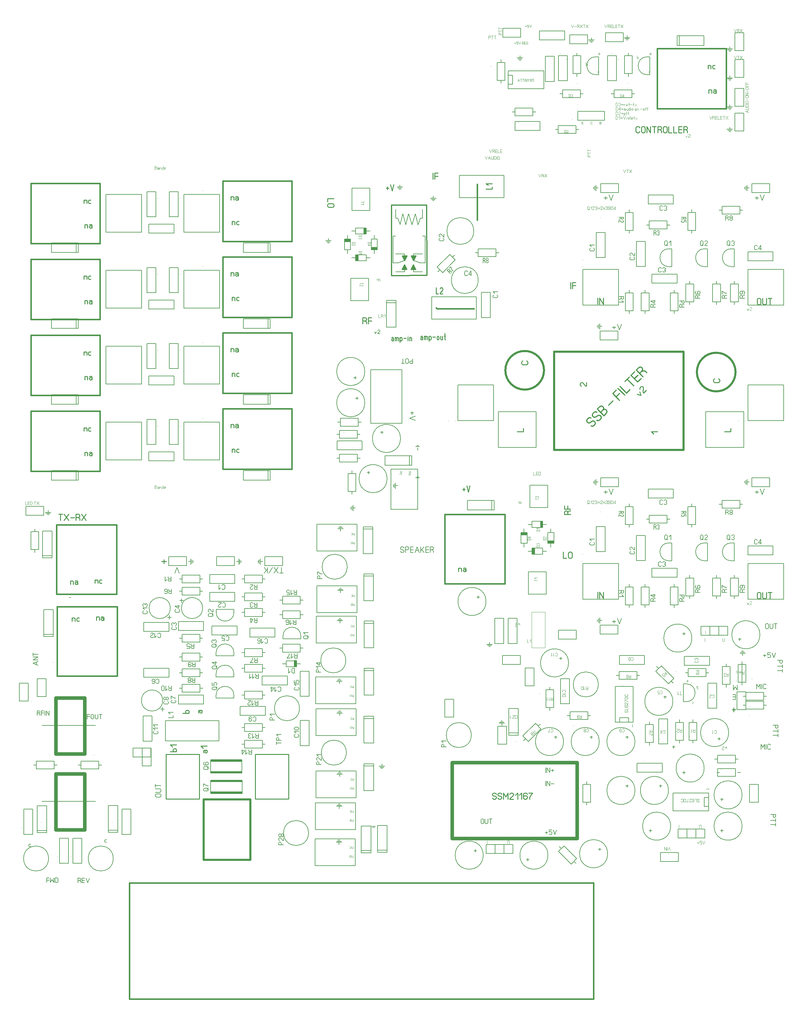
<source format=gbr>
%FSLAX34Y34*%
%MOMM*%
%LNSILK_TOP*%
G71*
G01*
%ADD10C,0.150*%
%ADD11C,0.167*%
%ADD12C,0.200*%
%ADD13C,0.170*%
%ADD14C,0.144*%
%ADD15C,0.222*%
%ADD16C,0.111*%
%ADD17C,0.600*%
%ADD18C,0.333*%
%ADD19C,0.100*%
%ADD20C,0.400*%
%ADD21C,0.300*%
%ADD22C,0.133*%
%ADD23C,0.206*%
%ADD24C,0.178*%
%ADD25C,0.250*%
%ADD26C,0.220*%
%ADD27C,0.160*%
%ADD28C,0.280*%
%ADD29C,1.000*%
%ADD30C,0.089*%
%ADD31C,0.090*%
%ADD32C,0.159*%
%LPD*%
G54D10*
X1335021Y1646140D02*
X1312846Y1646140D01*
X1312846Y1696840D01*
X1335021Y1696840D01*
X1335021Y1646140D01*
G54D10*
X1323933Y1645940D02*
X1323933Y1638040D01*
G54D10*
X1323933Y1696940D02*
X1323933Y1704840D01*
G54D11*
X1301675Y1680415D02*
X1300009Y1678415D01*
X1298342Y1677748D01*
X1295009Y1677748D01*
G54D11*
X1295009Y1683082D02*
X1308342Y1683082D01*
X1308342Y1679748D01*
X1307509Y1678415D01*
X1305842Y1677748D01*
X1304175Y1677748D01*
X1302509Y1678415D01*
X1301675Y1679748D01*
X1301675Y1683082D01*
G54D11*
X1295009Y1668748D02*
X1295009Y1674082D01*
X1295842Y1674082D01*
X1297509Y1673415D01*
X1302509Y1669415D01*
X1304175Y1668748D01*
X1305842Y1668748D01*
X1307509Y1669415D01*
X1308342Y1670748D01*
X1308342Y1672082D01*
X1307509Y1673415D01*
X1305842Y1674082D01*
G54D10*
X1255715Y1640159D02*
X1230314Y1640159D01*
X1230315Y1568559D01*
X1255715Y1568559D01*
X1255715Y1640159D01*
G54D11*
X1222423Y1595503D02*
X1224090Y1594503D01*
X1224923Y1592503D01*
X1224923Y1590503D01*
X1224090Y1588504D01*
X1222423Y1587503D01*
X1214090Y1587503D01*
X1212423Y1588504D01*
X1211590Y1590503D01*
X1211590Y1592503D01*
X1212423Y1594503D01*
X1214090Y1595503D01*
G54D11*
X1216590Y1599170D02*
X1211590Y1604170D01*
X1224923Y1604170D01*
G54D10*
X1370014Y1614759D02*
X1344614Y1614760D01*
X1344614Y1543159D01*
X1370014Y1543159D01*
X1370014Y1614759D01*
G54D11*
X1336723Y1570104D02*
X1338389Y1569104D01*
X1339223Y1567104D01*
X1339223Y1565104D01*
X1338389Y1563104D01*
X1336723Y1562104D01*
X1328389Y1562104D01*
X1326723Y1563104D01*
X1325889Y1565104D01*
X1325889Y1567104D01*
X1326723Y1569104D01*
X1328389Y1570104D01*
G54D11*
X1339223Y1581771D02*
X1339223Y1573771D01*
X1338389Y1573771D01*
X1336723Y1574771D01*
X1331723Y1580771D01*
X1330056Y1581771D01*
X1328389Y1581771D01*
X1326723Y1580771D01*
X1325889Y1578771D01*
X1325889Y1576771D01*
X1326723Y1574771D01*
X1328389Y1573771D01*
G54D10*
X1335037Y1417540D02*
X1312862Y1417540D01*
X1312862Y1468240D01*
X1335037Y1468240D01*
X1335037Y1417540D01*
G54D10*
X1323949Y1417340D02*
X1323949Y1409440D01*
G54D10*
X1323949Y1468340D02*
X1323949Y1476240D01*
G54D11*
X1301691Y1454016D02*
X1300024Y1451016D01*
X1298358Y1450016D01*
X1295024Y1450016D01*
G54D11*
X1295024Y1458016D02*
X1308358Y1458016D01*
X1308358Y1453016D01*
X1307524Y1451016D01*
X1305858Y1450016D01*
X1304191Y1450016D01*
X1302524Y1451016D01*
X1301691Y1453016D01*
X1301691Y1458016D01*
G54D11*
X1303358Y1446348D02*
X1308358Y1441348D01*
X1295024Y1441348D01*
G54D10*
X1431816Y1672504D02*
X1431816Y1650329D01*
X1381116Y1650329D01*
X1381116Y1672504D01*
X1431816Y1672504D01*
G54D10*
X1432016Y1661417D02*
X1439916Y1661417D01*
G54D10*
X1381016Y1661417D02*
X1373116Y1661416D01*
G54D11*
X1397542Y1639159D02*
X1399542Y1637492D01*
X1400208Y1635826D01*
X1400208Y1632492D01*
G54D11*
X1394875Y1632492D02*
X1394875Y1645826D01*
X1398208Y1645826D01*
X1399542Y1644992D01*
X1400208Y1643326D01*
X1400208Y1641659D01*
X1399542Y1639992D01*
X1398208Y1639159D01*
X1394875Y1639159D01*
G54D11*
X1403875Y1643326D02*
X1404542Y1644992D01*
X1405875Y1645826D01*
X1407208Y1645826D01*
X1408542Y1644992D01*
X1409208Y1643326D01*
X1409208Y1641659D01*
X1408542Y1639992D01*
X1407208Y1639159D01*
X1408542Y1638326D01*
X1409208Y1636659D01*
X1409208Y1634992D01*
X1408542Y1633326D01*
X1407208Y1632492D01*
X1405875Y1632492D01*
X1404542Y1633326D01*
X1403875Y1634992D01*
G54D10*
X1358425Y1468198D02*
X1380600Y1468198D01*
X1380600Y1417498D01*
X1358425Y1417498D01*
X1358425Y1468198D01*
G54D10*
X1369512Y1468398D02*
X1369512Y1476298D01*
G54D10*
X1369512Y1417398D02*
X1369512Y1409498D01*
G54D11*
X1391770Y1431756D02*
X1393437Y1434756D01*
X1395104Y1435756D01*
X1398437Y1435756D01*
G54D11*
X1398437Y1427756D02*
X1385104Y1427756D01*
X1385104Y1432756D01*
X1385937Y1434756D01*
X1387604Y1435756D01*
X1389270Y1435756D01*
X1390937Y1434756D01*
X1391770Y1432756D01*
X1391770Y1427756D01*
G54D11*
X1398437Y1445423D02*
X1385104Y1445423D01*
X1393437Y1439423D01*
X1395104Y1439423D01*
X1395104Y1447423D01*
G54D10*
X1512820Y1646139D02*
X1490645Y1646139D01*
X1490645Y1696839D01*
X1512820Y1696839D01*
X1512820Y1646139D01*
G54D10*
X1501733Y1645939D02*
X1501733Y1638039D01*
G54D10*
X1501733Y1696939D02*
X1501732Y1704839D01*
G54D11*
X1479475Y1680414D02*
X1477808Y1678414D01*
X1476142Y1677747D01*
X1472808Y1677747D01*
G54D11*
X1472808Y1683080D02*
X1486142Y1683080D01*
X1486142Y1679747D01*
X1485308Y1678414D01*
X1483642Y1677747D01*
X1481975Y1677747D01*
X1480308Y1678414D01*
X1479475Y1679747D01*
X1479475Y1683080D01*
G54D11*
X1486142Y1668747D02*
X1486142Y1674080D01*
X1480308Y1674080D01*
X1480308Y1673414D01*
X1481142Y1672080D01*
X1481142Y1670747D01*
X1480308Y1669414D01*
X1478642Y1668747D01*
X1475308Y1668747D01*
X1473642Y1669414D01*
X1472808Y1670747D01*
X1472808Y1672080D01*
X1473642Y1673414D01*
X1475308Y1674080D01*
G54D10*
X1460202Y1496107D02*
X1460202Y1521508D01*
X1388602Y1521507D01*
X1388602Y1496107D01*
X1460202Y1496107D01*
G54D11*
X1415546Y1529398D02*
X1414546Y1527732D01*
X1412546Y1526898D01*
X1410546Y1526898D01*
X1408546Y1527732D01*
X1407546Y1529398D01*
X1407546Y1537732D01*
X1408546Y1539398D01*
X1410546Y1540232D01*
X1412546Y1540232D01*
X1414546Y1539398D01*
X1415546Y1537732D01*
G54D11*
X1419213Y1537732D02*
X1420213Y1539398D01*
X1422213Y1540232D01*
X1424213Y1540232D01*
X1426213Y1539398D01*
X1427213Y1537732D01*
X1427213Y1536065D01*
X1426213Y1534398D01*
X1424213Y1533566D01*
X1426213Y1532732D01*
X1427213Y1531066D01*
X1427213Y1529398D01*
X1426213Y1527732D01*
X1424213Y1526898D01*
X1422213Y1526898D01*
X1420213Y1527732D01*
X1419213Y1529398D01*
G54D10*
X1485424Y1493598D02*
X1507600Y1493598D01*
X1507600Y1442898D01*
X1485424Y1442898D01*
X1485424Y1493598D01*
G54D10*
X1496512Y1493798D02*
X1496512Y1501698D01*
G54D10*
X1496512Y1442798D02*
X1496512Y1434898D01*
G54D11*
X1518770Y1457156D02*
X1520437Y1460156D01*
X1522104Y1461156D01*
X1525437Y1461156D01*
G54D11*
X1525437Y1453156D02*
X1512104Y1453156D01*
X1512104Y1458156D01*
X1512937Y1460156D01*
X1514604Y1461156D01*
X1516270Y1461156D01*
X1517937Y1460156D01*
X1518770Y1458156D01*
X1518770Y1453156D01*
G54D11*
X1514604Y1472823D02*
X1512937Y1471823D01*
X1512104Y1469823D01*
X1512104Y1467823D01*
X1512937Y1465823D01*
X1514604Y1464823D01*
X1518770Y1464823D01*
X1519604Y1464823D01*
X1517937Y1467823D01*
X1517937Y1469823D01*
X1518770Y1471823D01*
X1520437Y1472823D01*
X1522937Y1472823D01*
X1524604Y1471823D01*
X1525437Y1469823D01*
X1525437Y1467823D01*
X1524604Y1465823D01*
X1522937Y1464823D01*
X1518770Y1464823D01*
G54D10*
X1561625Y1493598D02*
X1583800Y1493598D01*
X1583800Y1442898D01*
X1561625Y1442898D01*
X1561625Y1493598D01*
G54D10*
X1572712Y1493798D02*
X1572712Y1501698D01*
G54D10*
X1572712Y1442798D02*
X1572712Y1434898D01*
G54D11*
X1594970Y1457156D02*
X1596637Y1460156D01*
X1598304Y1461156D01*
X1601637Y1461156D01*
G54D11*
X1601637Y1453156D02*
X1588304Y1453156D01*
X1588304Y1458156D01*
X1589137Y1460156D01*
X1590804Y1461156D01*
X1592470Y1461156D01*
X1594137Y1460156D01*
X1594970Y1458156D01*
X1594970Y1453156D01*
G54D11*
X1588304Y1464823D02*
X1588304Y1472823D01*
X1589970Y1471823D01*
X1592470Y1469823D01*
X1595804Y1467823D01*
X1598304Y1466823D01*
X1601637Y1466823D01*
G54D10*
X1612425Y1493598D02*
X1634600Y1493598D01*
X1634600Y1442898D01*
X1612425Y1442898D01*
X1612425Y1493598D01*
G54D10*
X1623512Y1493798D02*
X1623512Y1501698D01*
G54D10*
X1623512Y1442798D02*
X1623512Y1434898D01*
G54D11*
X1645770Y1457156D02*
X1647437Y1460156D01*
X1649104Y1461156D01*
X1652437Y1461156D01*
G54D11*
X1652437Y1453156D02*
X1639104Y1453156D01*
X1639104Y1458156D01*
X1639937Y1460156D01*
X1641604Y1461156D01*
X1643270Y1461156D01*
X1644937Y1460156D01*
X1645770Y1458156D01*
X1645770Y1453156D01*
G54D11*
X1649937Y1464823D02*
X1651604Y1465823D01*
X1652437Y1467823D01*
X1652437Y1469823D01*
X1651604Y1471823D01*
X1649937Y1472823D01*
X1645770Y1472823D01*
X1644937Y1472823D01*
X1646604Y1469823D01*
X1646604Y1467823D01*
X1645770Y1465823D01*
X1644104Y1464823D01*
X1641604Y1464823D01*
X1639937Y1465823D01*
X1639104Y1467823D01*
X1639104Y1469823D01*
X1639937Y1471823D01*
X1641604Y1472823D01*
X1645770Y1472823D01*
G54D10*
X1733257Y1559605D02*
X1733258Y1585006D01*
X1661657Y1585006D01*
X1661657Y1559605D01*
X1733257Y1559605D01*
G54D11*
X1688634Y1592897D02*
X1687634Y1591230D01*
X1685634Y1590397D01*
X1683634Y1590397D01*
X1681634Y1591230D01*
X1680634Y1592897D01*
X1680634Y1601230D01*
X1681634Y1602897D01*
X1683634Y1603730D01*
X1685634Y1603730D01*
X1687634Y1602897D01*
X1688634Y1601230D01*
G54D11*
X1698301Y1590397D02*
X1698301Y1603730D01*
X1692301Y1595397D01*
X1692301Y1593730D01*
X1700301Y1593730D01*
G54D10*
X1638792Y1714308D02*
X1638792Y1692133D01*
X1588092Y1692133D01*
X1588092Y1714308D01*
X1638792Y1714308D01*
G54D10*
X1638992Y1703221D02*
X1646892Y1703221D01*
G54D10*
X1587992Y1703221D02*
X1580092Y1703221D01*
G54D11*
X1602350Y1680962D02*
X1605350Y1679296D01*
X1606350Y1677629D01*
X1606350Y1674296D01*
G54D11*
X1598350Y1674296D02*
X1598350Y1687629D01*
X1603350Y1687629D01*
X1605350Y1686796D01*
X1606350Y1685129D01*
X1606350Y1683462D01*
X1605350Y1681796D01*
X1603350Y1680962D01*
X1598350Y1680962D01*
G54D11*
X1615016Y1680962D02*
X1613016Y1680962D01*
X1611016Y1681796D01*
X1610016Y1683462D01*
X1610016Y1685129D01*
X1611016Y1686796D01*
X1613016Y1687629D01*
X1615016Y1687629D01*
X1617016Y1686796D01*
X1618016Y1685129D01*
X1618016Y1683462D01*
X1617016Y1681796D01*
X1615016Y1680962D01*
X1617016Y1680129D01*
X1618016Y1678462D01*
X1618016Y1676796D01*
X1617016Y1675129D01*
X1615016Y1674296D01*
X1613016Y1674296D01*
X1611016Y1675129D01*
X1610016Y1676796D01*
X1610016Y1678462D01*
X1611016Y1680129D01*
X1613016Y1680962D01*
G54D12*
X1682645Y1738284D02*
X1692245Y1738284D01*
G54D12*
X1687445Y1742284D02*
X1687445Y1734284D01*
G54D12*
X1696645Y1747284D02*
X1702645Y1731284D01*
X1708645Y1747284D01*
G54D10*
X1672850Y1753457D02*
X1672850Y1778857D01*
X1723650Y1778857D01*
X1723650Y1753457D01*
X1672850Y1753457D01*
G54D12*
X1665516Y1766686D02*
X1659166Y1766686D01*
G54D12*
X1659166Y1758749D02*
X1659166Y1774624D01*
G54D12*
X1655991Y1772243D02*
X1655991Y1761130D01*
G54D12*
X1652816Y1764305D02*
X1652816Y1769068D01*
G54D12*
X1276245Y1369984D02*
X1285845Y1369984D01*
G54D12*
X1281045Y1373984D02*
X1281045Y1365984D01*
G54D12*
X1290245Y1378984D02*
X1296245Y1362984D01*
X1302245Y1378984D01*
G54D10*
X1241050Y1334357D02*
X1241050Y1359757D01*
X1291850Y1359757D01*
X1291850Y1334357D01*
X1241050Y1334357D01*
G54D12*
X1246416Y1372986D02*
X1240066Y1372986D01*
G54D12*
X1240066Y1365049D02*
X1240066Y1380924D01*
G54D12*
X1236891Y1378542D02*
X1236891Y1367430D01*
G54D12*
X1233716Y1370605D02*
X1233716Y1375368D01*
G54D10*
X1436946Y1593569D02*
X1444946Y1593569D01*
X1444946Y1542844D01*
X1436946Y1542844D01*
G54D10*
G75*
G01X1436984Y1593700D02*
G03X1436984Y1542700I0J-25500D01*
G01*
G54D11*
X1428801Y1605244D02*
X1433801Y1602744D01*
G54D11*
X1432801Y1613577D02*
X1432801Y1605244D01*
X1431801Y1603577D01*
X1429801Y1602744D01*
X1427801Y1602744D01*
X1425801Y1603577D01*
X1424801Y1605244D01*
X1424801Y1613577D01*
X1425801Y1615244D01*
X1427801Y1616078D01*
X1429801Y1616078D01*
X1431801Y1615244D01*
X1432801Y1613577D01*
G54D11*
X1437468Y1611077D02*
X1442468Y1616078D01*
X1442468Y1602744D01*
G54D10*
X1538546Y1593569D02*
X1546546Y1593569D01*
X1546546Y1542844D01*
X1538546Y1542844D01*
G54D10*
G75*
G01X1538584Y1593700D02*
G03X1538584Y1542700I0J-25500D01*
G01*
G54D13*
X1530401Y1605244D02*
X1535401Y1602744D01*
G54D13*
X1534401Y1613577D02*
X1534401Y1605244D01*
X1533401Y1603577D01*
X1531401Y1602744D01*
X1529401Y1602744D01*
X1527401Y1603577D01*
X1526401Y1605244D01*
X1526401Y1613577D01*
X1527401Y1615244D01*
X1529401Y1616078D01*
X1531401Y1616078D01*
X1533401Y1615244D01*
X1534401Y1613577D01*
G54D13*
X1547101Y1602744D02*
X1539101Y1602744D01*
X1539101Y1603577D01*
X1540101Y1605244D01*
X1546101Y1610244D01*
X1547101Y1611911D01*
X1547101Y1613577D01*
X1546101Y1615244D01*
X1544101Y1616078D01*
X1542101Y1616078D01*
X1540101Y1615244D01*
X1539101Y1613577D01*
G54D10*
X1614746Y1593569D02*
X1622746Y1593569D01*
X1622746Y1542844D01*
X1614746Y1542844D01*
G54D10*
G75*
G01X1614784Y1593700D02*
G03X1614784Y1542700I0J-25500D01*
G01*
G54D11*
X1606618Y1605244D02*
X1611618Y1602744D01*
G54D11*
X1610618Y1613577D02*
X1610618Y1605244D01*
X1609618Y1603577D01*
X1607618Y1602744D01*
X1605618Y1602744D01*
X1603618Y1603577D01*
X1602618Y1605244D01*
X1602618Y1613577D01*
X1603618Y1615244D01*
X1605618Y1616078D01*
X1607618Y1616078D01*
X1609618Y1615244D01*
X1610618Y1613577D01*
G54D11*
X1615285Y1613577D02*
X1616285Y1615244D01*
X1618285Y1616078D01*
X1620285Y1616078D01*
X1622285Y1615244D01*
X1623285Y1613577D01*
X1623285Y1611911D01*
X1622285Y1610244D01*
X1620285Y1609411D01*
X1622285Y1608577D01*
X1623285Y1606911D01*
X1623285Y1605244D01*
X1622285Y1603577D01*
X1620285Y1602744D01*
X1618285Y1602744D01*
X1616285Y1603577D01*
X1615285Y1605244D01*
G54D10*
X1191746Y1535069D02*
X1293346Y1535069D01*
X1293346Y1433469D01*
X1191746Y1433469D01*
X1191746Y1535069D01*
G54D14*
X1190996Y1561819D02*
X1190996Y1561819D01*
G54D14*
X1190996Y1542319D02*
X1190996Y1542319D01*
G54D10*
X1661646Y1535069D02*
X1763246Y1535069D01*
X1763246Y1433469D01*
X1661646Y1433469D01*
X1661646Y1535069D01*
G54D14*
X1660896Y1561819D02*
X1660896Y1561819D01*
G54D14*
X1660896Y1542319D02*
X1660896Y1542319D01*
G54D10*
X1378356Y1746812D02*
X1378356Y1721412D01*
X1449956Y1721412D01*
X1449956Y1746812D01*
X1378356Y1746812D01*
G54D11*
X1419345Y1705187D02*
X1418345Y1703520D01*
X1416345Y1702687D01*
X1414345Y1702687D01*
X1412345Y1703520D01*
X1411345Y1705187D01*
X1411345Y1713520D01*
X1412345Y1715187D01*
X1414345Y1716020D01*
X1416345Y1716020D01*
X1418345Y1715187D01*
X1419345Y1713520D01*
G54D11*
X1423012Y1713520D02*
X1424012Y1715187D01*
X1426012Y1716020D01*
X1428012Y1716020D01*
X1430012Y1715187D01*
X1431012Y1713520D01*
X1431012Y1711854D01*
X1430012Y1710187D01*
X1428012Y1709354D01*
X1430012Y1708520D01*
X1431012Y1706854D01*
X1431012Y1705187D01*
X1430012Y1703520D01*
X1428012Y1702687D01*
X1426012Y1702687D01*
X1424012Y1703520D01*
X1423012Y1705187D01*
G54D15*
X1698662Y1449489D02*
X1698662Y1438378D01*
X1697329Y1436156D01*
X1694662Y1435044D01*
X1691996Y1435044D01*
X1689329Y1436156D01*
X1687996Y1438378D01*
X1687996Y1449489D01*
X1689329Y1451711D01*
X1691996Y1452822D01*
X1694662Y1452822D01*
X1697329Y1451711D01*
X1698662Y1449489D01*
G54D15*
X1703552Y1452822D02*
X1703552Y1438378D01*
X1704885Y1436156D01*
X1707552Y1435044D01*
X1710218Y1435044D01*
X1712885Y1436156D01*
X1714218Y1438378D01*
X1714218Y1452822D01*
G54D15*
X1724441Y1435044D02*
X1724441Y1452822D01*
G54D15*
X1719108Y1452822D02*
X1729774Y1452822D01*
G54D10*
X1440975Y1468198D02*
X1463150Y1468198D01*
X1463150Y1417498D01*
X1440975Y1417498D01*
X1440975Y1468198D01*
G54D10*
X1452062Y1468398D02*
X1452062Y1476298D01*
G54D10*
X1452062Y1417398D02*
X1452062Y1409498D01*
G54D11*
X1474320Y1431756D02*
X1475987Y1434756D01*
X1477654Y1435756D01*
X1480987Y1435756D01*
G54D11*
X1480987Y1427756D02*
X1467654Y1427756D01*
X1467654Y1432756D01*
X1468487Y1434756D01*
X1470154Y1435756D01*
X1471820Y1435756D01*
X1473487Y1434756D01*
X1474320Y1432756D01*
X1474320Y1427756D01*
G54D11*
X1480987Y1445423D02*
X1467654Y1445423D01*
G54D11*
X1475654Y1445423D02*
X1473987Y1444423D01*
X1473487Y1442423D01*
X1473987Y1440423D01*
X1475654Y1439423D01*
X1478987Y1439423D01*
X1480654Y1440423D01*
X1480987Y1442423D01*
X1480654Y1444423D01*
X1478987Y1445423D01*
G54D12*
X1252645Y1738284D02*
X1262245Y1738284D01*
G54D12*
X1257445Y1742284D02*
X1257445Y1734284D01*
G54D12*
X1266645Y1747284D02*
X1272645Y1731284D01*
X1278645Y1747284D01*
G54D10*
X1242850Y1753457D02*
X1242850Y1778857D01*
X1293650Y1778857D01*
X1293650Y1753457D01*
X1242850Y1753457D01*
G54D12*
X1235516Y1766686D02*
X1229166Y1766686D01*
G54D12*
X1229166Y1758749D02*
X1229166Y1774624D01*
G54D12*
X1225991Y1772243D02*
X1225991Y1761130D01*
G54D12*
X1222816Y1764305D02*
X1222816Y1769068D01*
G54D16*
X1207612Y1706636D02*
X1210946Y1704969D01*
G54D16*
X1210279Y1712192D02*
X1210279Y1706636D01*
X1209612Y1705525D01*
X1208279Y1704969D01*
X1206946Y1704969D01*
X1205612Y1705525D01*
X1204946Y1706636D01*
X1204946Y1712192D01*
X1205612Y1713302D01*
X1206946Y1713858D01*
X1208279Y1713858D01*
X1209612Y1713302D01*
X1210279Y1712192D01*
G54D16*
X1213390Y1710525D02*
X1216723Y1713858D01*
X1216723Y1704969D01*
G54D16*
X1224500Y1704969D02*
X1219167Y1704969D01*
X1219167Y1705525D01*
X1219833Y1706636D01*
X1223833Y1709969D01*
X1224500Y1711080D01*
X1224500Y1712192D01*
X1223833Y1713302D01*
X1222500Y1713858D01*
X1221167Y1713858D01*
X1219833Y1713302D01*
X1219167Y1712192D01*
G54D16*
X1226944Y1712192D02*
X1227610Y1713302D01*
X1228944Y1713858D01*
X1230277Y1713858D01*
X1231610Y1713302D01*
X1232277Y1712192D01*
X1232277Y1711080D01*
X1231610Y1709969D01*
X1230277Y1709414D01*
X1231610Y1708858D01*
X1232277Y1707747D01*
X1232277Y1706636D01*
X1231610Y1705525D01*
X1230277Y1704969D01*
X1228944Y1704969D01*
X1227610Y1705525D01*
X1226944Y1706636D01*
G54D16*
X1234721Y1709969D02*
X1240054Y1709969D01*
G54D16*
X1234721Y1707747D02*
X1240054Y1707747D01*
G54D16*
X1247831Y1704969D02*
X1242498Y1704969D01*
X1242498Y1705525D01*
X1243164Y1706636D01*
X1247164Y1709969D01*
X1247831Y1711080D01*
X1247831Y1712192D01*
X1247164Y1713302D01*
X1245831Y1713858D01*
X1244498Y1713858D01*
X1243164Y1713302D01*
X1242498Y1712192D01*
G54D16*
X1250275Y1704969D02*
X1250275Y1709969D01*
G54D16*
X1250275Y1708858D02*
X1250941Y1709636D01*
X1252275Y1709969D01*
X1253608Y1709636D01*
X1254275Y1708858D01*
X1254275Y1704969D01*
G54D16*
X1256719Y1712192D02*
X1257385Y1713302D01*
X1258719Y1713858D01*
X1260052Y1713858D01*
X1261385Y1713302D01*
X1262052Y1712192D01*
X1262052Y1711080D01*
X1261385Y1709969D01*
X1260052Y1709414D01*
X1261385Y1708858D01*
X1262052Y1707747D01*
X1262052Y1706636D01*
X1261385Y1705525D01*
X1260052Y1704969D01*
X1258719Y1704969D01*
X1257385Y1705525D01*
X1256719Y1706636D01*
G54D16*
X1264496Y1706636D02*
X1265162Y1705525D01*
X1266496Y1704969D01*
X1267829Y1704969D01*
X1269162Y1705525D01*
X1269829Y1706636D01*
X1269829Y1709414D01*
X1269829Y1709969D01*
X1267829Y1708858D01*
X1266496Y1708858D01*
X1265162Y1709414D01*
X1264496Y1710525D01*
X1264496Y1712192D01*
X1265162Y1713302D01*
X1266496Y1713858D01*
X1267829Y1713858D01*
X1269162Y1713302D01*
X1269829Y1712192D01*
X1269829Y1709414D01*
G54D16*
X1277606Y1712192D02*
X1277606Y1706636D01*
X1276939Y1705525D01*
X1275606Y1704969D01*
X1274273Y1704969D01*
X1272939Y1705525D01*
X1272273Y1706636D01*
X1272273Y1712192D01*
X1272939Y1713302D01*
X1274273Y1713858D01*
X1275606Y1713858D01*
X1276939Y1713302D01*
X1277606Y1712192D01*
G54D16*
X1284050Y1704969D02*
X1284050Y1713858D01*
X1280050Y1708302D01*
X1280050Y1707192D01*
X1285383Y1707192D01*
G54D16*
X1659331Y1423268D02*
X1661997Y1418268D01*
X1664664Y1423268D01*
G54D16*
X1672441Y1418268D02*
X1667108Y1418268D01*
X1667108Y1418824D01*
X1667774Y1419934D01*
X1671774Y1423268D01*
X1672441Y1424379D01*
X1672441Y1425490D01*
X1671774Y1426601D01*
X1670441Y1427157D01*
X1669108Y1427157D01*
X1667774Y1426601D01*
X1667108Y1425490D01*
G54D15*
X1234764Y1435838D02*
X1234764Y1453616D01*
G54D15*
X1239653Y1435838D02*
X1239653Y1453616D01*
X1250320Y1435838D01*
X1250320Y1453616D01*
G54D14*
X1241796Y1682469D02*
X1241796Y1682469D01*
G54D17*
X1109721Y1301328D02*
X1109720Y1021928D01*
X1478021Y1021928D01*
X1478021Y1301328D01*
X1109721Y1301328D01*
G54D15*
X1393834Y1066874D02*
X1387168Y1073540D01*
X1404946Y1073540D01*
G54D15*
X1202095Y1213578D02*
X1202096Y1202912D01*
X1200984Y1202912D01*
X1198762Y1204245D01*
X1192095Y1212245D01*
X1189873Y1213578D01*
X1187651Y1213578D01*
X1185429Y1212245D01*
X1184318Y1209578D01*
X1184318Y1206912D01*
X1185429Y1204245D01*
X1187651Y1202912D01*
G54D17*
G75*
G01X1081696Y1247928D02*
G03X1081696Y1247928I-55000J0D01*
G01*
G54D17*
G75*
G01X1626696Y1242928D02*
G03X1626696Y1242928I-55000J0D01*
G01*
G54D10*
X836871Y1104928D02*
X836871Y1206528D01*
X938471Y1206528D01*
X938471Y1104928D01*
X836871Y1104928D01*
G54D14*
X810121Y1104178D02*
X810121Y1104178D01*
G54D14*
X829621Y1104178D02*
X829621Y1104178D01*
G54D10*
X1662371Y1104928D02*
X1662371Y1206528D01*
X1763971Y1206528D01*
X1763971Y1104928D01*
X1662371Y1104928D01*
G54D14*
X1635621Y1104178D02*
X1635621Y1104178D01*
G54D14*
X1655121Y1104178D02*
X1655121Y1104178D01*
G54D15*
X1595418Y1073828D02*
X1613196Y1073828D01*
X1613196Y1083162D01*
G54D15*
X1578113Y1224195D02*
X1580335Y1222862D01*
X1581446Y1220195D01*
X1581446Y1217528D01*
X1580335Y1214862D01*
X1578113Y1213528D01*
X1567002Y1213528D01*
X1564779Y1214862D01*
X1563668Y1217528D01*
X1563668Y1220195D01*
X1564779Y1222862D01*
X1567002Y1224195D01*
G54D15*
X1032013Y1274995D02*
X1034235Y1273662D01*
X1035346Y1270995D01*
X1035346Y1268328D01*
X1034235Y1265662D01*
X1032012Y1264328D01*
X1020902Y1264328D01*
X1018679Y1265662D01*
X1017568Y1268328D01*
X1017568Y1270995D01*
X1018679Y1273662D01*
X1020902Y1274995D01*
G54D18*
X1215682Y1089296D02*
X1219453Y1088353D01*
X1223460Y1090003D01*
X1226289Y1092832D01*
X1227939Y1096838D01*
X1226996Y1100610D01*
X1224639Y1102967D01*
X1220868Y1103910D01*
X1216861Y1102260D01*
X1214032Y1099431D01*
X1210025Y1097781D01*
X1206254Y1098724D01*
X1203897Y1101081D01*
X1202954Y1104852D01*
X1204604Y1108859D01*
X1207433Y1111688D01*
X1211440Y1113338D01*
X1215211Y1112395D01*
G54D18*
X1232181Y1105795D02*
X1235952Y1104852D01*
X1239959Y1106502D01*
X1242788Y1109330D01*
X1244438Y1113337D01*
X1243495Y1117108D01*
X1241138Y1119466D01*
X1237367Y1120408D01*
X1233360Y1118758D01*
X1230531Y1115930D01*
X1226524Y1114280D01*
X1222753Y1115223D01*
X1220396Y1117580D01*
X1219453Y1121351D01*
X1221103Y1125358D01*
X1223932Y1128186D01*
X1227938Y1129836D01*
X1231710Y1128894D01*
G54D18*
X1252216Y1118758D02*
X1233359Y1137614D01*
X1240431Y1144686D01*
X1244437Y1146336D01*
X1248209Y1145392D01*
X1250566Y1143036D01*
X1251508Y1139264D01*
X1249859Y1135258D01*
X1253866Y1136908D01*
X1257637Y1135964D01*
X1259994Y1133608D01*
X1260936Y1129836D01*
X1259287Y1125829D01*
X1252216Y1118758D01*
G54D18*
X1242788Y1128186D02*
X1249859Y1135258D01*
G54D18*
X1265933Y1148975D02*
X1277247Y1160288D01*
G54D18*
X1296150Y1162692D02*
X1277293Y1181548D01*
X1287193Y1191448D01*
G54D18*
X1286721Y1172120D02*
X1296621Y1182020D01*
G54D18*
X1311234Y1177777D02*
X1292378Y1196633D01*
G54D18*
X1297563Y1201818D02*
X1316419Y1182962D01*
X1326319Y1192862D01*
G54D18*
X1337161Y1203704D02*
X1318305Y1222560D01*
G54D18*
X1312648Y1216903D02*
X1323962Y1228217D01*
G54D18*
X1357903Y1224445D02*
X1348003Y1214546D01*
X1329147Y1233402D01*
X1339046Y1243302D01*
G54D18*
X1338575Y1223974D02*
X1348474Y1233874D01*
G54D18*
X1359317Y1244716D02*
X1365916Y1246601D01*
X1369688Y1245658D01*
X1374401Y1240944D01*
G54D18*
X1363088Y1229630D02*
X1344232Y1248487D01*
X1351303Y1255558D01*
X1355310Y1257208D01*
X1359081Y1256265D01*
X1361438Y1253908D01*
X1362381Y1250136D01*
X1360731Y1246130D01*
X1353660Y1239058D01*
G54D10*
X1542178Y1028991D02*
X1542178Y1130591D01*
X1650128Y1130591D01*
X1650128Y1028992D01*
X1542178Y1028991D01*
G54D15*
X1004868Y1073828D02*
X1022646Y1073828D01*
X1022646Y1083162D01*
G54D10*
X951628Y1028991D02*
X951628Y1130592D01*
X1059578Y1130591D01*
X1059578Y1028992D01*
X951628Y1028991D01*
G54D15*
X1346630Y1179785D02*
X1357472Y1176485D01*
X1354172Y1187327D01*
G54D15*
X1372243Y1191256D02*
X1364701Y1183713D01*
X1363915Y1184499D01*
X1363287Y1187013D01*
X1364229Y1197384D01*
X1363601Y1199898D01*
X1362030Y1201470D01*
X1359515Y1202098D01*
X1356844Y1200998D01*
X1354958Y1199112D01*
X1353858Y1196442D01*
X1354487Y1193927D01*
G54D10*
X1335021Y809528D02*
X1312846Y809528D01*
X1312846Y860228D01*
X1335021Y860228D01*
X1335021Y809528D01*
G54D10*
X1323933Y809328D02*
X1323933Y801428D01*
G54D10*
X1323933Y860328D02*
X1323933Y868228D01*
G54D11*
X1301675Y843802D02*
X1300009Y841802D01*
X1298342Y841136D01*
X1295009Y841136D01*
G54D11*
X1295009Y846469D02*
X1308342Y846469D01*
X1308342Y843136D01*
X1307509Y841802D01*
X1305842Y841136D01*
X1304175Y841136D01*
X1302509Y841802D01*
X1301675Y843136D01*
X1301675Y846469D01*
G54D11*
X1295009Y832136D02*
X1295009Y837469D01*
X1295842Y837469D01*
X1297509Y836802D01*
X1302509Y832802D01*
X1304175Y832136D01*
X1305842Y832136D01*
X1307509Y832802D01*
X1308342Y834136D01*
X1308342Y835469D01*
X1307509Y836802D01*
X1305842Y837469D01*
G54D10*
X1255715Y803546D02*
X1230314Y803546D01*
X1230315Y731946D01*
X1255715Y731946D01*
X1255715Y803546D01*
G54D11*
X1222423Y758891D02*
X1224090Y757891D01*
X1224923Y755891D01*
X1224923Y753891D01*
X1224090Y751891D01*
X1222423Y750891D01*
X1214090Y750891D01*
X1212423Y751891D01*
X1211590Y753891D01*
X1211590Y755891D01*
X1212423Y757891D01*
X1214090Y758891D01*
G54D11*
X1216590Y762558D02*
X1211590Y767558D01*
X1224923Y767558D01*
G54D10*
X1370014Y778147D02*
X1344614Y778147D01*
X1344614Y706546D01*
X1370014Y706547D01*
X1370014Y778147D01*
G54D11*
X1336723Y733491D02*
X1338389Y732491D01*
X1339223Y730491D01*
X1339223Y728491D01*
X1338389Y726491D01*
X1336723Y725491D01*
X1328389Y725491D01*
X1326723Y726491D01*
X1325889Y728491D01*
X1325889Y730491D01*
X1326723Y732491D01*
X1328389Y733491D01*
G54D11*
X1339223Y745158D02*
X1339223Y737158D01*
X1338389Y737158D01*
X1336723Y738158D01*
X1331723Y744158D01*
X1330056Y745158D01*
X1328389Y745158D01*
X1326723Y744158D01*
X1325889Y742158D01*
X1325889Y740158D01*
X1326723Y738158D01*
X1328389Y737158D01*
G54D10*
X1335037Y580928D02*
X1312862Y580928D01*
X1312862Y631628D01*
X1335037Y631628D01*
X1335037Y580928D01*
G54D10*
X1323949Y580728D02*
X1323949Y572828D01*
G54D10*
X1323949Y631728D02*
X1323949Y639628D01*
G54D11*
X1301691Y617403D02*
X1300024Y614403D01*
X1298358Y613403D01*
X1295024Y613403D01*
G54D11*
X1295024Y621403D02*
X1308358Y621403D01*
X1308358Y616403D01*
X1307524Y614403D01*
X1305858Y613403D01*
X1304191Y613403D01*
X1302524Y614403D01*
X1301691Y616403D01*
X1301691Y621403D01*
G54D11*
X1303358Y609736D02*
X1308358Y604736D01*
X1295024Y604736D01*
G54D10*
X1431816Y835892D02*
X1431816Y813716D01*
X1381116Y813717D01*
X1381116Y835892D01*
X1431816Y835892D01*
G54D10*
X1432016Y824804D02*
X1439916Y824804D01*
G54D10*
X1381016Y824804D02*
X1373116Y824804D01*
G54D11*
X1397542Y802546D02*
X1399542Y800880D01*
X1400208Y799213D01*
X1400208Y795880D01*
G54D11*
X1394875Y795880D02*
X1394875Y809213D01*
X1398208Y809213D01*
X1399542Y808380D01*
X1400208Y806713D01*
X1400208Y805046D01*
X1399542Y803380D01*
X1398208Y802546D01*
X1394875Y802546D01*
G54D11*
X1403875Y806713D02*
X1404542Y808380D01*
X1405875Y809213D01*
X1407208Y809213D01*
X1408542Y808380D01*
X1409208Y806713D01*
X1409208Y805046D01*
X1408542Y803380D01*
X1407208Y802546D01*
X1408542Y801713D01*
X1409208Y800046D01*
X1409208Y798380D01*
X1408542Y796713D01*
X1407208Y795880D01*
X1405875Y795880D01*
X1404542Y796713D01*
X1403875Y798380D01*
G54D10*
X1358425Y631586D02*
X1380600Y631586D01*
X1380600Y580886D01*
X1358425Y580886D01*
X1358425Y631586D01*
G54D10*
X1369512Y631786D02*
X1369512Y639686D01*
G54D10*
X1369512Y580786D02*
X1369512Y572886D01*
G54D11*
X1391770Y595144D02*
X1393437Y598144D01*
X1395104Y599144D01*
X1398437Y599144D01*
G54D11*
X1398437Y591144D02*
X1385104Y591144D01*
X1385104Y596144D01*
X1385937Y598144D01*
X1387604Y599144D01*
X1389270Y599144D01*
X1390937Y598144D01*
X1391770Y596144D01*
X1391770Y591144D01*
G54D11*
X1398437Y608810D02*
X1385104Y608810D01*
X1393437Y602810D01*
X1395104Y602810D01*
X1395104Y610810D01*
G54D10*
X1512820Y809527D02*
X1490645Y809527D01*
X1490645Y860227D01*
X1512820Y860227D01*
X1512820Y809527D01*
G54D10*
X1501733Y809326D02*
X1501733Y801427D01*
G54D10*
X1501733Y860327D02*
X1501732Y868227D01*
G54D11*
X1479475Y843801D02*
X1477808Y841801D01*
X1476142Y841134D01*
X1472808Y841134D01*
G54D11*
X1472808Y846468D02*
X1486142Y846468D01*
X1486142Y843134D01*
X1485308Y841801D01*
X1483642Y841134D01*
X1481975Y841134D01*
X1480308Y841801D01*
X1479475Y843134D01*
X1479475Y846468D01*
G54D11*
X1486142Y832134D02*
X1486142Y837468D01*
X1480308Y837468D01*
X1480308Y836801D01*
X1481142Y835468D01*
X1481142Y834134D01*
X1480308Y832801D01*
X1478642Y832134D01*
X1475308Y832134D01*
X1473642Y832801D01*
X1472808Y834134D01*
X1472808Y835468D01*
X1473642Y836801D01*
X1475308Y837468D01*
G54D10*
X1460202Y659494D02*
X1460202Y684895D01*
X1388602Y684894D01*
X1388602Y659494D01*
X1460202Y659494D01*
G54D11*
X1415546Y692786D02*
X1414546Y691120D01*
X1412546Y690286D01*
X1410546Y690286D01*
X1408546Y691120D01*
X1407546Y692786D01*
X1407546Y701120D01*
X1408546Y702786D01*
X1410546Y703620D01*
X1412546Y703620D01*
X1414546Y702786D01*
X1415546Y701120D01*
G54D11*
X1419213Y701120D02*
X1420213Y702786D01*
X1422213Y703620D01*
X1424213Y703620D01*
X1426213Y702786D01*
X1427213Y701120D01*
X1427213Y699453D01*
X1426213Y697786D01*
X1424213Y696953D01*
X1426213Y696120D01*
X1427213Y694453D01*
X1427213Y692786D01*
X1426213Y691120D01*
X1424213Y690286D01*
X1422213Y690286D01*
X1420213Y691120D01*
X1419213Y692786D01*
G54D10*
X1485424Y656986D02*
X1507600Y656986D01*
X1507600Y606286D01*
X1485424Y606286D01*
X1485424Y656986D01*
G54D10*
X1496512Y657186D02*
X1496512Y665086D01*
G54D10*
X1496512Y606186D02*
X1496512Y598286D01*
G54D11*
X1518770Y620544D02*
X1520437Y623544D01*
X1522104Y624544D01*
X1525437Y624544D01*
G54D11*
X1525437Y616544D02*
X1512104Y616544D01*
X1512104Y621544D01*
X1512937Y623544D01*
X1514604Y624544D01*
X1516270Y624544D01*
X1517937Y623544D01*
X1518770Y621544D01*
X1518770Y616544D01*
G54D11*
X1514604Y636210D02*
X1512937Y635210D01*
X1512104Y633210D01*
X1512104Y631210D01*
X1512937Y629210D01*
X1514604Y628210D01*
X1518770Y628210D01*
X1519604Y628210D01*
X1517937Y631210D01*
X1517937Y633210D01*
X1518770Y635210D01*
X1520437Y636210D01*
X1522937Y636210D01*
X1524604Y635210D01*
X1525437Y633210D01*
X1525437Y631210D01*
X1524604Y629210D01*
X1522937Y628210D01*
X1518770Y628210D01*
G54D10*
X1561625Y656986D02*
X1583800Y656986D01*
X1583800Y606286D01*
X1561625Y606286D01*
X1561625Y656986D01*
G54D10*
X1572712Y657186D02*
X1572712Y665086D01*
G54D10*
X1572712Y606186D02*
X1572712Y598286D01*
G54D11*
X1594970Y620544D02*
X1596637Y623544D01*
X1598304Y624544D01*
X1601637Y624544D01*
G54D11*
X1601637Y616544D02*
X1588304Y616544D01*
X1588304Y621544D01*
X1589137Y623544D01*
X1590804Y624544D01*
X1592470Y624544D01*
X1594137Y623544D01*
X1594970Y621544D01*
X1594970Y616544D01*
G54D11*
X1588304Y628210D02*
X1588304Y636210D01*
X1589970Y635210D01*
X1592470Y633210D01*
X1595804Y631210D01*
X1598304Y630210D01*
X1601637Y630210D01*
G54D10*
X1612425Y656986D02*
X1634600Y656986D01*
X1634600Y606286D01*
X1612425Y606286D01*
X1612425Y656986D01*
G54D10*
X1623512Y657186D02*
X1623512Y665086D01*
G54D10*
X1623512Y606186D02*
X1623512Y598286D01*
G54D11*
X1645770Y620544D02*
X1647437Y623544D01*
X1649104Y624544D01*
X1652437Y624544D01*
G54D11*
X1652437Y616544D02*
X1639104Y616544D01*
X1639104Y621544D01*
X1639937Y623544D01*
X1641604Y624544D01*
X1643270Y624544D01*
X1644937Y623544D01*
X1645770Y621544D01*
X1645770Y616544D01*
G54D11*
X1649937Y628210D02*
X1651604Y629210D01*
X1652437Y631210D01*
X1652437Y633210D01*
X1651604Y635210D01*
X1649937Y636210D01*
X1645770Y636210D01*
X1644937Y636210D01*
X1646604Y633210D01*
X1646604Y631210D01*
X1645770Y629210D01*
X1644104Y628210D01*
X1641604Y628210D01*
X1639937Y629210D01*
X1639104Y631210D01*
X1639104Y633210D01*
X1639937Y635210D01*
X1641604Y636210D01*
X1645770Y636210D01*
G54D10*
X1733257Y722992D02*
X1733258Y748393D01*
X1661657Y748393D01*
X1661657Y722993D01*
X1733257Y722992D01*
G54D11*
X1688634Y756284D02*
X1687634Y754618D01*
X1685634Y753784D01*
X1683634Y753784D01*
X1681634Y754618D01*
X1680634Y756284D01*
X1680634Y764618D01*
X1681634Y766284D01*
X1683634Y767118D01*
X1685634Y767118D01*
X1687634Y766284D01*
X1688634Y764618D01*
G54D11*
X1698301Y753784D02*
X1698301Y767118D01*
X1692301Y758784D01*
X1692301Y757118D01*
X1700301Y757118D01*
G54D10*
X1638792Y877696D02*
X1638792Y855521D01*
X1588092Y855521D01*
X1588092Y877696D01*
X1638792Y877696D01*
G54D10*
X1638992Y866608D02*
X1646892Y866608D01*
G54D10*
X1587992Y866608D02*
X1580092Y866608D01*
G54D11*
X1602350Y844350D02*
X1605350Y842684D01*
X1606350Y841017D01*
X1606350Y837684D01*
G54D11*
X1598350Y837684D02*
X1598350Y851017D01*
X1603350Y851017D01*
X1605350Y850184D01*
X1606350Y848517D01*
X1606350Y846850D01*
X1605350Y845184D01*
X1603350Y844350D01*
X1598350Y844350D01*
G54D11*
X1615016Y844350D02*
X1613016Y844350D01*
X1611016Y845184D01*
X1610016Y846850D01*
X1610016Y848517D01*
X1611016Y850184D01*
X1613016Y851017D01*
X1615016Y851017D01*
X1617016Y850184D01*
X1618016Y848517D01*
X1618016Y846850D01*
X1617016Y845184D01*
X1615016Y844350D01*
X1617016Y843517D01*
X1618016Y841850D01*
X1618016Y840184D01*
X1617016Y838517D01*
X1615016Y837684D01*
X1613016Y837684D01*
X1611016Y838517D01*
X1610016Y840184D01*
X1610016Y841850D01*
X1611016Y843517D01*
X1613016Y844350D01*
G54D12*
X1682645Y901671D02*
X1692245Y901671D01*
G54D12*
X1687445Y905671D02*
X1687445Y897671D01*
G54D12*
X1696645Y910671D02*
X1702645Y894671D01*
X1708645Y910671D01*
G54D10*
X1672850Y916844D02*
X1672850Y942244D01*
X1723650Y942244D01*
X1723650Y916844D01*
X1672850Y916844D01*
G54D12*
X1665516Y930074D02*
X1659166Y930074D01*
G54D12*
X1659166Y922136D02*
X1659166Y938012D01*
G54D12*
X1655991Y935630D02*
X1655991Y924518D01*
G54D12*
X1652816Y927692D02*
X1652816Y932455D01*
G54D12*
X1276245Y533371D02*
X1285845Y533371D01*
G54D12*
X1281045Y537371D02*
X1281045Y529371D01*
G54D12*
X1290245Y542371D02*
X1296245Y526371D01*
X1302245Y542371D01*
G54D10*
X1241050Y497744D02*
X1241050Y523144D01*
X1291850Y523144D01*
X1291850Y497744D01*
X1241050Y497744D01*
G54D12*
X1246416Y536374D02*
X1240066Y536374D01*
G54D12*
X1240066Y528436D02*
X1240066Y544311D01*
G54D12*
X1236891Y541930D02*
X1236891Y530818D01*
G54D12*
X1233716Y533992D02*
X1233716Y538755D01*
G54D10*
X1436946Y756957D02*
X1444946Y756957D01*
X1444946Y706232D01*
X1436946Y706232D01*
G54D10*
G75*
G01X1436984Y757087D02*
G03X1436984Y706087I0J-25500D01*
G01*
G54D11*
X1428801Y768632D02*
X1433801Y766132D01*
G54D11*
X1432801Y776965D02*
X1432801Y768632D01*
X1431801Y766965D01*
X1429801Y766132D01*
X1427801Y766132D01*
X1425801Y766965D01*
X1424801Y768632D01*
X1424801Y776965D01*
X1425801Y778632D01*
X1427801Y779465D01*
X1429801Y779465D01*
X1431801Y778632D01*
X1432801Y776965D01*
G54D11*
X1437468Y774465D02*
X1442468Y779465D01*
X1442468Y766132D01*
G54D10*
X1538546Y756957D02*
X1546546Y756957D01*
X1546546Y706232D01*
X1538546Y706232D01*
G54D10*
G75*
G01X1538584Y757087D02*
G03X1538584Y706087I0J-25500D01*
G01*
G54D13*
X1530401Y768632D02*
X1535401Y766132D01*
G54D13*
X1534401Y776965D02*
X1534401Y768632D01*
X1533401Y766965D01*
X1531401Y766132D01*
X1529401Y766132D01*
X1527401Y766965D01*
X1526401Y768632D01*
X1526401Y776965D01*
X1527401Y778632D01*
X1529401Y779465D01*
X1531401Y779465D01*
X1533401Y778632D01*
X1534401Y776965D01*
G54D13*
X1547101Y766132D02*
X1539101Y766132D01*
X1539101Y766965D01*
X1540101Y768632D01*
X1546101Y773632D01*
X1547101Y775298D01*
X1547101Y776965D01*
X1546101Y778632D01*
X1544101Y779465D01*
X1542101Y779465D01*
X1540101Y778632D01*
X1539101Y776965D01*
G54D10*
X1614746Y756957D02*
X1622746Y756957D01*
X1622746Y706232D01*
X1614746Y706232D01*
G54D10*
G75*
G01X1614784Y757087D02*
G03X1614784Y706087I0J-25500D01*
G01*
G54D11*
X1606618Y768632D02*
X1611618Y766132D01*
G54D11*
X1610618Y776965D02*
X1610618Y768632D01*
X1609618Y766965D01*
X1607618Y766132D01*
X1605618Y766132D01*
X1603618Y766965D01*
X1602618Y768632D01*
X1602618Y776965D01*
X1603618Y778632D01*
X1605618Y779465D01*
X1607618Y779465D01*
X1609618Y778632D01*
X1610618Y776965D01*
G54D11*
X1615285Y776965D02*
X1616285Y778632D01*
X1618285Y779465D01*
X1620285Y779465D01*
X1622285Y778632D01*
X1623285Y776965D01*
X1623285Y775298D01*
X1622285Y773632D01*
X1620285Y772798D01*
X1622285Y771965D01*
X1623285Y770298D01*
X1623285Y768632D01*
X1622285Y766965D01*
X1620285Y766132D01*
X1618285Y766132D01*
X1616285Y766965D01*
X1615285Y768632D01*
G54D10*
X1191746Y698457D02*
X1293346Y698457D01*
X1293346Y596857D01*
X1191746Y596857D01*
X1191746Y698457D01*
G54D14*
X1190996Y725207D02*
X1190996Y725207D01*
G54D14*
X1190996Y705707D02*
X1190996Y705707D01*
G54D10*
X1661646Y698457D02*
X1763246Y698457D01*
X1763246Y596857D01*
X1661646Y596857D01*
X1661646Y698457D01*
G54D14*
X1660896Y725207D02*
X1660896Y725207D01*
G54D14*
X1660896Y705707D02*
X1660896Y705707D01*
G54D10*
X1378356Y910200D02*
X1378356Y884799D01*
X1449956Y884799D01*
X1449956Y910200D01*
X1378356Y910200D01*
G54D11*
X1419345Y868575D02*
X1418345Y866908D01*
X1416345Y866075D01*
X1414345Y866075D01*
X1412345Y866908D01*
X1411345Y868575D01*
X1411345Y876908D01*
X1412345Y878575D01*
X1414345Y879408D01*
X1416345Y879408D01*
X1418345Y878575D01*
X1419345Y876908D01*
G54D11*
X1423012Y876908D02*
X1424012Y878575D01*
X1426012Y879408D01*
X1428012Y879408D01*
X1430012Y878575D01*
X1431012Y876908D01*
X1431012Y875242D01*
X1430012Y873575D01*
X1428012Y872742D01*
X1430012Y871908D01*
X1431012Y870242D01*
X1431012Y868575D01*
X1430012Y866908D01*
X1428012Y866075D01*
X1426012Y866075D01*
X1424012Y866908D01*
X1423012Y868575D01*
G54D15*
X1698662Y612876D02*
X1698662Y601765D01*
X1697329Y599543D01*
X1694662Y598432D01*
X1691996Y598432D01*
X1689329Y599543D01*
X1687996Y601765D01*
X1687996Y612876D01*
X1689329Y615098D01*
X1691996Y616210D01*
X1694662Y616210D01*
X1697329Y615098D01*
X1698662Y612876D01*
G54D15*
X1703552Y616210D02*
X1703552Y601765D01*
X1704885Y599543D01*
X1707552Y598432D01*
X1710218Y598432D01*
X1712885Y599543D01*
X1714218Y601765D01*
X1714218Y616210D01*
G54D15*
X1724441Y598432D02*
X1724441Y616210D01*
G54D15*
X1719108Y616210D02*
X1729774Y616210D01*
G54D10*
X1440975Y631586D02*
X1463150Y631586D01*
X1463150Y580886D01*
X1440975Y580886D01*
X1440975Y631586D01*
G54D10*
X1452062Y631786D02*
X1452062Y639686D01*
G54D10*
X1452062Y580786D02*
X1452062Y572886D01*
G54D11*
X1474320Y595144D02*
X1475987Y598144D01*
X1477654Y599144D01*
X1480987Y599144D01*
G54D11*
X1480987Y591144D02*
X1467654Y591144D01*
X1467654Y596144D01*
X1468487Y598144D01*
X1470154Y599144D01*
X1471820Y599144D01*
X1473487Y598144D01*
X1474320Y596144D01*
X1474320Y591144D01*
G54D11*
X1480987Y608810D02*
X1467654Y608810D01*
G54D11*
X1475654Y608810D02*
X1473987Y607810D01*
X1473487Y605810D01*
X1473987Y603810D01*
X1475654Y602810D01*
X1478987Y602810D01*
X1480654Y603810D01*
X1480987Y605810D01*
X1480654Y607810D01*
X1478987Y608810D01*
G54D12*
X1252645Y901671D02*
X1262245Y901671D01*
G54D12*
X1257445Y905671D02*
X1257445Y897671D01*
G54D12*
X1266645Y910671D02*
X1272645Y894671D01*
X1278645Y910671D01*
G54D10*
X1242850Y916844D02*
X1242850Y942244D01*
X1293650Y942244D01*
X1293650Y916844D01*
X1242850Y916844D01*
G54D12*
X1235516Y930074D02*
X1229166Y930074D01*
G54D12*
X1229166Y922136D02*
X1229166Y938012D01*
G54D12*
X1225991Y935630D02*
X1225991Y924518D01*
G54D12*
X1222816Y927692D02*
X1222816Y932455D01*
G54D16*
X1207612Y870024D02*
X1210946Y868357D01*
G54D16*
X1210279Y875579D02*
X1210279Y870024D01*
X1209612Y868912D01*
X1208279Y868357D01*
X1206946Y868357D01*
X1205612Y868912D01*
X1204946Y870024D01*
X1204946Y875579D01*
X1205612Y876690D01*
X1206946Y877246D01*
X1208279Y877246D01*
X1209612Y876690D01*
X1210279Y875579D01*
G54D16*
X1213390Y873912D02*
X1216723Y877246D01*
X1216723Y868357D01*
G54D16*
X1224500Y868357D02*
X1219167Y868357D01*
X1219167Y868912D01*
X1219833Y870024D01*
X1223833Y873357D01*
X1224500Y874468D01*
X1224500Y875579D01*
X1223833Y876690D01*
X1222500Y877246D01*
X1221167Y877246D01*
X1219833Y876690D01*
X1219167Y875579D01*
G54D16*
X1226944Y875579D02*
X1227610Y876690D01*
X1228944Y877246D01*
X1230277Y877246D01*
X1231610Y876690D01*
X1232277Y875579D01*
X1232277Y874468D01*
X1231610Y873357D01*
X1230277Y872801D01*
X1231610Y872246D01*
X1232277Y871134D01*
X1232277Y870024D01*
X1231610Y868912D01*
X1230277Y868357D01*
X1228944Y868357D01*
X1227610Y868912D01*
X1226944Y870024D01*
G54D16*
X1234721Y873357D02*
X1240054Y873357D01*
G54D16*
X1234721Y871134D02*
X1240054Y871134D01*
G54D16*
X1247831Y868357D02*
X1242498Y868357D01*
X1242498Y868912D01*
X1243164Y870024D01*
X1247164Y873357D01*
X1247831Y874468D01*
X1247831Y875579D01*
X1247164Y876690D01*
X1245831Y877246D01*
X1244498Y877246D01*
X1243164Y876690D01*
X1242498Y875579D01*
G54D16*
X1250275Y868357D02*
X1250275Y873357D01*
G54D16*
X1250275Y872246D02*
X1250941Y873024D01*
X1252275Y873357D01*
X1253608Y873024D01*
X1254275Y872246D01*
X1254275Y868357D01*
G54D16*
X1256719Y875579D02*
X1257385Y876690D01*
X1258719Y877246D01*
X1260052Y877246D01*
X1261385Y876690D01*
X1262052Y875579D01*
X1262052Y874468D01*
X1261385Y873357D01*
X1260052Y872801D01*
X1261385Y872246D01*
X1262052Y871134D01*
X1262052Y870024D01*
X1261385Y868912D01*
X1260052Y868357D01*
X1258719Y868357D01*
X1257385Y868912D01*
X1256719Y870024D01*
G54D16*
X1264496Y870024D02*
X1265162Y868912D01*
X1266496Y868357D01*
X1267829Y868357D01*
X1269162Y868912D01*
X1269829Y870024D01*
X1269829Y872801D01*
X1269829Y873357D01*
X1267829Y872246D01*
X1266496Y872246D01*
X1265162Y872801D01*
X1264496Y873912D01*
X1264496Y875579D01*
X1265162Y876690D01*
X1266496Y877246D01*
X1267829Y877246D01*
X1269162Y876690D01*
X1269829Y875579D01*
X1269829Y872801D01*
G54D16*
X1277606Y875579D02*
X1277606Y870024D01*
X1276939Y868912D01*
X1275606Y868357D01*
X1274273Y868357D01*
X1272939Y868912D01*
X1272273Y870024D01*
X1272273Y875579D01*
X1272939Y876690D01*
X1274273Y877246D01*
X1275606Y877246D01*
X1276939Y876690D01*
X1277606Y875579D01*
G54D16*
X1284050Y868357D02*
X1284050Y877246D01*
X1280050Y871690D01*
X1280050Y870579D01*
X1285383Y870579D01*
G54D16*
X1659331Y586655D02*
X1661997Y581655D01*
X1664664Y586655D01*
G54D16*
X1672441Y581655D02*
X1667108Y581655D01*
X1667108Y582211D01*
X1667774Y583322D01*
X1671774Y586655D01*
X1672441Y587766D01*
X1672441Y588878D01*
X1671774Y589988D01*
X1670441Y590544D01*
X1669108Y590544D01*
X1667774Y589988D01*
X1667108Y588878D01*
G54D15*
X1234764Y599226D02*
X1234764Y617003D01*
G54D15*
X1239653Y599226D02*
X1239653Y617003D01*
X1250320Y599226D01*
X1250320Y617003D01*
G54D14*
X1241796Y845857D02*
X1241796Y845857D01*
G54D10*
X589946Y1590729D02*
X607346Y1590729D01*
X607346Y1621129D01*
X589946Y1621129D01*
X589946Y1590729D01*
G36*
X590046Y1590829D02*
X606746Y1590829D01*
X606746Y1598029D01*
X590046Y1598029D01*
X590046Y1590829D01*
G37*
G54D19*
X590046Y1590829D02*
X606746Y1590829D01*
X606746Y1598029D01*
X590046Y1598029D01*
X590046Y1590829D01*
G54D10*
X598646Y1579729D02*
X598646Y1590829D01*
G54D10*
X598646Y1621029D02*
X598646Y1632129D01*
G54D10*
X545346Y1576529D02*
X545346Y1559129D01*
X575746Y1559129D01*
X575746Y1576529D01*
X545346Y1576529D01*
G36*
X545446Y1576429D02*
X545446Y1559729D01*
X552646Y1559729D01*
X552646Y1576429D01*
X545446Y1576429D01*
G37*
G54D19*
X545446Y1576429D02*
X545446Y1559729D01*
X552646Y1559729D01*
X552646Y1576429D01*
X545446Y1576429D01*
G54D10*
X534346Y1567829D02*
X545446Y1567829D01*
G54D10*
X575646Y1567829D02*
X586746Y1567829D01*
G54D10*
X531146Y1621128D02*
X513746Y1621128D01*
X513746Y1590728D01*
X531146Y1590728D01*
X531146Y1621128D01*
G36*
X531046Y1621028D02*
X514346Y1621028D01*
X514346Y1613828D01*
X531046Y1613828D01*
X531046Y1621028D01*
G37*
G54D19*
X531046Y1621028D02*
X514346Y1621028D01*
X514346Y1613828D01*
X531046Y1613828D01*
X531046Y1621028D01*
G54D10*
X522446Y1632128D02*
X522446Y1621028D01*
G54D10*
X522446Y1590828D02*
X522446Y1579728D01*
G54D10*
X575746Y1635329D02*
X575746Y1652729D01*
X545346Y1652729D01*
X545346Y1635329D01*
X575746Y1635329D01*
G36*
X575646Y1635429D02*
X575646Y1652129D01*
X568446Y1652129D01*
X568446Y1635429D01*
X575646Y1635429D01*
G37*
G54D19*
X575646Y1635429D02*
X575646Y1652129D01*
X568446Y1652129D01*
X568446Y1635429D01*
X575646Y1635429D01*
G54D10*
X586746Y1644029D02*
X575646Y1644029D01*
G54D10*
X545446Y1644029D02*
X534346Y1644029D01*
G54D16*
X554196Y1586879D02*
X563084Y1586879D01*
X563084Y1584656D01*
X562529Y1583768D01*
X561418Y1583323D01*
X555862Y1583323D01*
X554751Y1583768D01*
X554196Y1584656D01*
X554196Y1586879D01*
G54D16*
X559751Y1580879D02*
X563084Y1578656D01*
X554196Y1578656D01*
G54D16*
X535146Y1612279D02*
X544034Y1612278D01*
X544034Y1610056D01*
X543479Y1609168D01*
X542368Y1608723D01*
X536812Y1608723D01*
X535701Y1609168D01*
X535146Y1610056D01*
X535146Y1612279D01*
G54D16*
X535146Y1602723D02*
X535146Y1606279D01*
X535701Y1606279D01*
X536812Y1605834D01*
X540146Y1603168D01*
X541257Y1602723D01*
X542368Y1602723D01*
X543479Y1603168D01*
X544034Y1604056D01*
X544034Y1604946D01*
X543479Y1605834D01*
X542368Y1606279D01*
G54D16*
X554196Y1631329D02*
X563084Y1631329D01*
X563084Y1629106D01*
X562529Y1628218D01*
X561418Y1627773D01*
X555862Y1627773D01*
X554751Y1628218D01*
X554196Y1629106D01*
X554196Y1631329D01*
G54D16*
X561418Y1625329D02*
X562529Y1624884D01*
X563084Y1623996D01*
X563084Y1623106D01*
X562529Y1622218D01*
X561418Y1621773D01*
X560307Y1621773D01*
X559196Y1622218D01*
X558640Y1623106D01*
X558084Y1622218D01*
X556973Y1621773D01*
X555862Y1621773D01*
X554751Y1622218D01*
X554196Y1623106D01*
X554196Y1623996D01*
X554751Y1624884D01*
X555862Y1625328D01*
G54D16*
X579596Y1612279D02*
X588484Y1612279D01*
X588484Y1610056D01*
X587929Y1609168D01*
X586818Y1608723D01*
X581262Y1608723D01*
X580151Y1609168D01*
X579596Y1610056D01*
X579596Y1612279D01*
G54D16*
X579596Y1603612D02*
X588484Y1603612D01*
X582929Y1606279D01*
X581818Y1606279D01*
X581818Y1602723D01*
G54D10*
X535058Y1766352D02*
X535058Y1702852D01*
X585858Y1702852D01*
X585858Y1766352D01*
X535058Y1766352D01*
G54D16*
X560458Y1726474D02*
X569346Y1726474D01*
G54D16*
X569346Y1728252D02*
X569346Y1724696D01*
G54D16*
X566013Y1722252D02*
X569346Y1720030D01*
X560458Y1720030D01*
G54D10*
X582564Y1446312D02*
X582564Y1509812D01*
X531765Y1509812D01*
X531765Y1446312D01*
X582564Y1446312D01*
G54D16*
X557164Y1495334D02*
X566053Y1495334D01*
G54D16*
X566053Y1497112D02*
X566053Y1493556D01*
G54D16*
X557164Y1487556D02*
X557165Y1491112D01*
X557720Y1491112D01*
X558831Y1490667D01*
X562165Y1488000D01*
X563276Y1487556D01*
X564387Y1487556D01*
X565498Y1488000D01*
X566054Y1488890D01*
X566053Y1489778D01*
X565498Y1490667D01*
X564387Y1491112D01*
G54D15*
X483512Y1736552D02*
X465734Y1736552D01*
X465734Y1727218D01*
G54D15*
X480179Y1711663D02*
X469068Y1711663D01*
X466846Y1712996D01*
X465734Y1715663D01*
X465734Y1718330D01*
X466846Y1720996D01*
X469068Y1722330D01*
X480179Y1722330D01*
X482401Y1720996D01*
X483512Y1718330D01*
X483512Y1715663D01*
X482401Y1712996D01*
X480179Y1711663D01*
G54D15*
X571090Y1388760D02*
X575091Y1386538D01*
X576424Y1384316D01*
X576424Y1379872D01*
G54D15*
X565757Y1379872D02*
X565757Y1397650D01*
X572424Y1397650D01*
X575090Y1396538D01*
X576424Y1394316D01*
X576424Y1392094D01*
X575091Y1389872D01*
X572424Y1388760D01*
X565757Y1388760D01*
G54D15*
X581313Y1379872D02*
X581313Y1397650D01*
X590647Y1397650D01*
G54D15*
X581313Y1388760D02*
X590647Y1388760D01*
G54D15*
X765646Y1791163D02*
X765646Y1808940D01*
G54D15*
X770534Y1791163D02*
X770534Y1808940D01*
X779868Y1808940D01*
G54D15*
X770534Y1800052D02*
X779868Y1800052D01*
G54D16*
X605434Y1507952D02*
X614323Y1507952D01*
G54D16*
X605434Y1505508D02*
X614323Y1505508D01*
X614323Y1500841D01*
G54D16*
X609879Y1505508D02*
X609879Y1500841D01*
G54D15*
X632608Y1765876D02*
X639719Y1765876D01*
G54D15*
X636163Y1770321D02*
X636163Y1761432D01*
G54D15*
X644608Y1775876D02*
X649052Y1758099D01*
X653497Y1775876D01*
G54D10*
X967486Y1739312D02*
X967486Y1802812D01*
X840486Y1802812D01*
X840486Y1739312D01*
X967486Y1739312D01*
G54D10*
X813307Y1577272D02*
X828987Y1561592D01*
X793136Y1525742D01*
X777456Y1541422D01*
X813307Y1577272D01*
G54D10*
X821288Y1569574D02*
X826874Y1575160D01*
G54D10*
X785226Y1533512D02*
X779640Y1527925D01*
G54D11*
X812650Y1529458D02*
X815242Y1529694D01*
X816892Y1528987D01*
X819249Y1526630D01*
G54D11*
X815478Y1522858D02*
X806050Y1532286D01*
X808407Y1534644D01*
X809939Y1534997D01*
X811589Y1534290D01*
X812768Y1533112D01*
X813475Y1531462D01*
X813121Y1529930D01*
X810764Y1527572D01*
G54D11*
X812414Y1538650D02*
X816185Y1542422D01*
X816892Y1540772D01*
X817717Y1538061D01*
X819132Y1534762D01*
X820428Y1532522D01*
X822785Y1530165D01*
G54D11*
X947462Y1462405D02*
X949128Y1461405D01*
X949962Y1459405D01*
X949962Y1457405D01*
X949128Y1455405D01*
X947462Y1454405D01*
X939128Y1454405D01*
X937462Y1455405D01*
X936628Y1457405D01*
X936628Y1459405D01*
X937462Y1461405D01*
X939128Y1462405D01*
G54D11*
X941628Y1466072D02*
X936628Y1471072D01*
X949962Y1471072D01*
G54D11*
X793975Y1623936D02*
X795642Y1622936D01*
X796475Y1620936D01*
X796475Y1618936D01*
X795642Y1616936D01*
X793975Y1615936D01*
X785642Y1615936D01*
X783975Y1616936D01*
X783142Y1618936D01*
X783142Y1620936D01*
X783975Y1622936D01*
X785642Y1623936D01*
G54D11*
X796475Y1635602D02*
X796475Y1627602D01*
X795642Y1627602D01*
X793975Y1628602D01*
X788975Y1634602D01*
X787308Y1635602D01*
X785642Y1635602D01*
X783975Y1634602D01*
X783142Y1632602D01*
X783142Y1630602D01*
X783975Y1628602D01*
X785642Y1627602D01*
G54D10*
X945216Y1593636D02*
X945216Y1571462D01*
X894516Y1571462D01*
X894516Y1593637D01*
X945216Y1593636D01*
G54D10*
X945416Y1582549D02*
X953316Y1582549D01*
G54D10*
X894416Y1582549D02*
X886516Y1582549D01*
G54D11*
X910941Y1560292D02*
X912941Y1558625D01*
X913608Y1556958D01*
X913608Y1553625D01*
G54D11*
X908275Y1553625D02*
X908275Y1566958D01*
X911608Y1566958D01*
X912941Y1566125D01*
X913608Y1564458D01*
X913608Y1562792D01*
X912941Y1561125D01*
X911608Y1560292D01*
X908275Y1560292D01*
G54D11*
X920608Y1560292D02*
X919275Y1560292D01*
X917941Y1561125D01*
X917275Y1562792D01*
X917275Y1564458D01*
X917941Y1566125D01*
X919275Y1566958D01*
X920608Y1566958D01*
X921941Y1566125D01*
X922608Y1564458D01*
X922608Y1562792D01*
X921941Y1561125D01*
X920608Y1560292D01*
X921941Y1559458D01*
X922608Y1557792D01*
X922608Y1556125D01*
X921941Y1554458D01*
X920608Y1553625D01*
X919275Y1553625D01*
X917941Y1554458D01*
X917275Y1556125D01*
X917275Y1557792D01*
X917941Y1559458D01*
X919275Y1560292D01*
G54D15*
X774859Y1482920D02*
X774859Y1465142D01*
X781081Y1465142D01*
G54D15*
X793081Y1465142D02*
X785970Y1465142D01*
X785970Y1466253D01*
X786859Y1468476D01*
X792192Y1475142D01*
X793081Y1477364D01*
X793081Y1479586D01*
X792192Y1481809D01*
X790414Y1482920D01*
X788637Y1482920D01*
X786859Y1481809D01*
X785970Y1479586D01*
G54D15*
X916014Y1763095D02*
X933792Y1763095D01*
X933792Y1769318D01*
G54D15*
X922681Y1774206D02*
X916014Y1778650D01*
X933792Y1778651D01*
G54D12*
G75*
G01X881686Y1644062D02*
G03X881686Y1644062I-38100J0D01*
G01*
G54D12*
G75*
G01X894386Y1504362D02*
G03X894386Y1504362I-38100J0D01*
G01*
G54D11*
X864240Y1519924D02*
X863240Y1518258D01*
X861240Y1517424D01*
X859240Y1517424D01*
X857240Y1518258D01*
X856240Y1519924D01*
X856240Y1528258D01*
X857240Y1529924D01*
X859240Y1530758D01*
X861240Y1530758D01*
X863239Y1529924D01*
X864240Y1528258D01*
G54D11*
X873906Y1517424D02*
X873906Y1530758D01*
X867907Y1522424D01*
X867906Y1520758D01*
X875906Y1520758D01*
G54D10*
X903760Y1398042D02*
X929160Y1398042D01*
X929160Y1469642D01*
X903760Y1469642D01*
X903760Y1398042D01*
G54D11*
X934552Y1450697D02*
X934552Y1450697D01*
G54D20*
X891286Y1675812D02*
X891286Y1777412D01*
G54D21*
X647540Y1517468D02*
X748140Y1517568D01*
X748040Y1717468D01*
X647540Y1717468D01*
X647540Y1517468D01*
G54D12*
X659640Y1706068D02*
X659640Y1680668D01*
X665940Y1680668D01*
X665840Y1680668D01*
X672240Y1663168D01*
X672340Y1663168D01*
X680240Y1693368D01*
X688240Y1661568D01*
X696140Y1693368D01*
X705740Y1661568D01*
X715140Y1693368D01*
X723140Y1661568D01*
X729540Y1680668D01*
X735840Y1680668D01*
X735840Y1706068D01*
G54D12*
X659640Y1528268D02*
X684940Y1528268D01*
X684940Y1547268D01*
G54D12*
X659640Y1579068D02*
X684940Y1579068D01*
X684940Y1560068D01*
G54D12*
X735840Y1528268D02*
X710440Y1528268D01*
X710440Y1547268D01*
G54D12*
X735840Y1579068D02*
X710440Y1579068D01*
X710440Y1560068D01*
G36*
X685040Y1547268D02*
X685040Y1547368D01*
X678640Y1534668D01*
X691340Y1534668D01*
X684940Y1547268D01*
X685040Y1547268D01*
G37*
G54D21*
X685040Y1547268D02*
X685040Y1547368D01*
X678640Y1534668D01*
X691340Y1534668D01*
X684940Y1547268D01*
X685040Y1547268D01*
G36*
X710440Y1547168D02*
X710440Y1547268D01*
X704040Y1534568D01*
X716740Y1534568D01*
X710340Y1547168D01*
X710440Y1547168D01*
G37*
G54D21*
X710440Y1547168D02*
X710440Y1547268D01*
X704040Y1534568D01*
X716740Y1534568D01*
X710340Y1547168D01*
X710440Y1547168D01*
G36*
X685140Y1560268D02*
X685140Y1560168D01*
X691540Y1572868D01*
X678840Y1572868D01*
X685240Y1560268D01*
X685140Y1560268D01*
G37*
G54D21*
X685140Y1560268D02*
X685140Y1560168D01*
X691540Y1572868D01*
X678840Y1572868D01*
X685240Y1560268D01*
X685140Y1560268D01*
G36*
X710440Y1560168D02*
X710440Y1560068D01*
X716840Y1572768D01*
X704140Y1572768D01*
X710540Y1560168D01*
X710440Y1560168D01*
G37*
G54D21*
X710440Y1560168D02*
X710440Y1560068D01*
X716840Y1572768D01*
X704140Y1572768D01*
X710540Y1560168D01*
X710440Y1560168D01*
G54D12*
X685040Y1560068D02*
X685040Y1559968D01*
X666040Y1553568D01*
X666040Y1553668D01*
X651740Y1553668D01*
X651740Y1617168D01*
X651740Y1629868D01*
X659640Y1629868D01*
G54D12*
X710440Y1560068D02*
X710440Y1560068D01*
X729440Y1553668D01*
X743740Y1553668D01*
X743740Y1629868D01*
X735840Y1629868D01*
G54D10*
X660839Y1370405D02*
X633439Y1370405D01*
X633439Y1446605D01*
X660839Y1446605D01*
X660839Y1370405D01*
G54D10*
X633439Y1440305D02*
X660839Y1440305D01*
G54D16*
X610722Y1406938D02*
X610722Y1398050D01*
X615388Y1398050D01*
G54D16*
X620500Y1402494D02*
X622499Y1401383D01*
X623166Y1400272D01*
X623166Y1398050D01*
G54D16*
X617833Y1398050D02*
X617833Y1406939D01*
X621166Y1406938D01*
X622500Y1406383D01*
X623166Y1405272D01*
X623166Y1404161D01*
X622499Y1403050D01*
X621166Y1402494D01*
X617833Y1402494D01*
G54D16*
X625610Y1403606D02*
X628943Y1406939D01*
X628943Y1398050D01*
G54D10*
X889371Y1393759D02*
X889371Y1457259D01*
X762371Y1457259D01*
X762371Y1393759D01*
X889371Y1393759D01*
G54D20*
X882091Y1423264D02*
X777316Y1423264D01*
X775071Y1425509D01*
G54D12*
X671394Y1775476D02*
X671394Y1769126D01*
G54D12*
X679332Y1769126D02*
X663457Y1769126D01*
G54D12*
X665838Y1765950D02*
X676950Y1765950D01*
G54D12*
X673775Y1762776D02*
X669013Y1762776D01*
G54D22*
X599186Y1357962D02*
X602386Y1351962D01*
X605586Y1357962D01*
G54D22*
X614919Y1351962D02*
X608519Y1351962D01*
X608519Y1352629D01*
X609319Y1353962D01*
X614119Y1357962D01*
X614919Y1359296D01*
X614919Y1360629D01*
X614119Y1361962D01*
X612519Y1362629D01*
X610919Y1362629D01*
X609319Y1361962D01*
X608519Y1360629D01*
G54D12*
X766644Y1743726D02*
X766644Y1737376D01*
G54D12*
X774582Y1737376D02*
X758707Y1737376D01*
G54D12*
X761088Y1734200D02*
X772200Y1734200D01*
G54D12*
X769025Y1731026D02*
X764263Y1731026D01*
G54D12*
X468194Y1623076D02*
X468194Y1616726D01*
G54D12*
X476132Y1616726D02*
X460257Y1616726D01*
G54D12*
X462638Y1613550D02*
X473750Y1613550D01*
G54D12*
X470575Y1610376D02*
X465813Y1610376D01*
G54D15*
X647859Y1340681D02*
X649636Y1341792D01*
X651770Y1341792D01*
X653192Y1339570D01*
X653192Y1331792D01*
G54D15*
X653192Y1335125D02*
X652303Y1337348D01*
X650525Y1337792D01*
X648748Y1337348D01*
X647859Y1335125D01*
X648214Y1332903D01*
X649636Y1331792D01*
X650525Y1331792D01*
X650881Y1331792D01*
X652303Y1332903D01*
X653192Y1335125D01*
G54D15*
X658081Y1331792D02*
X658081Y1341792D01*
G54D15*
X658081Y1340014D02*
X659858Y1341792D01*
X661636Y1341125D01*
X662525Y1339570D01*
X662525Y1331792D01*
G54D15*
X662525Y1340014D02*
X664303Y1341792D01*
X666081Y1341125D01*
X666970Y1339570D01*
X666970Y1331792D01*
G54D15*
X671859Y1341792D02*
X671859Y1327348D01*
G54D15*
X671859Y1335125D02*
X672748Y1332236D01*
X674525Y1331792D01*
X676303Y1332236D01*
X677192Y1334458D01*
X677192Y1338903D01*
X676303Y1341125D01*
X674525Y1341792D01*
X672748Y1341125D01*
X671859Y1338458D01*
G54D15*
X682081Y1339570D02*
X689192Y1339570D01*
G54D15*
X694081Y1331792D02*
X694081Y1341792D01*
G54D15*
X694081Y1345125D02*
X694081Y1345125D01*
G54D15*
X698970Y1331792D02*
X698970Y1341792D01*
G54D15*
X698970Y1339570D02*
X699859Y1341125D01*
X701636Y1341792D01*
X703414Y1341125D01*
X704303Y1339570D01*
X704303Y1331792D01*
G54D15*
X730724Y1343926D02*
X732502Y1345037D01*
X734636Y1345037D01*
X736058Y1342815D01*
X736058Y1335037D01*
G54D15*
X736058Y1338370D02*
X735169Y1340592D01*
X733391Y1341037D01*
X731613Y1340592D01*
X730724Y1338370D01*
X731080Y1336148D01*
X732502Y1335037D01*
X733391Y1335037D01*
X733747Y1335037D01*
X735169Y1336148D01*
X736058Y1338370D01*
G54D15*
X740946Y1335037D02*
X740946Y1345037D01*
G54D15*
X740946Y1343259D02*
X742724Y1345037D01*
X744502Y1344370D01*
X745391Y1342815D01*
X745391Y1335037D01*
G54D15*
X745391Y1343259D02*
X747169Y1345037D01*
X748946Y1344370D01*
X749835Y1342815D01*
X749835Y1335037D01*
G54D15*
X754724Y1345037D02*
X754724Y1330592D01*
G54D15*
X754724Y1338370D02*
X755613Y1335482D01*
X757391Y1335037D01*
X759169Y1335482D01*
X760058Y1337704D01*
X760058Y1342148D01*
X759169Y1344370D01*
X757391Y1345037D01*
X755613Y1344370D01*
X754724Y1341704D01*
G54D15*
X764946Y1342815D02*
X772058Y1342815D01*
G54D15*
X782280Y1337704D02*
X782280Y1342148D01*
X781391Y1344370D01*
X779613Y1345037D01*
X777835Y1344370D01*
X776946Y1342148D01*
X776946Y1337704D01*
X777835Y1335482D01*
X779613Y1335037D01*
X781391Y1335482D01*
X782280Y1337704D01*
G54D15*
X792502Y1345037D02*
X792502Y1335037D01*
G54D15*
X792502Y1337259D02*
X791613Y1335482D01*
X789835Y1335037D01*
X788057Y1335482D01*
X787168Y1337259D01*
X787168Y1345037D01*
G54D15*
X799168Y1352815D02*
X799168Y1336148D01*
X800057Y1335037D01*
X800946Y1335482D01*
G54D15*
X797390Y1345037D02*
X800946Y1345037D01*
G54D15*
X1157758Y1480013D02*
X1157758Y1497790D01*
G54D15*
X1162647Y1480013D02*
X1162647Y1497790D01*
X1171980Y1497790D01*
G54D15*
X1162647Y1488902D02*
X1171980Y1488902D01*
G54D10*
X1033425Y786727D02*
X1016025Y786727D01*
X1016024Y756327D01*
X1033425Y756327D01*
X1033425Y786727D01*
G36*
X1033325Y786627D02*
X1016625Y786627D01*
X1016625Y779427D01*
X1033324Y779427D01*
X1033325Y786627D01*
G37*
G54D19*
X1033325Y786627D02*
X1016625Y786627D01*
X1016625Y779427D01*
X1033324Y779427D01*
X1033325Y786627D01*
G54D10*
X1024724Y797727D02*
X1024724Y786627D01*
G54D10*
X1024724Y756427D02*
X1024724Y745327D01*
G54D10*
X1078025Y800927D02*
X1078024Y818327D01*
X1047624Y818327D01*
X1047624Y800927D01*
X1078025Y800927D01*
G36*
X1077924Y801027D02*
X1077924Y817727D01*
X1070724Y817727D01*
X1070724Y801027D01*
X1077924Y801027D01*
G37*
G54D19*
X1077924Y801027D02*
X1077924Y817727D01*
X1070724Y817727D01*
X1070724Y801027D01*
X1077924Y801027D01*
G54D10*
X1089024Y809627D02*
X1077925Y809627D01*
G54D10*
X1047724Y809627D02*
X1036625Y809627D01*
G54D10*
X1092224Y756327D02*
X1109625Y756327D01*
X1109624Y786727D01*
X1092224Y786727D01*
X1092224Y756327D01*
G36*
X1092324Y756427D02*
X1109024Y756427D01*
X1109024Y763627D01*
X1092324Y763627D01*
X1092324Y756427D01*
G37*
G54D19*
X1092324Y756427D02*
X1109024Y756427D01*
X1109024Y763627D01*
X1092324Y763627D01*
X1092324Y756427D01*
G54D10*
X1100924Y745327D02*
X1100924Y756427D01*
G54D10*
X1100924Y786627D02*
X1100924Y797727D01*
G54D10*
X1047624Y742127D02*
X1047624Y724727D01*
X1078024Y724727D01*
X1078024Y742127D01*
X1047624Y742127D01*
G36*
X1047724Y742027D02*
X1047724Y725327D01*
X1054924Y725327D01*
X1054924Y742027D01*
X1047724Y742027D01*
G37*
G54D19*
X1047724Y742027D02*
X1047724Y725327D01*
X1054924Y725327D01*
X1054924Y742027D01*
X1047724Y742027D01*
G54D10*
X1036624Y733427D02*
X1047724Y733427D01*
G54D10*
X1077924Y733427D02*
X1089024Y733427D01*
G54D16*
X1069175Y790577D02*
X1060286Y790577D01*
X1060286Y792799D01*
X1060841Y793688D01*
X1061952Y794132D01*
X1067508Y794132D01*
X1068619Y793688D01*
X1069175Y792800D01*
X1069175Y790577D01*
G54D16*
X1063619Y796577D02*
X1060286Y798800D01*
X1069175Y798799D01*
G54D16*
X1088224Y765177D02*
X1079336Y765177D01*
X1079336Y767399D01*
X1079891Y768288D01*
X1081002Y768733D01*
X1086558Y768733D01*
X1087669Y768288D01*
X1088225Y767399D01*
X1088224Y765177D01*
G54D16*
X1088224Y774732D02*
X1088224Y771177D01*
X1087669Y771177D01*
X1086558Y771622D01*
X1083225Y774288D01*
X1082113Y774732D01*
X1081002Y774733D01*
X1079891Y774288D01*
X1079336Y773399D01*
X1079336Y772510D01*
X1079891Y771622D01*
X1081002Y771177D01*
G54D16*
X1069174Y746127D02*
X1060286Y746127D01*
X1060286Y748349D01*
X1060841Y749238D01*
X1061952Y749682D01*
X1067508Y749682D01*
X1068619Y749238D01*
X1069174Y748349D01*
X1069174Y746127D01*
G54D16*
X1061952Y752127D02*
X1060841Y752572D01*
X1060286Y753460D01*
X1060286Y754349D01*
X1060841Y755238D01*
X1061952Y755683D01*
X1063063Y755682D01*
X1064174Y755238D01*
X1064730Y754350D01*
X1065286Y755238D01*
X1066397Y755682D01*
X1067508Y755683D01*
X1068619Y755238D01*
X1069174Y754349D01*
X1069175Y753460D01*
X1068619Y752572D01*
X1067508Y752127D01*
G54D16*
X1043774Y765177D02*
X1034886Y765177D01*
X1034886Y767399D01*
X1035441Y768288D01*
X1036552Y768732D01*
X1042108Y768733D01*
X1043219Y768288D01*
X1043775Y767399D01*
X1043774Y765177D01*
G54D16*
X1043774Y773844D02*
X1034886Y773844D01*
X1040441Y771177D01*
X1041552Y771177D01*
X1041552Y774732D01*
G54D10*
X1088312Y611104D02*
X1088312Y674604D01*
X1037512Y674604D01*
X1037512Y611104D01*
X1088312Y611104D01*
G54D16*
X1062912Y650982D02*
X1054024Y650982D01*
G54D16*
X1054023Y649204D02*
X1054024Y652760D01*
G54D16*
X1057357Y655204D02*
X1054024Y657426D01*
X1062912Y657426D01*
G54D10*
X1041200Y921068D02*
X1041199Y857568D01*
X1091999Y857568D01*
X1091999Y921068D01*
X1041200Y921068D01*
G54D16*
X1066206Y882122D02*
X1057317Y882122D01*
G54D16*
X1057317Y880344D02*
X1057317Y883900D01*
G54D16*
X1066206Y889900D02*
X1066206Y886344D01*
X1065650Y886344D01*
X1064539Y886788D01*
X1061205Y889455D01*
X1060094Y889900D01*
X1058983Y889900D01*
X1057872Y889455D01*
X1057317Y888566D01*
X1057317Y887678D01*
X1057872Y886788D01*
X1058983Y886344D01*
G54D15*
X1136659Y731226D02*
X1136659Y713448D01*
X1145993Y713448D01*
G54D15*
X1161548Y727892D02*
X1161548Y716782D01*
X1160215Y714559D01*
X1157548Y713448D01*
X1154881Y713448D01*
X1152215Y714559D01*
X1150881Y716782D01*
X1150881Y727892D01*
X1152215Y730115D01*
X1154881Y731226D01*
X1157548Y731226D01*
X1160215Y730115D01*
X1161548Y727892D01*
G54D15*
X1148747Y843088D02*
X1150969Y847088D01*
X1153191Y848421D01*
X1157636Y848421D01*
G54D15*
X1157636Y837754D02*
X1139858Y837754D01*
X1139858Y844421D01*
X1140969Y847088D01*
X1143191Y848421D01*
X1145413Y848421D01*
X1147636Y847088D01*
X1148747Y844421D01*
X1148747Y837754D01*
G54D15*
X1157636Y853310D02*
X1139858Y853310D01*
X1139858Y862644D01*
G54D15*
X1148747Y853310D02*
X1148747Y862644D01*
G54D16*
X1017936Y869504D02*
X1009047Y869504D01*
G54D16*
X1017936Y871948D02*
X1009047Y871948D01*
X1009047Y876615D01*
G54D16*
X1013491Y871948D02*
X1013491Y876615D01*
G54D16*
X1012702Y524014D02*
X1010035Y529014D01*
X1007368Y524014D01*
G54D16*
X999591Y529014D02*
X1004925Y529014D01*
X1004925Y528458D01*
X1004258Y527347D01*
X1000258Y524014D01*
X999592Y522902D01*
X999591Y521792D01*
X1000258Y520680D01*
X1001591Y520125D01*
X1002925Y520125D01*
X1004258Y520681D01*
X1004924Y521792D01*
G54D20*
X970635Y837674D02*
X970635Y640824D01*
X799185Y640824D01*
X799185Y837674D01*
X970635Y837674D01*
G54D15*
X838541Y675751D02*
X838541Y685751D01*
G54D15*
X838541Y683528D02*
X839874Y685084D01*
X842541Y685751D01*
X845207Y685084D01*
X846541Y683528D01*
X846541Y675750D01*
G54D15*
X851430Y684639D02*
X854096Y685750D01*
X857296Y685751D01*
X859430Y683528D01*
X859430Y675750D01*
G54D15*
X859430Y679084D02*
X858097Y681306D01*
X855430Y681751D01*
X852763Y681306D01*
X851430Y679084D01*
X851963Y676862D01*
X854096Y675751D01*
X855430Y675751D01*
X855963Y675750D01*
X858097Y676862D01*
X859430Y679084D01*
G54D10*
X863437Y850578D02*
X863437Y877977D01*
X939637Y877977D01*
X939637Y850577D01*
X863437Y850578D01*
G54D10*
X933337Y877978D02*
X933337Y850577D01*
G54D19*
X1046821Y560206D02*
X1084921Y560206D01*
X1084921Y458606D01*
X1046821Y458606D01*
X1046821Y560206D01*
G54D10*
X1005066Y542346D02*
X979665Y542346D01*
X979665Y470746D01*
X1005065Y470746D01*
X1005066Y542346D01*
G54D16*
X1033406Y482537D02*
X1033406Y473648D01*
X1038072Y473648D01*
G54D16*
X1040517Y479204D02*
X1043850Y482537D01*
X1043850Y473648D01*
G54D12*
X926678Y474724D02*
X926678Y468374D01*
G54D12*
X934616Y468374D02*
X918740Y468374D01*
G54D12*
X921121Y465199D02*
X932234Y465199D01*
G54D12*
X929059Y462024D02*
X924297Y462024D01*
G54D10*
X966966Y542346D02*
X941565Y542346D01*
X941565Y470746D01*
X966965Y470746D01*
X966966Y542346D01*
G54D15*
X849729Y909136D02*
X856840Y909136D01*
G54D15*
X853284Y913581D02*
X853284Y904692D01*
G54D15*
X861729Y919136D02*
X866173Y901359D01*
X870618Y919136D01*
G54D10*
X553064Y1111297D02*
X553064Y1089122D01*
X502364Y1089122D01*
X502364Y1111298D01*
X553064Y1111297D01*
G54D10*
X553264Y1100210D02*
X561164Y1100210D01*
G54D10*
X502264Y1100210D02*
X494364Y1100210D01*
G54D11*
X512622Y1071285D02*
X512622Y1071285D01*
G54D10*
X499714Y1054745D02*
X499714Y1076920D01*
X550414Y1076920D01*
X550414Y1054745D01*
X499714Y1054745D01*
G54D10*
X499514Y1065832D02*
X491614Y1065832D01*
G54D10*
X550514Y1065832D02*
X558414Y1065832D01*
G54D11*
X540156Y1094757D02*
X540156Y1094757D01*
G54D10*
X492636Y1047248D02*
X492637Y1021848D01*
X564237Y1021848D01*
X564236Y1047248D01*
X492636Y1047248D01*
G54D11*
X545292Y1016456D02*
X545292Y1016456D01*
G54D10*
X544395Y1223264D02*
X544395Y1230864D01*
G54D10*
X540595Y1227064D02*
X548195Y1227064D01*
G54D10*
G75*
G01X571545Y1244570D02*
G03X571545Y1244570I-39850J0D01*
G01*
G54D10*
X524159Y954093D02*
X546334Y954094D01*
X546334Y903394D01*
X524159Y903394D01*
X524159Y954093D01*
G54D10*
X535246Y954294D02*
X535246Y962194D01*
G54D10*
X535246Y903293D02*
X535246Y895393D01*
G54D11*
X564171Y913651D02*
X564171Y913651D01*
G54D10*
X582495Y961076D02*
X582495Y953476D01*
G54D10*
X586295Y957276D02*
X578695Y957276D01*
G54D10*
G75*
G01X635045Y939770D02*
G03X635045Y939770I-39850J0D01*
G01*
G54D10*
X553001Y1168370D02*
X545401Y1168370D01*
G54D10*
X549201Y1164570D02*
X549201Y1172170D01*
G54D10*
G75*
G01X571545Y1155670D02*
G03X571545Y1155670I-39850J0D01*
G01*
G54D10*
X620595Y1075376D02*
X620595Y1067776D01*
G54D10*
X624395Y1071576D02*
X616795Y1071576D01*
G54D10*
G75*
G01X673145Y1054070D02*
G03X673145Y1054070I-39850J0D01*
G01*
G54D10*
X499769Y987098D02*
X499769Y1009273D01*
X550469Y1009273D01*
X550469Y987098D01*
X499769Y987098D01*
G54D10*
X499569Y998185D02*
X491669Y998185D01*
G54D10*
X550569Y998186D02*
X558469Y998186D01*
G54D11*
X536710Y1027110D02*
X536710Y1027110D01*
G54D12*
X706309Y1131246D02*
X706309Y1121646D01*
G54D12*
X710309Y1126446D02*
X702309Y1126446D01*
G54D12*
X715309Y1117246D02*
X699309Y1111246D01*
X715309Y1105246D01*
G54D12*
X677745Y1249376D02*
X677745Y1096976D01*
X588845Y1096976D01*
X588845Y1249376D01*
X677745Y1249376D01*
G54D12*
X673563Y732716D02*
X674763Y730716D01*
X677163Y729716D01*
X679563Y729716D01*
X681963Y730716D01*
X683163Y732716D01*
X683163Y734716D01*
X681963Y736716D01*
X679563Y737716D01*
X677163Y737716D01*
X674763Y738716D01*
X673563Y740716D01*
X673563Y742716D01*
X674763Y744716D01*
X677163Y745716D01*
X679563Y745716D01*
X681963Y744716D01*
X683163Y742716D01*
G54D12*
X687563Y729716D02*
X687563Y745716D01*
X693563Y745716D01*
X695963Y744716D01*
X697163Y742716D01*
X697163Y740716D01*
X695963Y738716D01*
X693563Y737716D01*
X687563Y737716D01*
G54D12*
X709963Y729716D02*
X701563Y729716D01*
X701563Y745716D01*
X709963Y745716D01*
G54D12*
X701563Y737716D02*
X709963Y737716D01*
G54D12*
X714363Y729716D02*
X720363Y745716D01*
X726363Y729716D01*
G54D12*
X716763Y735716D02*
X723963Y735716D01*
G54D12*
X730763Y729716D02*
X730763Y745716D01*
G54D12*
X730763Y734716D02*
X740363Y745716D01*
G54D12*
X734363Y737716D02*
X740363Y729716D01*
G54D12*
X753163Y729716D02*
X744763Y729716D01*
X744763Y745716D01*
X753163Y745716D01*
G54D12*
X744763Y737716D02*
X753163Y737716D01*
G54D12*
X762363Y737716D02*
X765963Y735716D01*
X767163Y733716D01*
X767163Y729716D01*
G54D12*
X757563Y729716D02*
X757563Y745716D01*
X763563Y745716D01*
X765963Y744716D01*
X767163Y742716D01*
X767163Y740716D01*
X765963Y738716D01*
X763563Y737716D01*
X757563Y737716D01*
G54D12*
X722012Y1021376D02*
X722012Y1027726D01*
G54D12*
X727568Y1030900D02*
X716456Y1030900D01*
G54D12*
X719631Y1034076D02*
X724393Y1034076D01*
G54D12*
X544513Y856440D02*
X538163Y856440D01*
G54D12*
X538163Y848502D02*
X538163Y864377D01*
G54D12*
X534988Y861996D02*
X534988Y850883D01*
G54D12*
X531813Y854058D02*
X531813Y858820D01*
G54D11*
X707503Y1280762D02*
X707503Y1267429D01*
X702503Y1267429D01*
X700503Y1268262D01*
X699503Y1269929D01*
X699503Y1271596D01*
X700503Y1273262D01*
X702503Y1274096D01*
X707503Y1274096D01*
G54D11*
X687836Y1269929D02*
X687836Y1278262D01*
X688836Y1279929D01*
X690836Y1280762D01*
X692836Y1280762D01*
X694836Y1279929D01*
X695836Y1278262D01*
X695836Y1269929D01*
X694836Y1268262D01*
X692836Y1267429D01*
X690836Y1267429D01*
X688836Y1268262D01*
X687836Y1269929D01*
G54D11*
X680169Y1280762D02*
X680169Y1267429D01*
G54D11*
X684169Y1267429D02*
X676169Y1267429D01*
G54D10*
X628977Y977430D02*
X628977Y1004830D01*
X705177Y1004830D01*
X705177Y977430D01*
X628977Y977430D01*
G54D10*
X698877Y1004830D02*
X698877Y977430D01*
G54D12*
X722195Y966714D02*
X722195Y852414D01*
X645995Y852414D01*
X645995Y966714D01*
X722195Y966714D01*
G54D16*
X671395Y960364D02*
X676395Y960364D01*
G54D16*
X675284Y960364D02*
X676061Y959698D01*
X676395Y958364D01*
X676061Y957031D01*
X675284Y956364D01*
X671395Y956364D01*
G54D16*
X676061Y950587D02*
X676395Y951920D01*
X676061Y953254D01*
X674950Y953920D01*
X672728Y953920D01*
X671617Y953254D01*
X671395Y951920D01*
X671617Y950587D01*
G54D16*
X696795Y960364D02*
X701795Y960364D01*
G54D16*
X700684Y960364D02*
X701462Y959698D01*
X701795Y958364D01*
X701461Y957031D01*
X700684Y956364D01*
X696795Y956364D01*
G54D16*
X698128Y949920D02*
X700350Y949920D01*
X701461Y950587D01*
X701795Y951920D01*
X701461Y953254D01*
X700350Y953920D01*
X698128Y953920D01*
X697017Y953254D01*
X696795Y951920D01*
X697017Y950587D01*
X698128Y949920D01*
G54D12*
X722012Y932476D02*
X722012Y938826D01*
G54D12*
X727568Y942000D02*
X716456Y942000D01*
G54D12*
X719631Y945176D02*
X724393Y945176D01*
G54D12*
X665163Y919940D02*
X658813Y919939D01*
G54D12*
X658813Y912002D02*
X658813Y927877D01*
G54D12*
X655638Y925496D02*
X655638Y914383D01*
G54D12*
X652463Y917558D02*
X652463Y922320D01*
G54D10*
X1284108Y247326D02*
X1334908Y247326D01*
X1334908Y348926D01*
X1284108Y348926D01*
X1284108Y247326D01*
G54D10*
X1296808Y247326D02*
X1322208Y247326D01*
X1322208Y260026D01*
X1296808Y260026D01*
X1296808Y247326D01*
G54D10*
X1446802Y176451D02*
X1454402Y176451D01*
G54D10*
X1450602Y180251D02*
X1450602Y172651D01*
G54D10*
X1656046Y282616D02*
X1630646Y282617D01*
X1630646Y333416D01*
X1656046Y333416D01*
X1656046Y282616D01*
G54D12*
X1646791Y436461D02*
X1646791Y442812D01*
G54D12*
X1638854Y442811D02*
X1654729Y442811D01*
G54D12*
X1652348Y445986D02*
X1641235Y445986D01*
G54D12*
X1644410Y449161D02*
X1649172Y449161D01*
G54D10*
X1109410Y288432D02*
X1087235Y288432D01*
X1087235Y339132D01*
X1109410Y339132D01*
X1109410Y288432D01*
G54D10*
X1098323Y288232D02*
X1098323Y280332D01*
G54D10*
X1098322Y339232D02*
X1098322Y347132D01*
G54D11*
X1069398Y328874D02*
X1069398Y328874D01*
G54D16*
X1566640Y222134D02*
X1567307Y223245D01*
X1568640Y223800D01*
X1569974Y223800D01*
X1571307Y223245D01*
X1571974Y222134D01*
X1571974Y216578D01*
X1571307Y215468D01*
X1569974Y214912D01*
X1568640Y214912D01*
X1567307Y215467D01*
X1566640Y216578D01*
G54D16*
X1564196Y218245D02*
X1560863Y214912D01*
X1560863Y223800D01*
G54D23*
X1000708Y192401D02*
X1000708Y192401D01*
G54D23*
X1000708Y211901D02*
X1000708Y211901D01*
G54D10*
X975759Y184272D02*
X950359Y184273D01*
X950359Y235072D01*
X975759Y235072D01*
X975759Y184272D01*
G54D10*
X1494182Y246532D02*
X1516358Y246532D01*
X1516357Y195832D01*
X1494182Y195832D01*
X1494182Y246532D01*
G54D10*
X1505270Y246732D02*
X1505270Y254632D01*
G54D10*
X1505270Y195732D02*
X1505270Y187832D01*
G54D11*
X1534195Y206090D02*
X1534195Y206090D01*
G54D10*
X1579913Y196144D02*
X1579913Y203744D01*
G54D10*
X1576113Y199944D02*
X1583713Y199944D01*
G54D10*
G75*
G01X1607063Y217450D02*
G03X1607063Y217450I-39850J0D01*
G01*
G54D10*
X1456082Y246532D02*
X1478258Y246532D01*
X1478257Y195832D01*
X1456082Y195832D01*
X1456082Y246532D01*
G54D10*
X1467170Y246732D02*
X1467170Y254632D01*
G54D10*
X1467170Y195732D02*
X1467170Y187832D01*
G54D11*
X1496095Y206090D02*
X1496095Y206090D01*
G54D10*
X1486184Y305301D02*
X1478184Y305301D01*
X1478184Y356026D01*
X1486184Y356026D01*
G54D10*
G75*
G01X1486145Y305170D02*
G03X1486145Y356170I0J25500D01*
G01*
G54D16*
X1470262Y334226D02*
X1470262Y325338D01*
G54D16*
X1472928Y325337D02*
X1467595Y325337D01*
G54D16*
X1465151Y328670D02*
X1461818Y325337D01*
X1461818Y334226D01*
G54D10*
X1573090Y358110D02*
X1547690Y358110D01*
X1547690Y286510D01*
X1573090Y286510D01*
X1573090Y358110D01*
G54D16*
X1508435Y223006D02*
X1506435Y224118D01*
X1505769Y225228D01*
X1505769Y227451D01*
G54D16*
X1511102Y227451D02*
X1511102Y218562D01*
X1507768Y218562D01*
X1506435Y219118D01*
X1505769Y220228D01*
X1505769Y221340D01*
X1506435Y222451D01*
X1507768Y223006D01*
X1511102Y223006D01*
G54D16*
X1503325Y221895D02*
X1499992Y218562D01*
X1499992Y227451D01*
G54D16*
X1470335Y223006D02*
X1468335Y224118D01*
X1467668Y225229D01*
X1467668Y227451D01*
G54D16*
X1473002Y227451D02*
X1473002Y218562D01*
X1469668Y218562D01*
X1468335Y219118D01*
X1467668Y220228D01*
X1467668Y221340D01*
X1468335Y222451D01*
X1469668Y223006D01*
X1473002Y223006D01*
G54D16*
X1459892Y227451D02*
X1465225Y227451D01*
X1465225Y226896D01*
X1464558Y225784D01*
X1460558Y222451D01*
X1459892Y221340D01*
X1459892Y220229D01*
X1460558Y219118D01*
X1461892Y218562D01*
X1463225Y218562D01*
X1464558Y219118D01*
X1465225Y220228D01*
G54D16*
X1560290Y323734D02*
X1560957Y324845D01*
X1562290Y325400D01*
X1563624Y325400D01*
X1564957Y324845D01*
X1565624Y323734D01*
X1565624Y318178D01*
X1564957Y317067D01*
X1563623Y316512D01*
X1562290Y316512D01*
X1560957Y317068D01*
X1560290Y318178D01*
G54D16*
X1552513Y325400D02*
X1557846Y325400D01*
X1557846Y324845D01*
X1557180Y323734D01*
X1553180Y320400D01*
X1552513Y319290D01*
X1552513Y318178D01*
X1553180Y317067D01*
X1554513Y316512D01*
X1555847Y316512D01*
X1557180Y317067D01*
X1557846Y318178D01*
G54D11*
X1499570Y433192D02*
X1499570Y433192D01*
G54D10*
X1542531Y399168D02*
X1542531Y376993D01*
X1491831Y376993D01*
X1491831Y399168D01*
X1542531Y399168D01*
G54D10*
X1542731Y388080D02*
X1550631Y388081D01*
G54D10*
X1491731Y388080D02*
X1483831Y388080D01*
G54D11*
X1502089Y359156D02*
X1502089Y359156D01*
G54D16*
X1519006Y384915D02*
X1520117Y386915D01*
X1521228Y387582D01*
X1523450Y387582D01*
G54D16*
X1523450Y382248D02*
X1514561Y382248D01*
X1514561Y385582D01*
X1515117Y386916D01*
X1516228Y387582D01*
X1517339Y387582D01*
X1518450Y386916D01*
X1519006Y385582D01*
X1519006Y382248D01*
G54D16*
X1523450Y394026D02*
X1514561Y394026D01*
X1520117Y390026D01*
X1521228Y390026D01*
X1521228Y395359D01*
G54D10*
X1552509Y409161D02*
X1552509Y434561D01*
X1480909Y434561D01*
X1480909Y409161D01*
X1552509Y409161D01*
G54D16*
X1518134Y421961D02*
X1519245Y421294D01*
X1519800Y419961D01*
X1519800Y418628D01*
X1519245Y417294D01*
X1518134Y416628D01*
X1512578Y416628D01*
X1511467Y417294D01*
X1510912Y418628D01*
X1510911Y419961D01*
X1511467Y421294D01*
X1512578Y421961D01*
G54D16*
X1512578Y424404D02*
X1511467Y425072D01*
X1510912Y426404D01*
X1510912Y427738D01*
X1511467Y429071D01*
X1512578Y429738D01*
X1513689Y429738D01*
X1514800Y429071D01*
X1515356Y427738D01*
X1515911Y429072D01*
X1517022Y429738D01*
X1518134Y429738D01*
X1519245Y429071D01*
X1519800Y427738D01*
X1519800Y426404D01*
X1519245Y425071D01*
X1518134Y424404D01*
G54D10*
X1433390Y256510D02*
X1407990Y256510D01*
X1407990Y184910D01*
X1433390Y184910D01*
X1433390Y256510D01*
G54D16*
X1420590Y222134D02*
X1421257Y223245D01*
X1422590Y223801D01*
X1423923Y223801D01*
X1425257Y223245D01*
X1425924Y222134D01*
X1425924Y216578D01*
X1425257Y215467D01*
X1423923Y214912D01*
X1422590Y214912D01*
X1421257Y215468D01*
X1420590Y216578D01*
G54D16*
X1414146Y223801D02*
X1414146Y214912D01*
X1418146Y220467D01*
X1418146Y221578D01*
X1412813Y221578D01*
G54D10*
X1589433Y405282D02*
X1611608Y405282D01*
X1611608Y354582D01*
X1589433Y354582D01*
X1589433Y405282D01*
G54D10*
X1600520Y405482D02*
X1600520Y413382D01*
G54D10*
X1600520Y354482D02*
X1600520Y346582D01*
G54D11*
X1629445Y364840D02*
X1629445Y364840D01*
G54D16*
X1603686Y381756D02*
X1601686Y382868D01*
X1601019Y383978D01*
X1601019Y386201D01*
G54D16*
X1606352Y386201D02*
X1606352Y377312D01*
X1603019Y377312D01*
X1601686Y377868D01*
X1601019Y378979D01*
X1601019Y380090D01*
X1601686Y381200D01*
X1603019Y381756D01*
X1606352Y381756D01*
G54D16*
X1598576Y378979D02*
X1597908Y377868D01*
X1596575Y377312D01*
X1595242Y377312D01*
X1593909Y377868D01*
X1593242Y378978D01*
X1593242Y380090D01*
X1593909Y381200D01*
X1595242Y381756D01*
X1593908Y382312D01*
X1593242Y383423D01*
X1593242Y384534D01*
X1593909Y385645D01*
X1595242Y386200D01*
X1596575Y386200D01*
X1597908Y385646D01*
X1598575Y384534D01*
G54D10*
X1429769Y319051D02*
X1422169Y319051D01*
G54D10*
X1425969Y315251D02*
X1425969Y322851D01*
G54D10*
G75*
G01X1448313Y306351D02*
G03X1448313Y306351I-39850J0D01*
G01*
G54D10*
X1399930Y391820D02*
X1415610Y407500D01*
X1451461Y371650D01*
X1435780Y355970D01*
X1399930Y391820D01*
G54D10*
X1407629Y399802D02*
X1402042Y405388D01*
G54D10*
X1443691Y363740D02*
X1449278Y358154D01*
G54D11*
X1456820Y391516D02*
X1456820Y391516D01*
G54D16*
X1426643Y385264D02*
X1424444Y384635D01*
X1423186Y384950D01*
X1421615Y386521D01*
G54D16*
X1425386Y390292D02*
X1431672Y384006D01*
X1429315Y381650D01*
X1427979Y381100D01*
X1426722Y381414D01*
X1425936Y382200D01*
X1425622Y383456D01*
X1426172Y384792D01*
X1428529Y387149D01*
G54D16*
X1422401Y374736D02*
X1426173Y378508D01*
X1423423Y381258D01*
X1422951Y380786D01*
X1422401Y379450D01*
X1421458Y378508D01*
X1420123Y377958D01*
X1418866Y378272D01*
X1417295Y379843D01*
X1416980Y381100D01*
X1417530Y382436D01*
X1418473Y383378D01*
X1419809Y383928D01*
X1421066Y383614D01*
G54D10*
X1345906Y390997D02*
X1345906Y368822D01*
X1295206Y368822D01*
X1295206Y390997D01*
X1345906Y390997D01*
G54D10*
X1346106Y379910D02*
X1354006Y379910D01*
G54D10*
X1295106Y379910D02*
X1287206Y379910D01*
G54D11*
X1305464Y350984D02*
X1305464Y350984D01*
G54D10*
X1295990Y436610D02*
X1295990Y411210D01*
X1367590Y411210D01*
X1367590Y436610D01*
X1295990Y436610D01*
G54D16*
X1326004Y376595D02*
X1324004Y377706D01*
X1323337Y378817D01*
X1323337Y381039D01*
G54D16*
X1328671Y381039D02*
X1328670Y372150D01*
X1325337Y372150D01*
X1324004Y372706D01*
X1323337Y373817D01*
X1323337Y374928D01*
X1324004Y376039D01*
X1325337Y376595D01*
X1328670Y376594D01*
G54D16*
X1315560Y373817D02*
X1316227Y372706D01*
X1317560Y372150D01*
X1318893Y372150D01*
X1320227Y372706D01*
X1320893Y373817D01*
X1320893Y376595D01*
X1320894Y377150D01*
X1318893Y376039D01*
X1317560Y376039D01*
X1316227Y376595D01*
X1315560Y377706D01*
X1315560Y379372D01*
X1316227Y380484D01*
X1317560Y381039D01*
X1318894Y381039D01*
X1320227Y380484D01*
X1320894Y379373D01*
X1320893Y376595D01*
G54D16*
X1329866Y429742D02*
X1330532Y430853D01*
X1331866Y431409D01*
X1333199Y431408D01*
X1334532Y430853D01*
X1335199Y429742D01*
X1335199Y424186D01*
X1334532Y423075D01*
X1333199Y422520D01*
X1331866Y422520D01*
X1330532Y423076D01*
X1329866Y424186D01*
G54D16*
X1322089Y424186D02*
X1322755Y423075D01*
X1324088Y422520D01*
X1325422Y422520D01*
X1326755Y423075D01*
X1327422Y424186D01*
X1327422Y426964D01*
X1327422Y427520D01*
X1325422Y426408D01*
X1324088Y426409D01*
X1322755Y426964D01*
X1322089Y428075D01*
X1322089Y429742D01*
X1322755Y430853D01*
X1324088Y431408D01*
X1325422Y431408D01*
X1326755Y430853D01*
X1327422Y429742D01*
X1327422Y426964D01*
G54D10*
X1220219Y204751D02*
X1212619Y204751D01*
G54D10*
X1216419Y200951D02*
X1216419Y208551D01*
G54D10*
G75*
G01X1238763Y192051D02*
G03X1238763Y192051I-39850J0D01*
G01*
G54D16*
X1202866Y226542D02*
X1203532Y227653D01*
X1204866Y228208D01*
X1206199Y228209D01*
X1207532Y227653D01*
X1208199Y226542D01*
X1208199Y220986D01*
X1207532Y219875D01*
X1206199Y219320D01*
X1204866Y219320D01*
X1203532Y219875D01*
X1202865Y220986D01*
G54D16*
X1197088Y223764D02*
X1198422Y223764D01*
X1199755Y223208D01*
X1200422Y222098D01*
X1200422Y220986D01*
X1199755Y219875D01*
X1198422Y219320D01*
X1197088Y219320D01*
X1195755Y219876D01*
X1195089Y220986D01*
X1195089Y222098D01*
X1195755Y223208D01*
X1197088Y223764D01*
X1195755Y224320D01*
X1195089Y225431D01*
X1195089Y226542D01*
X1195755Y227653D01*
X1197088Y228209D01*
X1198422Y228208D01*
X1199755Y227653D01*
X1200422Y226542D01*
X1200422Y225430D01*
X1199755Y224320D01*
X1198422Y223764D01*
G54D10*
X1118619Y204751D02*
X1111019Y204752D01*
G54D10*
X1114819Y200951D02*
X1114819Y208551D01*
G54D10*
G75*
G01X1137163Y192051D02*
G03X1137163Y192051I-39850J0D01*
G01*
G54D16*
X1101266Y226542D02*
X1101932Y227653D01*
X1103265Y228208D01*
X1104599Y228208D01*
X1105932Y227653D01*
X1106599Y226542D01*
X1106599Y220986D01*
X1105932Y219875D01*
X1104599Y219320D01*
X1103265Y219320D01*
X1101932Y219876D01*
X1101266Y220986D01*
G54D16*
X1098822Y219320D02*
X1093488Y219320D01*
X1094155Y220430D01*
X1095488Y222098D01*
X1096822Y224320D01*
X1097488Y225986D01*
X1097488Y228208D01*
G54D16*
X1336061Y237262D02*
X1332728Y233929D01*
X1332728Y242818D01*
G54D10*
X1321819Y204752D02*
X1314219Y204751D01*
G54D10*
X1318019Y200951D02*
X1318019Y208551D01*
G54D10*
G75*
G01X1340363Y192052D02*
G03X1340363Y192052I-39850J0D01*
G01*
G54D16*
X1304465Y226542D02*
X1305132Y227653D01*
X1306466Y228208D01*
X1307799Y228208D01*
X1309132Y227653D01*
X1309799Y226542D01*
X1309799Y220986D01*
X1309132Y219875D01*
X1307799Y219320D01*
X1306466Y219320D01*
X1305132Y219875D01*
X1304466Y220986D01*
G54D16*
X1302022Y226542D02*
X1301355Y227653D01*
X1300022Y228208D01*
X1298688Y228208D01*
X1297355Y227653D01*
X1296689Y226542D01*
X1296689Y223764D01*
X1296688Y223208D01*
X1298688Y224320D01*
X1300022Y224320D01*
X1301355Y223764D01*
X1302022Y222653D01*
X1302022Y220986D01*
X1301355Y219875D01*
X1300022Y219320D01*
X1298688Y219320D01*
X1297355Y219876D01*
X1296688Y220986D01*
X1296689Y223764D01*
G54D10*
X1370358Y240182D02*
X1392533Y240182D01*
X1392532Y189482D01*
X1370358Y189482D01*
X1370358Y240182D01*
G54D10*
X1381445Y240382D02*
X1381445Y248282D01*
G54D10*
X1381445Y189382D02*
X1381445Y181482D01*
G54D11*
X1410370Y199740D02*
X1410370Y199740D01*
G54D16*
X1384760Y220280D02*
X1383649Y218280D01*
X1382537Y217613D01*
X1380315Y217613D01*
G54D16*
X1380315Y222946D02*
X1389204Y222946D01*
X1389204Y219613D01*
X1388648Y218280D01*
X1387538Y217613D01*
X1386426Y217613D01*
X1385315Y218280D01*
X1384760Y219613D01*
X1384760Y222946D01*
G54D16*
X1389204Y215169D02*
X1389204Y209836D01*
X1388093Y210502D01*
X1386426Y211836D01*
X1384204Y213169D01*
X1382537Y213836D01*
X1380315Y213836D01*
G54D10*
X1206206Y276697D02*
X1206206Y254522D01*
X1155506Y254522D01*
X1155506Y276697D01*
X1206206Y276697D01*
G54D10*
X1206406Y265610D02*
X1214306Y265610D01*
G54D10*
X1155406Y265610D02*
X1147506Y265610D01*
G54D11*
X1165764Y236684D02*
X1165764Y236684D01*
G54D16*
X1186304Y262295D02*
X1184304Y263406D01*
X1183637Y264517D01*
X1183637Y266739D01*
G54D16*
X1188971Y266739D02*
X1188971Y257850D01*
X1185637Y257850D01*
X1184304Y258406D01*
X1183637Y259517D01*
X1183637Y260628D01*
X1184304Y261739D01*
X1185637Y262295D01*
X1188971Y262295D01*
G54D16*
X1181194Y265073D02*
X1180527Y266184D01*
X1179194Y266739D01*
X1177860Y266740D01*
X1176527Y266184D01*
X1175860Y265072D01*
X1175860Y262295D01*
X1175860Y261739D01*
X1177860Y262850D01*
X1179194Y262850D01*
X1180527Y262295D01*
X1181194Y261184D01*
X1181194Y259517D01*
X1180527Y258406D01*
X1179194Y257850D01*
X1177860Y257850D01*
X1176527Y258406D01*
X1175860Y259517D01*
X1175860Y262295D01*
G54D10*
X1128589Y299210D02*
X1153990Y299210D01*
X1153990Y370810D01*
X1128590Y370810D01*
X1128589Y299210D01*
G54D16*
X1135458Y333086D02*
X1134347Y333752D01*
X1133791Y335086D01*
X1133791Y336419D01*
X1134347Y337752D01*
X1135458Y338419D01*
X1141014Y338419D01*
X1142124Y337752D01*
X1142680Y336419D01*
X1142680Y335086D01*
X1142124Y333752D01*
X1141013Y333086D01*
G54D16*
X1139347Y330642D02*
X1142680Y327308D01*
X1133791Y327308D01*
G54D16*
X1141013Y319532D02*
X1135458Y319532D01*
X1134347Y320198D01*
X1133791Y321532D01*
X1133791Y322865D01*
X1134347Y324198D01*
X1135458Y324865D01*
X1141014Y324865D01*
X1142124Y324198D01*
X1142680Y322865D01*
X1142680Y321532D01*
X1142124Y320198D01*
X1141013Y319532D01*
G54D12*
G75*
G01X1236116Y354517D02*
G03X1236116Y354517I-35500J0D01*
G01*
G54D16*
X1203530Y344028D02*
X1201530Y345139D01*
X1200863Y346250D01*
X1200863Y348472D01*
G54D16*
X1206197Y348472D02*
X1206197Y339584D01*
X1202864Y339584D01*
X1201530Y340139D01*
X1200863Y341250D01*
X1200863Y342361D01*
X1201530Y343472D01*
X1202863Y344028D01*
X1206197Y344028D01*
G54D16*
X1198420Y342917D02*
X1195086Y339584D01*
X1195086Y348472D01*
G54D16*
X1187309Y341250D02*
X1187309Y346806D01*
X1187976Y347917D01*
X1189309Y348472D01*
X1190643Y348472D01*
X1191976Y347917D01*
X1192643Y346806D01*
X1192643Y341250D01*
X1191976Y340139D01*
X1190643Y339584D01*
X1189310Y339584D01*
X1187976Y340139D01*
X1187309Y341250D01*
G54D16*
X1103754Y313095D02*
X1101754Y314206D01*
X1101087Y315317D01*
X1101087Y317540D01*
G54D16*
X1106420Y317540D02*
X1106420Y308650D01*
X1103087Y308650D01*
X1101754Y309206D01*
X1101087Y310317D01*
X1101087Y311428D01*
X1101754Y312539D01*
X1103087Y313095D01*
X1106420Y313095D01*
G54D16*
X1098644Y311984D02*
X1095310Y308650D01*
X1095310Y317539D01*
G54D16*
X1092866Y311984D02*
X1089533Y308650D01*
X1089533Y317539D01*
G54D10*
X1132918Y428419D02*
X1125318Y428419D01*
G54D10*
X1129118Y424619D02*
X1129118Y432219D01*
G54D10*
G75*
G01X1151462Y415719D02*
G03X1151462Y415719I-39850J0D01*
G01*
G54D16*
X1113966Y442442D02*
X1114632Y443553D01*
X1115966Y444108D01*
X1117299Y444108D01*
X1118632Y443553D01*
X1119299Y442442D01*
X1119299Y436886D01*
X1118632Y435775D01*
X1117299Y435220D01*
X1115966Y435220D01*
X1114632Y435775D01*
X1113966Y436886D01*
G54D16*
X1111522Y438553D02*
X1108189Y435220D01*
X1108189Y444108D01*
G54D16*
X1105745Y438553D02*
X1102412Y435220D01*
X1102412Y444108D01*
G54D16*
X1412237Y334922D02*
X1412904Y336034D01*
X1414237Y336590D01*
X1415570Y336589D01*
X1416904Y336034D01*
X1417570Y334923D01*
X1417570Y329367D01*
X1416904Y328256D01*
X1415570Y327700D01*
X1414237Y327700D01*
X1412904Y328256D01*
X1412237Y329367D01*
G54D16*
X1404460Y327700D02*
X1409794Y327700D01*
X1409793Y331590D01*
X1409127Y331590D01*
X1407794Y331034D01*
X1406460Y331034D01*
X1405127Y331589D01*
X1404460Y332700D01*
X1404460Y334922D01*
X1405127Y336034D01*
X1406460Y336589D01*
X1407793Y336590D01*
X1409127Y336034D01*
X1409794Y334922D01*
G54D10*
X1057216Y243672D02*
X1072896Y227992D01*
X1037046Y192141D01*
X1021366Y207821D01*
X1057216Y243672D01*
G54D10*
X1065198Y235973D02*
X1070784Y241559D01*
G54D10*
X1029135Y199910D02*
X1023549Y194324D01*
G54D11*
X1056912Y186782D02*
X1056912Y186782D01*
G54D16*
X1053327Y219415D02*
X1051127Y218786D01*
X1049870Y219100D01*
X1048299Y220672D01*
G54D16*
X1052070Y224443D02*
X1058356Y218158D01*
X1055998Y215801D01*
X1054663Y215251D01*
X1053406Y215565D01*
X1052620Y216350D01*
X1052306Y217608D01*
X1052856Y218944D01*
X1055213Y221300D01*
G54D16*
X1047356Y213444D02*
X1048300Y214387D01*
X1049635Y214937D01*
X1050892Y214623D01*
X1051678Y213838D01*
X1051992Y212580D01*
X1051442Y211244D01*
X1050499Y210302D01*
X1049164Y209752D01*
X1047907Y210066D01*
X1047121Y210852D01*
X1046807Y212108D01*
X1047356Y213444D01*
X1046021Y212894D01*
X1044764Y213208D01*
X1043978Y213994D01*
X1043664Y215251D01*
X1044214Y216587D01*
X1045157Y217530D01*
X1046492Y218080D01*
X1047750Y217766D01*
X1048535Y216980D01*
X1048849Y215723D01*
X1048300Y214387D01*
G54D15*
X1621662Y287701D02*
X1621662Y277034D01*
G54D15*
X1626106Y282368D02*
X1617217Y282368D01*
G54D24*
X1619117Y325801D02*
X1626584Y325801D01*
X1626584Y311578D01*
X1619117Y311578D01*
G54D24*
X1626584Y318690D02*
X1619117Y318690D01*
G54D10*
X981094Y286206D02*
X1008494Y286206D01*
X1008494Y210006D01*
X981094Y210006D01*
X981094Y286206D01*
G54D10*
X1008494Y216306D02*
X981094Y216307D01*
G54D12*
X961504Y237951D02*
X961503Y244301D01*
G54D12*
X953566Y244301D02*
X969441Y244301D01*
G54D12*
X967060Y247476D02*
X955947Y247476D01*
G54D12*
X959122Y250651D02*
X963884Y250651D01*
G54D16*
X1004820Y266740D02*
X1004820Y257850D01*
X1001487Y257850D01*
X1000154Y258406D01*
X999487Y259517D01*
X999487Y265072D01*
X1000154Y266184D01*
X1001487Y266739D01*
X1004820Y266740D01*
G54D16*
X997044Y257850D02*
X991710Y257850D01*
X997044Y266739D01*
X991710Y266740D01*
G54D16*
X989267Y261184D02*
X985933Y257850D01*
X985933Y266739D01*
G54D16*
X1318494Y274755D02*
X1319605Y275422D01*
X1320160Y276755D01*
X1320160Y278088D01*
X1319605Y279422D01*
X1318494Y280088D01*
X1317383Y280088D01*
X1316271Y279422D01*
X1315716Y278088D01*
X1315716Y276755D01*
X1315160Y275422D01*
X1314049Y274755D01*
X1312938Y274755D01*
X1311827Y275422D01*
X1311271Y276755D01*
X1311271Y278088D01*
X1311827Y279422D01*
X1312938Y280088D01*
G54D16*
X1311271Y282532D02*
X1320160Y282532D01*
X1320160Y287198D01*
G54D16*
X1312938Y294976D02*
X1311827Y294310D01*
X1311271Y292976D01*
X1311271Y291643D01*
X1311827Y290310D01*
X1312938Y289643D01*
X1315716Y289643D01*
X1316272Y289643D01*
X1315160Y291643D01*
X1315160Y292976D01*
X1315716Y294310D01*
X1316827Y294976D01*
X1318494Y294976D01*
X1319605Y294310D01*
X1320160Y292976D01*
X1320160Y291643D01*
X1319605Y290310D01*
X1318494Y289643D01*
X1315716Y289643D01*
G54D16*
X1320160Y302753D02*
X1320160Y297420D01*
X1319605Y297420D01*
X1318494Y298086D01*
X1315160Y302086D01*
X1314049Y302753D01*
X1312938Y302754D01*
X1311827Y302086D01*
X1311271Y300753D01*
X1311271Y299420D01*
X1311827Y298086D01*
X1312938Y297420D01*
G54D16*
X1311271Y305197D02*
X1311271Y310530D01*
X1312382Y309864D01*
X1314049Y308530D01*
X1316271Y307197D01*
X1317938Y306530D01*
X1320160Y306530D01*
G54D16*
X1312938Y318307D02*
X1318494Y318307D01*
X1319605Y317640D01*
X1320160Y316307D01*
X1320160Y314974D01*
X1319605Y313640D01*
X1318494Y312974D01*
X1312938Y312974D01*
X1311827Y313640D01*
X1311271Y314974D01*
X1311271Y316307D01*
X1311827Y317640D01*
X1312938Y318307D01*
G54D16*
X1318494Y326084D02*
X1319605Y325418D01*
X1320160Y324084D01*
X1320160Y322751D01*
X1319605Y321418D01*
X1318494Y320751D01*
X1312938Y320751D01*
X1311827Y321418D01*
X1311271Y322751D01*
X1311271Y324084D01*
X1311827Y325418D01*
X1312938Y326084D01*
G54D24*
X1686484Y341586D02*
X1686484Y355809D01*
X1691818Y346920D01*
X1697151Y355809D01*
X1697151Y341586D01*
G54D24*
X1701062Y341586D02*
X1701062Y355809D01*
G54D24*
X1713507Y344253D02*
X1712440Y342476D01*
X1710307Y341587D01*
X1708174Y341586D01*
X1706040Y342476D01*
X1704974Y344253D01*
X1704973Y353142D01*
X1706040Y354920D01*
X1708174Y355809D01*
X1710307Y355809D01*
X1712440Y354920D01*
X1713506Y353142D01*
G54D10*
X1633824Y411536D02*
X1655999Y411536D01*
X1655999Y360836D01*
X1633824Y360836D01*
X1633824Y411536D01*
G54D10*
X1644912Y411736D02*
X1644912Y419636D01*
G54D10*
X1644912Y360736D02*
X1644912Y352836D01*
G54D11*
X1673836Y371094D02*
X1673836Y371094D01*
G54D16*
X1648077Y388010D02*
X1646077Y389122D01*
X1645410Y390232D01*
X1645410Y392454D01*
G54D16*
X1650744Y392455D02*
X1650744Y383566D01*
X1647410Y383566D01*
X1646077Y384122D01*
X1645410Y385232D01*
X1645410Y386344D01*
X1646077Y387455D01*
X1647410Y388010D01*
X1650743Y388010D01*
G54D16*
X1642966Y392455D02*
X1642966Y387455D01*
G54D16*
X1642966Y388344D02*
X1641633Y387455D01*
X1640300Y387788D01*
X1639633Y388566D01*
X1639633Y392455D01*
G54D16*
X1639633Y388344D02*
X1638300Y387455D01*
X1636967Y387788D01*
X1636300Y388566D01*
X1636300Y392455D01*
G54D16*
X1633856Y392455D02*
X1633856Y387455D01*
G54D16*
X1633856Y385788D02*
X1633856Y385788D01*
G54D16*
X1628078Y387788D02*
X1629411Y387455D01*
X1630745Y387788D01*
X1631412Y388899D01*
X1631412Y391122D01*
X1630745Y392232D01*
X1629412Y392455D01*
X1628078Y392232D01*
G54D10*
X1644911Y360936D02*
X1644912Y411736D01*
X1644912Y411736D01*
X1644911Y360936D01*
X1644911Y360936D01*
G54D16*
X1601899Y172408D02*
X1599232Y177408D01*
X1596566Y172408D01*
G54D16*
X1588789Y177408D02*
X1594122Y177408D01*
X1594122Y176853D01*
X1593455Y175742D01*
X1589455Y172408D01*
X1588789Y171298D01*
X1588788Y170186D01*
X1589455Y169075D01*
X1590789Y168520D01*
X1592122Y168520D01*
X1593455Y169075D01*
X1594122Y170186D01*
G54D16*
X1519170Y349289D02*
X1519170Y340400D01*
G54D16*
X1519170Y345734D02*
X1518504Y344622D01*
X1517170Y344289D01*
X1515837Y344622D01*
X1515170Y345734D01*
X1515170Y347956D01*
X1515837Y349067D01*
X1517171Y349289D01*
X1518504Y349067D01*
X1519170Y347956D01*
G54D16*
X1487420Y366259D02*
X1488487Y366814D01*
X1489821Y366814D01*
X1491154Y366259D01*
X1491421Y365148D01*
X1491421Y363259D01*
X1490754Y362148D01*
X1489421Y361814D01*
X1488087Y362148D01*
X1487420Y362926D01*
X1487420Y364036D01*
X1491420Y364037D01*
G54D16*
X1503137Y300172D02*
X1504470Y299839D01*
X1505804Y300173D01*
X1506470Y301284D01*
X1506470Y303506D01*
X1505804Y304617D01*
X1504470Y304839D01*
X1503137Y304617D01*
G54D10*
X1706812Y306484D02*
X1706812Y284308D01*
X1656113Y284308D01*
X1656113Y306484D01*
X1706812Y306484D01*
G54D10*
X1707013Y295396D02*
X1714912Y295396D01*
G54D10*
X1656012Y295396D02*
X1648112Y295396D01*
G54D11*
X1666370Y266471D02*
X1666370Y266471D01*
G54D10*
X1706812Y331983D02*
X1706812Y309808D01*
X1656112Y309808D01*
X1656112Y331983D01*
X1706812Y331983D01*
G54D10*
X1707012Y320896D02*
X1714912Y320896D01*
G54D10*
X1656012Y320896D02*
X1648112Y320896D01*
G54D11*
X1666370Y291971D02*
X1666370Y291971D01*
G54D24*
X1631346Y352788D02*
X1631346Y338566D01*
X1626013Y347455D01*
X1620680Y338566D01*
X1620680Y352788D01*
G54D10*
X-63596Y992627D02*
X-165196Y992627D01*
X-165196Y1100577D01*
X-63596Y1100577D01*
X-63596Y992627D01*
G54D10*
X-43102Y1015739D02*
X-43102Y990339D01*
X28498Y990339D01*
X28498Y1015739D01*
X-43102Y1015739D01*
G54D11*
X111153Y1111948D02*
X111153Y1111948D01*
G54D10*
X158654Y992627D02*
X57054Y992627D01*
X57054Y1100577D01*
X158654Y1100577D01*
X158654Y992627D01*
G54D10*
X15343Y1036789D02*
X40744Y1036789D01*
X40744Y1108389D01*
X15344Y1108389D01*
X15343Y1036789D01*
G54D11*
X46135Y1089444D02*
X46135Y1089444D01*
G54D10*
X-48157Y1036789D02*
X-22756Y1036789D01*
X-22756Y1108389D01*
X-48156Y1108389D01*
X-48157Y1036789D01*
G54D11*
X-17365Y1089444D02*
X-17365Y1089444D01*
G54D20*
X364145Y967050D02*
X167295Y967050D01*
X167295Y1138500D01*
X364145Y1138500D01*
X364145Y967050D01*
G54D15*
X193817Y1014370D02*
X193817Y1024370D01*
G54D15*
X193817Y1022147D02*
X195151Y1023703D01*
X197817Y1024369D01*
X200484Y1023702D01*
X201817Y1022147D01*
X201818Y1014370D01*
G54D15*
X213373Y1023702D02*
X210706Y1024370D01*
X208040Y1023702D01*
X206706Y1021480D01*
X206706Y1017036D01*
X208040Y1014814D01*
X210706Y1014370D01*
X213373Y1014814D01*
G54D15*
X190643Y1084220D02*
X190643Y1094220D01*
G54D15*
X190643Y1091997D02*
X191976Y1093553D01*
X194643Y1094220D01*
X197309Y1093553D01*
X198643Y1091997D01*
X198643Y1084220D01*
G54D15*
X203532Y1093108D02*
X206198Y1094220D01*
X209398Y1094220D01*
X211532Y1091997D01*
X211532Y1084220D01*
G54D15*
X211532Y1087553D02*
X210198Y1089775D01*
X207532Y1090220D01*
X204865Y1089775D01*
X203532Y1087553D01*
X204065Y1085331D01*
X206198Y1084220D01*
X207532Y1084220D01*
X208065Y1084220D01*
X210198Y1085331D01*
X211532Y1087553D01*
G54D10*
X226374Y935340D02*
X226374Y962740D01*
X302574Y962740D01*
X302574Y935340D01*
X226374Y935340D01*
G54D10*
X296274Y962740D02*
X296274Y935340D01*
G54D20*
X-378806Y1132150D02*
X-181956Y1132150D01*
X-181955Y960700D01*
X-378806Y960700D01*
X-378806Y1132150D01*
G54D15*
X-227651Y1074779D02*
X-227651Y1084779D01*
G54D15*
X-227651Y1082557D02*
X-226318Y1084112D01*
X-223651Y1084779D01*
X-220985Y1084112D01*
X-219651Y1082557D01*
X-219651Y1074779D01*
G54D15*
X-208096Y1084112D02*
X-210762Y1084779D01*
X-213429Y1084112D01*
X-214762Y1081890D01*
X-214762Y1077446D01*
X-213429Y1075224D01*
X-210762Y1074779D01*
X-208096Y1075224D01*
G54D15*
X-225455Y1005285D02*
X-225455Y1015285D01*
G54D15*
X-225455Y1013063D02*
X-224122Y1014618D01*
X-221455Y1015285D01*
X-218789Y1014618D01*
X-217455Y1013063D01*
X-217455Y1005285D01*
G54D15*
X-212566Y1014174D02*
X-209900Y1015285D01*
X-206700Y1015285D01*
X-204566Y1013062D01*
X-204566Y1005285D01*
G54D15*
X-204566Y1008618D02*
X-205900Y1010840D01*
X-208566Y1011285D01*
X-211233Y1010840D01*
X-212566Y1008618D01*
X-212033Y1006396D01*
X-209900Y1005285D01*
X-208566Y1005285D01*
X-208033Y1005285D01*
X-205900Y1006396D01*
X-204566Y1008618D01*
G54D10*
X-319726Y935340D02*
X-319726Y962740D01*
X-243526Y962740D01*
X-243526Y935340D01*
X-319726Y935340D01*
G54D10*
X-249826Y962740D02*
X-249826Y935340D01*
G54D10*
X-63596Y1208527D02*
X-165196Y1208527D01*
X-165196Y1316477D01*
X-63596Y1316477D01*
X-63596Y1208527D01*
G54D10*
X-43102Y1231639D02*
X-43102Y1206239D01*
X28498Y1206239D01*
X28498Y1231639D01*
X-43102Y1231639D01*
G54D11*
X111153Y1327848D02*
X111153Y1327848D01*
G54D10*
X158654Y1208527D02*
X57054Y1208527D01*
X57054Y1316477D01*
X158654Y1316477D01*
X158654Y1208527D01*
G54D10*
X15343Y1252689D02*
X40744Y1252688D01*
X40744Y1324289D01*
X15344Y1324289D01*
X15343Y1252689D01*
G54D11*
X46135Y1305344D02*
X46135Y1305344D01*
G54D10*
X-48157Y1252689D02*
X-22756Y1252688D01*
X-22756Y1324289D01*
X-48156Y1324289D01*
X-48157Y1252689D01*
G54D11*
X-17365Y1305344D02*
X-17365Y1305344D01*
G54D20*
X364145Y1182950D02*
X167295Y1182950D01*
X167295Y1354400D01*
X364145Y1354400D01*
X364145Y1182950D01*
G54D15*
X193817Y1230269D02*
X193817Y1240270D01*
G54D15*
X193817Y1238047D02*
X195151Y1239603D01*
X197817Y1240270D01*
X200484Y1239602D01*
X201817Y1238047D01*
X201818Y1230270D01*
G54D15*
X213373Y1239602D02*
X210707Y1240270D01*
X208040Y1239603D01*
X206706Y1237381D01*
X206706Y1232936D01*
X208040Y1230714D01*
X210706Y1230270D01*
X213373Y1230714D01*
G54D15*
X190642Y1300120D02*
X190642Y1310120D01*
G54D15*
X190642Y1307897D02*
X191976Y1309452D01*
X194642Y1310120D01*
X197309Y1309452D01*
X198642Y1307897D01*
X198642Y1300119D01*
G54D15*
X203531Y1309008D02*
X206198Y1310119D01*
X209398Y1310120D01*
X211531Y1307897D01*
X211531Y1300120D01*
G54D15*
X211531Y1303452D02*
X210198Y1305675D01*
X207531Y1306120D01*
X204865Y1305675D01*
X203531Y1303453D01*
X204065Y1301230D01*
X206198Y1300119D01*
X207531Y1300120D01*
X208065Y1300120D01*
X210198Y1301231D01*
X211531Y1303452D01*
G54D10*
X226374Y1151240D02*
X226374Y1178640D01*
X302574Y1178640D01*
X302574Y1151240D01*
X226374Y1151240D01*
G54D10*
X296274Y1178640D02*
X296274Y1151240D01*
G54D20*
X-378806Y1348050D02*
X-181955Y1348050D01*
X-181956Y1176600D01*
X-378806Y1176600D01*
X-378806Y1348050D01*
G54D15*
X-227651Y1290679D02*
X-227651Y1300679D01*
G54D15*
X-227651Y1298457D02*
X-226318Y1300012D01*
X-223651Y1300679D01*
X-220985Y1300012D01*
X-219651Y1298457D01*
X-219651Y1290679D01*
G54D15*
X-208096Y1300012D02*
X-210762Y1300679D01*
X-213429Y1300012D01*
X-214762Y1297790D01*
X-214762Y1293346D01*
X-213429Y1291123D01*
X-210762Y1290679D01*
X-208096Y1291123D01*
G54D15*
X-225455Y1221185D02*
X-225455Y1231185D01*
G54D15*
X-225455Y1228962D02*
X-224122Y1230518D01*
X-221455Y1231185D01*
X-218789Y1230518D01*
X-217455Y1228963D01*
X-217455Y1221185D01*
G54D15*
X-212566Y1230074D02*
X-209900Y1231185D01*
X-206700Y1231185D01*
X-204566Y1228963D01*
X-204566Y1221185D01*
G54D15*
X-204566Y1224518D02*
X-205900Y1226740D01*
X-208566Y1227185D01*
X-211233Y1226740D01*
X-212566Y1224518D01*
X-212033Y1222296D01*
X-209900Y1221185D01*
X-208566Y1221185D01*
X-208033Y1221185D01*
X-205900Y1222296D01*
X-204566Y1224518D01*
G54D10*
X-319726Y1151240D02*
X-319726Y1178640D01*
X-243526Y1178640D01*
X-243526Y1151240D01*
X-319726Y1151240D01*
G54D10*
X-249826Y1178640D02*
X-249826Y1151240D01*
G54D10*
X-63596Y1424427D02*
X-165196Y1424427D01*
X-165196Y1532377D01*
X-63596Y1532377D01*
X-63596Y1424427D01*
G54D10*
X-43102Y1447539D02*
X-43102Y1422139D01*
X28498Y1422139D01*
X28498Y1447539D01*
X-43102Y1447539D01*
G54D11*
X111153Y1543747D02*
X111153Y1543747D01*
G54D10*
X158654Y1424427D02*
X57054Y1424427D01*
X57054Y1532377D01*
X158654Y1532377D01*
X158654Y1424427D01*
G54D10*
X15343Y1468589D02*
X40744Y1468588D01*
X40744Y1540189D01*
X15344Y1540189D01*
X15343Y1468589D01*
G54D11*
X46135Y1521244D02*
X46135Y1521244D01*
G54D10*
X-48157Y1468589D02*
X-22756Y1468588D01*
X-22757Y1540189D01*
X-48156Y1540189D01*
X-48157Y1468589D01*
G54D11*
X-17365Y1521244D02*
X-17365Y1521244D01*
G54D20*
X364145Y1398850D02*
X167295Y1398850D01*
X167295Y1570300D01*
X364145Y1570300D01*
X364145Y1398850D01*
G54D15*
X193818Y1446168D02*
X193818Y1456168D01*
G54D15*
X193818Y1453946D02*
X195151Y1455502D01*
X197818Y1456168D01*
X200484Y1455502D01*
X201818Y1453946D01*
X201818Y1446168D01*
G54D15*
X213374Y1455502D02*
X210707Y1456168D01*
X208040Y1455502D01*
X206707Y1453280D01*
X206707Y1448835D01*
X208040Y1446613D01*
X210707Y1446168D01*
X213374Y1446613D01*
G54D15*
X190642Y1516020D02*
X190643Y1526020D01*
G54D15*
X190642Y1523797D02*
X191976Y1525352D01*
X194642Y1526020D01*
X197309Y1525352D01*
X198642Y1523797D01*
X198642Y1516020D01*
G54D15*
X203531Y1524908D02*
X206198Y1526020D01*
X209398Y1526020D01*
X211531Y1523797D01*
X211531Y1516020D01*
G54D15*
X211531Y1519352D02*
X210198Y1521575D01*
X207531Y1522020D01*
X204865Y1521575D01*
X203531Y1519353D01*
X204065Y1517130D01*
X206198Y1516020D01*
X207531Y1516020D01*
X208065Y1516020D01*
X210198Y1517130D01*
X211531Y1519352D01*
G54D10*
X226374Y1367140D02*
X226374Y1394540D01*
X302574Y1394540D01*
X302574Y1367140D01*
X226374Y1367140D01*
G54D10*
X296274Y1394540D02*
X296274Y1367140D01*
G54D20*
X-378806Y1563950D02*
X-181955Y1563950D01*
X-181956Y1392500D01*
X-378806Y1392500D01*
X-378806Y1563950D01*
G54D15*
X-227651Y1506579D02*
X-227651Y1516580D01*
G54D15*
X-227651Y1514357D02*
X-226318Y1515912D01*
X-223651Y1516580D01*
X-220985Y1515912D01*
X-219651Y1514357D01*
X-219651Y1506579D01*
G54D15*
X-208096Y1515912D02*
X-210762Y1516579D01*
X-213429Y1515912D01*
X-214762Y1513690D01*
X-214762Y1509246D01*
X-213429Y1507024D01*
X-210762Y1506579D01*
X-208096Y1507024D01*
G54D15*
X-225455Y1437084D02*
X-225455Y1447084D01*
G54D15*
X-225455Y1444862D02*
X-224122Y1446418D01*
X-221455Y1447084D01*
X-218789Y1446418D01*
X-217455Y1444862D01*
X-217455Y1437085D01*
G54D15*
X-212566Y1445974D02*
X-209900Y1447085D01*
X-206700Y1447084D01*
X-204566Y1444862D01*
X-204566Y1437084D01*
G54D15*
X-204566Y1440418D02*
X-205900Y1442640D01*
X-208566Y1443084D01*
X-211233Y1442640D01*
X-212566Y1440418D01*
X-212033Y1438196D01*
X-209900Y1437084D01*
X-208566Y1437084D01*
X-208033Y1437084D01*
X-205900Y1438196D01*
X-204566Y1440418D01*
G54D10*
X-319726Y1367140D02*
X-319726Y1394540D01*
X-243526Y1394540D01*
X-243526Y1367140D01*
X-319726Y1367140D01*
G54D10*
X-249826Y1394540D02*
X-249826Y1367140D01*
G54D10*
X-63596Y1640327D02*
X-165196Y1640327D01*
X-165196Y1748277D01*
X-63596Y1748277D01*
X-63596Y1640327D01*
G54D10*
X-43102Y1663439D02*
X-43102Y1638039D01*
X28498Y1638039D01*
X28498Y1663439D01*
X-43102Y1663439D01*
G54D11*
X111153Y1759647D02*
X111153Y1759647D01*
G54D10*
X158654Y1640327D02*
X57054Y1640327D01*
X57054Y1748277D01*
X158654Y1748277D01*
X158654Y1640327D01*
G54D10*
X15343Y1684489D02*
X40744Y1684488D01*
X40744Y1756089D01*
X15344Y1756089D01*
X15343Y1684489D01*
G54D11*
X46135Y1737144D02*
X46135Y1737144D01*
G54D10*
X-48157Y1684489D02*
X-22756Y1684488D01*
X-22756Y1756089D01*
X-48157Y1756089D01*
X-48157Y1684489D01*
G54D11*
X-17365Y1737144D02*
X-17365Y1737144D01*
G54D20*
X364145Y1614750D02*
X167295Y1614750D01*
X167295Y1786200D01*
X364145Y1786200D01*
X364145Y1614750D01*
G54D15*
X193817Y1662070D02*
X193817Y1672070D01*
G54D15*
X193817Y1669847D02*
X195151Y1671403D01*
X197817Y1672070D01*
X200484Y1671402D01*
X201817Y1669847D01*
X201818Y1662070D01*
G54D15*
X213373Y1671402D02*
X210706Y1672070D01*
X208040Y1671402D01*
X206706Y1669180D01*
X206706Y1664736D01*
X208040Y1662514D01*
X210706Y1662070D01*
X213373Y1662514D01*
G54D15*
X190642Y1731920D02*
X190642Y1741920D01*
G54D15*
X190642Y1739697D02*
X191976Y1741252D01*
X194642Y1741920D01*
X197309Y1741252D01*
X198642Y1739697D01*
X198642Y1731920D01*
G54D15*
X203531Y1740808D02*
X206198Y1741920D01*
X209398Y1741920D01*
X211531Y1739697D01*
X211531Y1731920D01*
G54D15*
X211531Y1735252D02*
X210198Y1737475D01*
X207531Y1737920D01*
X204865Y1737475D01*
X203531Y1735253D01*
X204065Y1733030D01*
X206198Y1731920D01*
X207531Y1731920D01*
X208065Y1731920D01*
X210198Y1733030D01*
X211531Y1735252D01*
G54D10*
X226374Y1583040D02*
X226374Y1610440D01*
X302574Y1610440D01*
X302574Y1583040D01*
X226374Y1583040D01*
G54D10*
X296274Y1610440D02*
X296274Y1583040D01*
G54D20*
X-378806Y1779850D02*
X-181956Y1779850D01*
X-181956Y1608400D01*
X-378805Y1608400D01*
X-378806Y1779850D01*
G54D15*
X-227651Y1722479D02*
X-227651Y1732479D01*
G54D15*
X-227651Y1730257D02*
X-226318Y1731812D01*
X-223651Y1732480D01*
X-220985Y1731812D01*
X-219651Y1730257D01*
X-219651Y1722479D01*
G54D15*
X-208096Y1731812D02*
X-210762Y1732479D01*
X-213429Y1731812D01*
X-214762Y1729590D01*
X-214762Y1725146D01*
X-213429Y1722924D01*
X-210762Y1722480D01*
X-208096Y1722924D01*
G54D15*
X-225455Y1652984D02*
X-225455Y1662984D01*
G54D15*
X-225455Y1660762D02*
X-224122Y1662318D01*
X-221455Y1662984D01*
X-218789Y1662318D01*
X-217455Y1660762D01*
X-217455Y1652985D01*
G54D15*
X-212566Y1661874D02*
X-209900Y1662984D01*
X-206700Y1662984D01*
X-204566Y1660762D01*
X-204566Y1652984D01*
G54D15*
X-204566Y1656318D02*
X-205900Y1658540D01*
X-208566Y1658984D01*
X-211233Y1658540D01*
X-212566Y1656318D01*
X-212033Y1654096D01*
X-209900Y1652984D01*
X-208566Y1652984D01*
X-208033Y1652984D01*
X-205900Y1654096D01*
X-204566Y1656318D01*
G54D10*
X-319726Y1583040D02*
X-319726Y1610440D01*
X-243526Y1610440D01*
X-243526Y1583040D01*
X-319726Y1583040D01*
G54D10*
X-249826Y1610440D02*
X-249826Y1583040D01*
G54D16*
X-26530Y911628D02*
X-26530Y920517D01*
X-23196Y920517D01*
X-21863Y919962D01*
X-21196Y918850D01*
X-21196Y917740D01*
X-21863Y916628D01*
X-23197Y916072D01*
X-21863Y915517D01*
X-21197Y914406D01*
X-21196Y913295D01*
X-21863Y912184D01*
X-23196Y911628D01*
X-26530Y911628D01*
G54D16*
X-26530Y916072D02*
X-23197Y916072D01*
G54D16*
X-18753Y916072D02*
X-17420Y916628D01*
X-15820Y916628D01*
X-14753Y915517D01*
X-14753Y911628D01*
G54D16*
X-14753Y913295D02*
X-15420Y914406D01*
X-16753Y914628D01*
X-18086Y914406D01*
X-18753Y913295D01*
X-18486Y912184D01*
X-17419Y911628D01*
X-16753Y911628D01*
X-16486Y911628D01*
X-15420Y912184D01*
X-14753Y913295D01*
G54D16*
X-12309Y911628D02*
X-12309Y916628D01*
G54D16*
X-12309Y915517D02*
X-11642Y916295D01*
X-10309Y916628D01*
X-8975Y916295D01*
X-8309Y915517D01*
X-8309Y911628D01*
G54D16*
X-1865Y911628D02*
X-1865Y920517D01*
G54D16*
X-1865Y915184D02*
X-2532Y916295D01*
X-3865Y916628D01*
X-5198Y916295D01*
X-5865Y915184D01*
X-5865Y912962D01*
X-5198Y911850D01*
X-3865Y911628D01*
X-2531Y911850D01*
X-1865Y912962D01*
G54D16*
X4579Y912184D02*
X3512Y911628D01*
X2179Y911628D01*
X846Y912184D01*
X579Y913295D01*
X579Y915184D01*
X1246Y916295D01*
X2579Y916628D01*
X3913Y916295D01*
X4579Y915517D01*
X4579Y914406D01*
X579Y914406D01*
G54D16*
X-26529Y1819677D02*
X-26529Y1828566D01*
X-23196Y1828566D01*
X-21862Y1828010D01*
X-21196Y1826899D01*
X-21196Y1825788D01*
X-21862Y1824677D01*
X-23196Y1824122D01*
X-21862Y1823566D01*
X-21196Y1822455D01*
X-21196Y1821344D01*
X-21862Y1820232D01*
X-23196Y1819677D01*
X-26529Y1819677D01*
G54D16*
X-26529Y1824122D02*
X-23196Y1824122D01*
G54D16*
X-18752Y1824122D02*
X-17419Y1824677D01*
X-15819Y1824677D01*
X-14752Y1823566D01*
X-14752Y1819677D01*
G54D16*
X-14752Y1821344D02*
X-15419Y1822455D01*
X-16752Y1822677D01*
X-18085Y1822455D01*
X-18752Y1821344D01*
X-18485Y1820232D01*
X-17419Y1819677D01*
X-16752Y1819677D01*
X-16485Y1819677D01*
X-15419Y1820232D01*
X-14752Y1821344D01*
G54D16*
X-12308Y1819677D02*
X-12308Y1824677D01*
G54D16*
X-12308Y1823566D02*
X-11641Y1824344D01*
X-10308Y1824677D01*
X-8975Y1824344D01*
X-8308Y1823566D01*
X-8308Y1819677D01*
G54D16*
X-1864Y1819677D02*
X-1864Y1828566D01*
G54D16*
X-1864Y1823232D02*
X-2531Y1824344D01*
X-3864Y1824677D01*
X-5197Y1824344D01*
X-5864Y1823232D01*
X-5864Y1821010D01*
X-5197Y1819899D01*
X-3864Y1819677D01*
X-2531Y1819899D01*
X-1864Y1821010D01*
G54D16*
X4580Y1820232D02*
X3513Y1819677D01*
X2180Y1819677D01*
X847Y1820232D01*
X580Y1821344D01*
X580Y1823232D01*
X1247Y1824344D01*
X2580Y1824677D01*
X3913Y1824344D01*
X4580Y1823566D01*
X4580Y1822455D01*
X580Y1822455D01*
G54D20*
X-303928Y378510D02*
X-303928Y575360D01*
X-132478Y575360D01*
X-132478Y378510D01*
X-303928Y378510D01*
G54D15*
X-261169Y534225D02*
X-261169Y544225D01*
G54D15*
X-261169Y542003D02*
X-259836Y543558D01*
X-257169Y544225D01*
X-254502Y543558D01*
X-253169Y542003D01*
X-253169Y534225D01*
G54D15*
X-241613Y543558D02*
X-244280Y544225D01*
X-246947Y543558D01*
X-248280Y541336D01*
X-248280Y536892D01*
X-246947Y534670D01*
X-244280Y534225D01*
X-241613Y534670D01*
G54D15*
X-191987Y537088D02*
X-191987Y547088D01*
G54D15*
X-191988Y544866D02*
X-190654Y546421D01*
X-187988Y547088D01*
X-185321Y546421D01*
X-183987Y544866D01*
X-183987Y537088D01*
G54D15*
X-179099Y545976D02*
X-176432Y547087D01*
X-173232Y547088D01*
X-171099Y544866D01*
X-171098Y537088D01*
G54D15*
X-171098Y540421D02*
X-172432Y542643D01*
X-175099Y543088D01*
X-177765Y542643D01*
X-179099Y540421D01*
X-178565Y538199D01*
X-176432Y537088D01*
X-175098Y537088D01*
X-174565Y537088D01*
X-172432Y538199D01*
X-171098Y540421D01*
G54D20*
X-134290Y808335D02*
X-134290Y611485D01*
X-305739Y611485D01*
X-305740Y808335D01*
X-134290Y808335D01*
G54D15*
X-196290Y642228D02*
X-196290Y652228D01*
G54D15*
X-196290Y650006D02*
X-194956Y651562D01*
X-192290Y652228D01*
X-189623Y651562D01*
X-188290Y650006D01*
X-188289Y642228D01*
G54D15*
X-176734Y651562D02*
X-179401Y652228D01*
X-182067Y651561D01*
X-183401Y649339D01*
X-183401Y644895D01*
X-182067Y642672D01*
X-179401Y642228D01*
X-176734Y642673D01*
G54D15*
X-266079Y639326D02*
X-266079Y649326D01*
G54D15*
X-266079Y647104D02*
X-264746Y648660D01*
X-262079Y649326D01*
X-259412Y648660D01*
X-258079Y647104D01*
X-258079Y639326D01*
G54D15*
X-253190Y648215D02*
X-250523Y649326D01*
X-247323Y649326D01*
X-245190Y647104D01*
X-245190Y639326D01*
G54D15*
X-245190Y642660D02*
X-246523Y644882D01*
X-249190Y645326D01*
X-251857Y644882D01*
X-253190Y642660D01*
X-252657Y640437D01*
X-250524Y639326D01*
X-249190Y639326D01*
X-248657Y639326D01*
X-246523Y640438D01*
X-245190Y642660D01*
G54D11*
X-315104Y417713D02*
X-315104Y417713D01*
G54D10*
X-341988Y567081D02*
X-314588Y567081D01*
X-314588Y490881D01*
X-341988Y490881D01*
X-341988Y567081D01*
G54D10*
X-314588Y497181D02*
X-341988Y497181D01*
G54D11*
X-356114Y767658D02*
X-356114Y767658D01*
G54D10*
X-345786Y790276D02*
X-318386Y790276D01*
X-318386Y714076D01*
X-345786Y714076D01*
X-345786Y790276D01*
G54D10*
X-318386Y720376D02*
X-345786Y720376D01*
G54D24*
X-358208Y409138D02*
X-372431Y414471D01*
X-358209Y419804D01*
G54D24*
X-363542Y411271D02*
X-363542Y417671D01*
G54D24*
X-358208Y423716D02*
X-372431Y423716D01*
X-358209Y432250D01*
X-372431Y432249D01*
G54D24*
X-358209Y440426D02*
X-372431Y440426D01*
G54D24*
X-372431Y436160D02*
X-372431Y444693D01*
G54D15*
X-294273Y820898D02*
X-294273Y838676D01*
G54D15*
X-299606Y838676D02*
X-288939Y838676D01*
G54D15*
X-284050Y838676D02*
X-270717Y820898D01*
G54D15*
X-284050Y820898D02*
X-270716Y838676D01*
G54D15*
X-265828Y828676D02*
X-255161Y828676D01*
G54D15*
X-244939Y829787D02*
X-240939Y827564D01*
X-239605Y825342D01*
X-239605Y820898D01*
G54D15*
X-250272Y820898D02*
X-250272Y838676D01*
X-243605Y838676D01*
X-240939Y837564D01*
X-239605Y835342D01*
X-239605Y833120D01*
X-240939Y830898D01*
X-243605Y829787D01*
X-250272Y829787D01*
G54D15*
X-234716Y838676D02*
X-221383Y820898D01*
G54D15*
X-234716Y820898D02*
X-221383Y838676D01*
G54D12*
X-269423Y601736D02*
X-264661Y601736D01*
G54D16*
X1051925Y958883D02*
X1051924Y949994D01*
X1056591Y949994D01*
G54D16*
X1063702Y949994D02*
X1059036Y949994D01*
X1059036Y958883D01*
X1063702Y958883D01*
G54D16*
X1059036Y954439D02*
X1063702Y954438D01*
G54D16*
X1066147Y949994D02*
X1066147Y958883D01*
X1069480Y958883D01*
X1070813Y958328D01*
X1071480Y957216D01*
X1071480Y951661D01*
X1070813Y950550D01*
X1069480Y949994D01*
X1066147Y949994D01*
G54D12*
X591314Y-49549D02*
X602427Y-49549D01*
G54D12*
X599252Y-52724D02*
X594490Y-52724D01*
G54D10*
X898007Y603137D02*
X890407Y603137D01*
G54D10*
X894207Y599337D02*
X894207Y606937D01*
G54D10*
G75*
G01X916551Y590437D02*
G03X916551Y590437I-39850J0D01*
G01*
G54D24*
X1699184Y170136D02*
X1699184Y184359D01*
X1704518Y175470D01*
X1709851Y184359D01*
X1709851Y170136D01*
G54D24*
X1713762Y170136D02*
X1713762Y184359D01*
G54D24*
X1726207Y172803D02*
X1725140Y171026D01*
X1723007Y170137D01*
X1720874Y170136D01*
X1718740Y171026D01*
X1717674Y172803D01*
X1717673Y181692D01*
X1718740Y183470D01*
X1720874Y184359D01*
X1723007Y184359D01*
X1725140Y183470D01*
X1726206Y181692D01*
G54D24*
X1745758Y422976D02*
X1759980Y422976D01*
X1759980Y417642D01*
X1759091Y415509D01*
X1757313Y414442D01*
X1755536Y414442D01*
X1753758Y415509D01*
X1752869Y417642D01*
X1752869Y422976D01*
G54D24*
X1745758Y406265D02*
X1759980Y406265D01*
G54D24*
X1759980Y410532D02*
X1759980Y401998D01*
G54D24*
X1745758Y393821D02*
X1759980Y393821D01*
G54D24*
X1759980Y398088D02*
X1759980Y389554D01*
G54D24*
X1733058Y238826D02*
X1747280Y238826D01*
X1747280Y233492D01*
X1746391Y231359D01*
X1744613Y230292D01*
X1742836Y230292D01*
X1741058Y231359D01*
X1740169Y233492D01*
X1740169Y238826D01*
G54D24*
X1733058Y222115D02*
X1747280Y222115D01*
G54D24*
X1747280Y226382D02*
X1747280Y217848D01*
G54D24*
X1733058Y209671D02*
X1747280Y209671D01*
G54D24*
X1747280Y213938D02*
X1747280Y205404D01*
G54D24*
X1726708Y-15174D02*
X1740930Y-15174D01*
X1740930Y-20508D01*
X1740041Y-22641D01*
X1738263Y-23708D01*
X1736486Y-23708D01*
X1734708Y-22641D01*
X1733819Y-20508D01*
X1733819Y-15174D01*
G54D24*
X1726708Y-31885D02*
X1740930Y-31885D01*
G54D24*
X1740930Y-27618D02*
X1740930Y-36152D01*
G54D24*
X1726708Y-44329D02*
X1740930Y-44329D01*
G54D24*
X1740930Y-40062D02*
X1740930Y-48596D01*
G54D25*
X5591Y28943D02*
X5590Y155943D01*
G54D25*
X354840Y155943D02*
X259590Y155943D01*
G54D25*
X354840Y28943D02*
X354840Y155943D01*
G36*
X133241Y106918D02*
X222040Y106718D01*
X222140Y101918D01*
X133240Y102118D01*
X133241Y106918D01*
G37*
G54D12*
X133241Y106918D02*
X222040Y106718D01*
X222140Y101918D01*
X133240Y102118D01*
X133241Y106918D01*
G54D12*
X133284Y101943D02*
X133284Y139942D01*
X222284Y139943D01*
X222284Y101943D01*
X133284Y101943D01*
G54D13*
X123907Y116760D02*
X126407Y121760D01*
G54D13*
X115574Y120760D02*
X123907Y120760D01*
X125574Y119760D01*
X126407Y117760D01*
X126407Y115760D01*
X125574Y113760D01*
X123907Y112760D01*
X115574Y112760D01*
X113907Y113760D01*
X113074Y115760D01*
X113074Y117760D01*
X113907Y119760D01*
X115574Y120760D01*
G54D13*
X115574Y133460D02*
X113907Y132460D01*
X113074Y130460D01*
X113074Y128460D01*
X113907Y126460D01*
X115574Y125460D01*
X119740Y125460D01*
X120574Y125460D01*
X118907Y128460D01*
X118907Y130460D01*
X119740Y132460D01*
X121407Y133460D01*
X123907Y133460D01*
X125574Y132460D01*
X126407Y130460D01*
X126407Y128460D01*
X125574Y126460D01*
X123907Y125460D01*
X119740Y125460D01*
G36*
X133340Y140218D02*
X222040Y140018D01*
X222040Y135218D01*
X133241Y135218D01*
X133340Y140218D01*
G37*
G54D12*
X133340Y140218D02*
X222040Y140018D01*
X222040Y135218D01*
X133241Y135218D01*
X133340Y140218D01*
G54D25*
X100840Y155943D02*
X5590Y155943D01*
G54D25*
X354840Y28943D02*
X259591Y28943D01*
G54D25*
X100840Y28943D02*
X5591Y28943D01*
G54D25*
X259591Y28943D02*
X259590Y155943D01*
G54D25*
X100965Y28934D02*
X100965Y155934D01*
G54D10*
X387550Y180398D02*
X412951Y180398D01*
X412950Y251998D01*
X387550Y251998D01*
X387550Y180398D01*
G54D13*
X381421Y212331D02*
X383088Y211331D01*
X383921Y209331D01*
X383921Y207331D01*
X383087Y205331D01*
X381421Y204331D01*
X373087Y204331D01*
X371421Y205331D01*
X370588Y207331D01*
X370588Y209331D01*
X371421Y211332D01*
X373087Y212331D01*
G54D13*
X375588Y216031D02*
X370588Y221031D01*
X383921Y221031D01*
G54D13*
X373087Y232731D02*
X381421Y232731D01*
X383088Y231731D01*
X383921Y229731D01*
X383921Y227731D01*
X383088Y225731D01*
X381421Y224731D01*
X373087Y224731D01*
X371421Y225731D01*
X370588Y227731D01*
X370587Y229731D01*
X371421Y231731D01*
X373087Y232731D01*
G54D10*
X4061Y251227D02*
X156461Y251227D01*
X156461Y194077D01*
X4061Y194077D01*
X4061Y251227D01*
G54D13*
X13081Y259471D02*
X26415Y259471D01*
X26415Y266471D01*
G54D13*
X18081Y270171D02*
X13081Y275170D01*
X26415Y275170D01*
G54D26*
X99127Y273099D02*
X98015Y275766D01*
X98015Y278966D01*
X100238Y281099D01*
X108016Y281099D01*
G54D26*
X104682Y281099D02*
X102460Y279766D01*
X102016Y277100D01*
X102460Y274432D01*
X104682Y273099D01*
X106904Y273632D01*
X108016Y275766D01*
X108016Y277100D01*
X108016Y277632D01*
X106904Y279766D01*
X104682Y281099D01*
G54D26*
X71240Y272912D02*
X53463Y272912D01*
G54D26*
X64129Y272912D02*
X61907Y274245D01*
X61241Y276912D01*
X61907Y279578D01*
X64129Y280912D01*
X68574Y280912D01*
X70796Y279578D01*
X71240Y276912D01*
X70796Y274245D01*
X68574Y272912D01*
G54D26*
X113627Y159737D02*
X112516Y162403D01*
X112516Y165603D01*
X114738Y167737D01*
X122516Y167736D01*
G54D26*
X119182Y167736D02*
X116960Y166403D01*
X116516Y163736D01*
X116960Y161070D01*
X119182Y159737D01*
X121404Y160270D01*
X122516Y162404D01*
X122516Y163737D01*
X122516Y164270D01*
X121404Y166403D01*
X119182Y167736D01*
G54D26*
X111404Y172637D02*
X104738Y179304D01*
X122516Y179304D01*
G54D26*
X35553Y163537D02*
X17775Y163537D01*
G54D26*
X28442Y163537D02*
X26220Y164870D01*
X25553Y167536D01*
X26220Y170203D01*
X28442Y171537D01*
X32886Y171537D01*
X35108Y170203D01*
X35553Y167537D01*
X35109Y164870D01*
X32886Y163537D01*
G54D26*
X24442Y176437D02*
X17775Y183104D01*
X35553Y183103D01*
G54D10*
X-59605Y193339D02*
X-34205Y193339D01*
X-34205Y264939D01*
X-59605Y264939D01*
X-59605Y193339D01*
G54D13*
X-19446Y221758D02*
X-17780Y220758D01*
X-16946Y218758D01*
X-16946Y216758D01*
X-17780Y214758D01*
X-19446Y213758D01*
X-27780Y213758D01*
X-29446Y214758D01*
X-30280Y216758D01*
X-30280Y218758D01*
X-29446Y220758D01*
X-27780Y221758D01*
G54D13*
X-25280Y225458D02*
X-30280Y230458D01*
X-16946Y230458D01*
G54D13*
X-25280Y234158D02*
X-30280Y239158D01*
X-16946Y239158D01*
G54D10*
X229562Y221047D02*
X229562Y243222D01*
X280261Y243222D01*
X280261Y221047D01*
X229562Y221047D01*
G54D10*
X229361Y232134D02*
X221461Y232134D01*
G54D10*
X280361Y232134D02*
X288261Y232134D01*
G54D13*
X264937Y208392D02*
X261937Y210060D01*
X260937Y211726D01*
X260937Y215060D01*
G54D13*
X268937Y215060D02*
X268937Y201726D01*
X263937Y201726D01*
X261937Y202560D01*
X260937Y204226D01*
X260937Y205893D01*
X261937Y207559D01*
X263937Y208392D01*
X268937Y208393D01*
G54D13*
X257237Y206726D02*
X252237Y201726D01*
X252237Y215060D01*
G54D13*
X248536Y204226D02*
X247537Y202559D01*
X245537Y201726D01*
X243537Y201726D01*
X241537Y202559D01*
X240537Y204226D01*
X240537Y205893D01*
X241536Y207559D01*
X243537Y208393D01*
X241537Y209226D01*
X240537Y210893D01*
X240537Y212559D01*
X241537Y214226D01*
X243537Y215060D01*
X245536Y215060D01*
X247537Y214226D01*
X248537Y212560D01*
G54D12*
X-21124Y43296D02*
X-11124Y43296D01*
X-9124Y42096D01*
X-8124Y39696D01*
X-8124Y37296D01*
X-9124Y34896D01*
X-11124Y33696D01*
X-21124Y33696D01*
X-23124Y34896D01*
X-24124Y37296D01*
X-24124Y39696D01*
X-23124Y42096D01*
X-21124Y43296D01*
G54D12*
X-24124Y47696D02*
X-11124Y47696D01*
X-9124Y48896D01*
X-8124Y51296D01*
X-8123Y53696D01*
X-9124Y56096D01*
X-11123Y57296D01*
X-24124Y57296D01*
G54D12*
X-8124Y66496D02*
X-24124Y66496D01*
G54D12*
X-24124Y61696D02*
X-24124Y71296D01*
G54D10*
X-36647Y122722D02*
X-62047Y122722D01*
X-62047Y173522D01*
X-36647Y173522D01*
X-36647Y122722D01*
G54D10*
X229562Y173422D02*
X229562Y195597D01*
X280261Y195597D01*
X280261Y173422D01*
X229562Y173422D01*
G54D10*
X229361Y184509D02*
X221461Y184509D01*
G54D10*
X280361Y184510D02*
X288262Y184510D01*
G54D13*
X245537Y162268D02*
X242537Y163934D01*
X241537Y165601D01*
X241536Y168934D01*
G54D13*
X249537Y168934D02*
X249537Y155601D01*
X244537Y155601D01*
X242537Y156434D01*
X241537Y158101D01*
X241537Y159768D01*
X242537Y161434D01*
X244537Y162268D01*
X249537Y162268D01*
G54D13*
X237837Y160601D02*
X232837Y155601D01*
X232837Y168934D01*
G54D13*
X223137Y168934D02*
X223137Y155601D01*
X229137Y163934D01*
X229137Y165601D01*
X221137Y165601D01*
G54D10*
X201645Y590822D02*
X201645Y616223D01*
X130044Y616222D01*
X130045Y590822D01*
X201645Y590822D01*
G54D13*
X166762Y584993D02*
X167762Y586660D01*
X169762Y587493D01*
X171762Y587493D01*
X173762Y586660D01*
X174762Y584993D01*
X174762Y576660D01*
X173762Y574993D01*
X171762Y574160D01*
X169762Y574160D01*
X167762Y574993D01*
X166762Y576660D01*
G54D13*
X155062Y587493D02*
X163062Y587493D01*
X163062Y586660D01*
X162062Y584993D01*
X156062Y579993D01*
X155062Y578326D01*
X155062Y576660D01*
X156062Y574993D01*
X158062Y574160D01*
X160062Y574160D01*
X162062Y574993D01*
X163062Y576660D01*
G54D10*
X148640Y559918D02*
X148641Y567918D01*
X199366Y567918D01*
X199366Y559918D01*
G54D10*
G75*
G01X148510Y559957D02*
G03X199510Y559957I25500J0D01*
G01*
G54D13*
X136966Y551774D02*
X139466Y556774D01*
G54D13*
X128632Y555774D02*
X136966Y555774D01*
X138632Y554774D01*
X139466Y552774D01*
X139466Y550774D01*
X138632Y548774D01*
X136966Y547774D01*
X128632Y547774D01*
X126966Y548774D01*
X126132Y550774D01*
X126132Y552774D01*
X126966Y554774D01*
X128632Y555774D01*
G54D13*
X139466Y568474D02*
X139466Y560474D01*
X138632Y560474D01*
X136966Y561474D01*
X131966Y567474D01*
X130299Y568474D01*
X128632Y568474D01*
X126966Y567474D01*
X126132Y565474D01*
X126132Y563474D01*
X126966Y561474D01*
X128632Y560474D01*
G54D10*
X150045Y692566D02*
X150046Y717966D01*
X200845Y717966D01*
X200845Y692566D01*
X150045Y692566D01*
G54D12*
X206728Y704120D02*
X213078Y704120D01*
G54D12*
X213078Y712058D02*
X213078Y696182D01*
G54D12*
X216253Y698564D02*
X216253Y709676D01*
G54D12*
X219428Y706501D02*
X219428Y701739D01*
G54D10*
X229562Y548072D02*
X229562Y570247D01*
X280262Y570247D01*
X280261Y548072D01*
X229562Y548072D01*
G54D10*
X229361Y559160D02*
X221461Y559160D01*
G54D10*
X280362Y559159D02*
X288262Y559160D01*
G54D13*
X261187Y536518D02*
X258187Y538184D01*
X257187Y539851D01*
X257187Y543184D01*
G54D13*
X265187Y543184D02*
X265187Y529851D01*
X260187Y529851D01*
X258187Y530684D01*
X257187Y532351D01*
X257187Y534018D01*
X258187Y535684D01*
X260187Y536518D01*
X265187Y536518D01*
G54D13*
X247487Y543184D02*
X247487Y529851D01*
X253486Y538184D01*
X253487Y539851D01*
X245487Y539851D01*
G54D10*
X51761Y608397D02*
X51761Y630572D01*
X102462Y630572D01*
X102461Y608397D01*
X51761Y608397D01*
G54D10*
X51561Y619484D02*
X43661Y619484D01*
G54D10*
X102562Y619484D02*
X110462Y619484D01*
G54D13*
X16087Y654743D02*
X13087Y656409D01*
X12087Y658076D01*
X12087Y661410D01*
G54D13*
X20086Y661410D02*
X20087Y648076D01*
X15087Y648076D01*
X13087Y648910D01*
X12087Y650576D01*
X12087Y652243D01*
X13087Y653909D01*
X15087Y654743D01*
X20087Y654742D01*
G54D13*
X8387Y653076D02*
X3387Y648076D01*
X3387Y661410D01*
G54D10*
X207995Y495572D02*
X207995Y520972D01*
X136394Y520972D01*
X136395Y495572D01*
X207995Y495572D01*
G54D13*
X176812Y489743D02*
X177812Y491410D01*
X179812Y492243D01*
X181812Y492243D01*
X183812Y491410D01*
X184812Y489743D01*
X184812Y481410D01*
X183812Y479743D01*
X181812Y478910D01*
X179812Y478910D01*
X177812Y479743D01*
X176812Y481410D01*
G54D13*
X165112Y478910D02*
X173112Y478910D01*
X173112Y484743D01*
X172112Y484743D01*
X170112Y483910D01*
X168112Y483910D01*
X166112Y484743D01*
X165112Y486410D01*
X165112Y489743D01*
X166112Y491410D01*
X168112Y492243D01*
X170112Y492243D01*
X172112Y491410D01*
X173111Y489743D01*
G54D10*
X199166Y444218D02*
X199165Y436218D01*
X148440Y436218D01*
X148440Y444218D01*
G54D10*
G75*
G01X199296Y444179D02*
G03X148296Y444179I-25500J0D01*
G01*
G54D13*
X146835Y464602D02*
X149335Y469602D01*
G54D13*
X138502Y468602D02*
X146835Y468602D01*
X148502Y467602D01*
X149335Y465602D01*
X149335Y463602D01*
X148502Y461602D01*
X146835Y460602D01*
X138502Y460602D01*
X136835Y461602D01*
X136002Y463602D01*
X136002Y465602D01*
X136835Y467602D01*
X138502Y468602D01*
G54D13*
X138502Y473302D02*
X136835Y474302D01*
X136002Y476302D01*
X136002Y478302D01*
X136835Y480302D01*
X138502Y481302D01*
X140168Y481302D01*
X141835Y480302D01*
X142668Y478302D01*
X143502Y480302D01*
X145168Y481302D01*
X146835Y481302D01*
X148502Y480302D01*
X149335Y478302D01*
X149335Y476302D01*
X148502Y474302D01*
X146835Y473302D01*
G54D10*
X199166Y383893D02*
X199165Y375893D01*
X148440Y375893D01*
X148440Y383893D01*
G54D10*
G75*
G01X199296Y383854D02*
G03X148296Y383854I-25500J0D01*
G01*
G54D13*
X148035Y402777D02*
X150535Y407777D01*
G54D13*
X139702Y406777D02*
X148035Y406777D01*
X149702Y405777D01*
X150535Y403778D01*
X150535Y401777D01*
X149702Y399777D01*
X148035Y398778D01*
X139702Y398778D01*
X138035Y399777D01*
X137202Y401777D01*
X137202Y403778D01*
X138035Y405777D01*
X139702Y406777D01*
G54D13*
X150535Y417477D02*
X137202Y417477D01*
X145535Y411478D01*
X147202Y411478D01*
X147202Y419478D01*
G54D10*
X229562Y433772D02*
X229562Y455947D01*
X280262Y455947D01*
X280261Y433772D01*
X229562Y433772D01*
G54D10*
X229361Y444859D02*
X221461Y444859D01*
G54D10*
X280361Y444860D02*
X288262Y444860D01*
G54D13*
X261687Y423418D02*
X258687Y425084D01*
X257687Y426751D01*
X257687Y430084D01*
G54D13*
X265687Y430084D02*
X265687Y416751D01*
X260687Y416751D01*
X258687Y417584D01*
X257687Y419251D01*
X257687Y420918D01*
X258686Y422584D01*
X260686Y423418D01*
X265687Y423418D01*
G54D13*
X253987Y416751D02*
X245987Y416751D01*
X246987Y418418D01*
X248987Y420918D01*
X250987Y424251D01*
X251987Y426751D01*
X251987Y430084D01*
G54D10*
X199166Y323568D02*
X199165Y315568D01*
X148440Y315568D01*
X148440Y323568D01*
G54D10*
G75*
G01X199296Y323529D02*
G03X148296Y323529I-25500J0D01*
G01*
G54D13*
X148035Y343252D02*
X150535Y348252D01*
G54D13*
X139702Y347252D02*
X148035Y347252D01*
X149702Y346252D01*
X150535Y344252D01*
X150535Y342252D01*
X149702Y340252D01*
X148035Y339252D01*
X139702Y339252D01*
X138035Y340252D01*
X137202Y342252D01*
X137202Y344252D01*
X138035Y346252D01*
X139702Y347252D01*
G54D13*
X137202Y359952D02*
X137202Y351952D01*
X143035Y351952D01*
X143035Y352952D01*
X142202Y354952D01*
X142202Y356952D01*
X143035Y358952D01*
X144702Y359952D01*
X148035Y359952D01*
X149702Y358952D01*
X150535Y356952D01*
X150535Y354952D01*
X149702Y352952D01*
X148035Y351952D01*
G54D10*
X51762Y376622D02*
X51762Y398797D01*
X102462Y398797D01*
X102461Y376622D01*
X51762Y376622D01*
G54D10*
X51561Y387710D02*
X43661Y387709D01*
G54D10*
X102562Y387710D02*
X110462Y387710D01*
G54D13*
X84487Y366668D02*
X81487Y368334D01*
X80487Y370001D01*
X80487Y373334D01*
G54D13*
X88487Y373334D02*
X88487Y360001D01*
X83487Y360001D01*
X81487Y360834D01*
X80487Y362501D01*
X80487Y364168D01*
X81487Y365834D01*
X83487Y366668D01*
X88487Y366668D01*
G54D13*
X71786Y366668D02*
X73787Y366668D01*
X75787Y365834D01*
X76787Y364168D01*
X76787Y362501D01*
X75787Y360834D01*
X73787Y360001D01*
X71787Y360001D01*
X69787Y360834D01*
X68787Y362501D01*
X68787Y364168D01*
X69787Y365834D01*
X71786Y366668D01*
X69787Y367501D01*
X68787Y369168D01*
X68787Y370834D01*
X69787Y372501D01*
X71787Y373334D01*
X73787Y373334D01*
X75786Y372501D01*
X76787Y370834D01*
X76787Y369168D01*
X75787Y367501D01*
X73787Y366668D01*
G54D10*
X51970Y332443D02*
X51970Y354618D01*
X102670Y354618D01*
X102670Y332443D01*
X51970Y332443D01*
G54D10*
X51770Y343530D02*
X43870Y343530D01*
G54D10*
X102770Y343530D02*
X110670Y343530D01*
G54D13*
X17514Y343518D02*
X14514Y345185D01*
X13514Y346851D01*
X13514Y350185D01*
G54D13*
X21514Y350185D02*
X21514Y336851D01*
X16514Y336851D01*
X14514Y337684D01*
X13514Y339352D01*
X13514Y341018D01*
X14514Y342685D01*
X16514Y343518D01*
X21514Y343518D01*
G54D13*
X9814Y341852D02*
X4814Y336851D01*
X4814Y350184D01*
G54D13*
X-6886Y339351D02*
X-6886Y347685D01*
X-5886Y349352D01*
X-3886Y350185D01*
X-1886Y350184D01*
X114Y349352D01*
X1114Y347685D01*
X1114Y339352D01*
X114Y337684D01*
X-1886Y336851D01*
X-3886Y336851D01*
X-5886Y337684D01*
X-6886Y339351D01*
G54D10*
X229562Y313122D02*
X229562Y335297D01*
X280261Y335297D01*
X280261Y313122D01*
X229562Y313122D01*
G54D10*
X229361Y324209D02*
X221461Y324209D01*
G54D10*
X280361Y324210D02*
X288262Y324210D01*
G54D13*
X263337Y302068D02*
X260337Y303734D01*
X259337Y305401D01*
X259336Y308734D01*
G54D13*
X267337Y308734D02*
X267337Y295401D01*
X262337Y295401D01*
X260337Y296234D01*
X259336Y297901D01*
X259336Y299568D01*
X260337Y301234D01*
X262337Y302068D01*
X267337Y302068D01*
G54D13*
X255637Y300401D02*
X250637Y295401D01*
X250637Y308734D01*
G54D13*
X238937Y308734D02*
X246936Y308734D01*
X246937Y307901D01*
X245937Y306234D01*
X239937Y301234D01*
X238937Y299568D01*
X238937Y297901D01*
X239937Y296234D01*
X241937Y295401D01*
X243937Y295401D01*
X245936Y296234D01*
X246936Y297901D01*
G54D10*
X288366Y266632D02*
X288366Y292032D01*
X216766Y292032D01*
X216766Y266632D01*
X288366Y266632D01*
G54D13*
X253882Y260203D02*
X254882Y261870D01*
X256882Y262703D01*
X258882Y262703D01*
X260882Y261870D01*
X261882Y260203D01*
X261882Y251870D01*
X260882Y250203D01*
X258882Y249370D01*
X256882Y249370D01*
X254882Y250203D01*
X253882Y251870D01*
G54D13*
X250182Y260203D02*
X249182Y261870D01*
X247182Y262703D01*
X245182Y262703D01*
X243182Y261870D01*
X242182Y260203D01*
X242182Y256036D01*
X242182Y255203D01*
X245182Y256870D01*
X247182Y256870D01*
X249182Y256036D01*
X250182Y254370D01*
X250182Y251870D01*
X249182Y250203D01*
X247182Y249370D01*
X245182Y249370D01*
X243182Y250203D01*
X242182Y251870D01*
X242182Y256036D01*
G54D10*
X229562Y389322D02*
X229561Y411497D01*
X280262Y411497D01*
X280261Y389322D01*
X229562Y389322D01*
G54D10*
X229361Y400410D02*
X221461Y400409D01*
G54D10*
X280362Y400410D02*
X288262Y400410D01*
G54D13*
X265137Y378368D02*
X262137Y380034D01*
X261137Y381701D01*
X261137Y385034D01*
G54D13*
X269137Y385034D02*
X269137Y371701D01*
X264136Y371701D01*
X262137Y372534D01*
X261137Y374201D01*
X261137Y375868D01*
X262137Y377534D01*
X264137Y378368D01*
X269137Y378368D01*
G54D13*
X257437Y376701D02*
X252437Y371701D01*
X252437Y385034D01*
G54D13*
X248737Y376701D02*
X243737Y371701D01*
X243737Y385034D01*
G54D12*
G75*
G01X385757Y286686D02*
G03X385757Y286686I-35500J0D01*
G01*
G54D13*
X314704Y252910D02*
X301370Y252910D01*
X301370Y257910D01*
X302204Y259910D01*
X303870Y260910D01*
X305537Y260910D01*
X307204Y259910D01*
X308037Y257910D01*
X308037Y252910D01*
G54D13*
X306370Y264610D02*
X301370Y269610D01*
X314704Y269610D01*
G54D10*
X389666Y491843D02*
X389665Y483843D01*
X338940Y483843D01*
X338940Y491843D01*
G54D10*
G75*
G01X389796Y491804D02*
G03X338796Y491804I-25500J0D01*
G01*
G54D13*
X407895Y488550D02*
X410395Y493550D01*
G54D13*
X399562Y492550D02*
X407895Y492550D01*
X409562Y491550D01*
X410395Y489550D01*
X410395Y487550D01*
X409562Y485550D01*
X407895Y484550D01*
X399562Y484550D01*
X397895Y485550D01*
X397062Y487550D01*
X397062Y489550D01*
X397895Y491550D01*
X399562Y492550D01*
G54D13*
X402062Y497250D02*
X397062Y502250D01*
X410395Y502250D01*
G54D12*
X43418Y671430D02*
X37418Y687430D01*
X31418Y671430D01*
G54D10*
X13520Y692566D02*
X13521Y717966D01*
X64320Y717966D01*
X64320Y692566D01*
X13520Y692566D01*
G54D12*
X70203Y704120D02*
X76553Y704120D01*
G54D12*
X76553Y712058D02*
X76553Y696182D01*
G54D12*
X79728Y698564D02*
X79728Y709676D01*
G54D12*
X82903Y706501D02*
X82903Y701739D01*
G54D10*
X337512Y582997D02*
X337512Y605172D01*
X388212Y605172D01*
X388211Y582997D01*
X337512Y582997D01*
G54D10*
X337311Y594084D02*
X329411Y594084D01*
G54D10*
X388312Y594084D02*
X396212Y594084D01*
G54D13*
X373987Y616343D02*
X370987Y618009D01*
X369987Y619676D01*
X369987Y623010D01*
G54D13*
X377987Y623010D02*
X377987Y609676D01*
X372987Y609676D01*
X370987Y610510D01*
X369987Y612176D01*
X369987Y613842D01*
X370987Y615510D01*
X372987Y616343D01*
X377987Y616342D01*
G54D13*
X366287Y614676D02*
X361287Y609676D01*
X361287Y623009D01*
G54D13*
X349587Y609676D02*
X357587Y609676D01*
X357587Y615509D01*
X356587Y615509D01*
X354587Y614676D01*
X352587Y614676D01*
X350587Y615509D01*
X349587Y617176D01*
X349587Y620510D01*
X350587Y622176D01*
X352587Y623009D01*
X354587Y623009D01*
X356587Y622176D01*
X357587Y620510D01*
G54D10*
X337512Y541722D02*
X337512Y563897D01*
X388212Y563897D01*
X388211Y541722D01*
X337512Y541722D01*
G54D10*
X337311Y552809D02*
X329411Y552809D01*
G54D10*
X388312Y552809D02*
X396211Y552810D01*
G54D13*
X371787Y531268D02*
X368787Y532934D01*
X367787Y534601D01*
X367787Y537934D01*
G54D13*
X375787Y537934D02*
X375787Y524601D01*
X370787Y524601D01*
X368787Y525434D01*
X367787Y527101D01*
X367787Y528768D01*
X368787Y530434D01*
X370787Y531268D01*
X375787Y531268D01*
G54D13*
X364087Y529601D02*
X359087Y524601D01*
X359087Y537934D01*
G54D13*
X347386Y527101D02*
X348387Y525434D01*
X350387Y524601D01*
X352387Y524601D01*
X354387Y525434D01*
X355387Y527101D01*
X355387Y531268D01*
X355387Y532101D01*
X352387Y530434D01*
X350387Y530434D01*
X348387Y531268D01*
X347386Y532934D01*
X347386Y535434D01*
X348387Y537101D01*
X350387Y537934D01*
X352387Y537934D01*
X354387Y537101D01*
X355387Y535434D01*
X355387Y531268D01*
G54D10*
X315945Y489222D02*
X315945Y514622D01*
X244345Y514622D01*
X244345Y489222D01*
X315945Y489222D01*
G54D13*
X286812Y482693D02*
X287812Y484360D01*
X289812Y485193D01*
X291812Y485193D01*
X293812Y484360D01*
X294812Y482693D01*
X294812Y474360D01*
X293811Y472693D01*
X291811Y471860D01*
X289812Y471860D01*
X287812Y472693D01*
X286812Y474360D01*
G54D13*
X283112Y476860D02*
X278112Y471860D01*
X278112Y485193D01*
G54D13*
X266412Y474360D02*
X267412Y472693D01*
X269411Y471860D01*
X271412Y471860D01*
X273411Y472693D01*
X274412Y474360D01*
X274412Y478526D01*
X274411Y479360D01*
X271412Y477693D01*
X269411Y477693D01*
X267412Y478526D01*
X266412Y480193D01*
X266412Y482693D01*
X267412Y484360D01*
X269412Y485193D01*
X271412Y485193D01*
X273412Y484360D01*
X274412Y482693D01*
X274412Y478526D01*
G54D10*
X337512Y446472D02*
X337512Y468647D01*
X388212Y468647D01*
X388211Y446472D01*
X337512Y446472D01*
G54D10*
X337311Y457559D02*
X329411Y457560D01*
G54D10*
X388312Y457560D02*
X396212Y457560D01*
G54D13*
X375087Y435718D02*
X372087Y437384D01*
X371087Y439051D01*
X371087Y442384D01*
G54D13*
X379087Y442384D02*
X379087Y429051D01*
X374087Y429051D01*
X372087Y429884D01*
X371087Y431551D01*
X371087Y433218D01*
X372087Y434884D01*
X374087Y435718D01*
X379087Y435718D01*
G54D13*
X367387Y434051D02*
X362387Y429051D01*
X362387Y442384D01*
G54D13*
X358687Y429051D02*
X350687Y429051D01*
X351686Y430718D01*
X353687Y433218D01*
X355686Y436551D01*
X356687Y439051D01*
X356687Y442384D01*
G54D10*
X388032Y320378D02*
X413432Y320378D01*
X413432Y391978D01*
X388032Y391978D01*
X388032Y320378D01*
G54D13*
X382003Y346411D02*
X383670Y345411D01*
X384503Y343411D01*
X384503Y341411D01*
X383670Y339411D01*
X382003Y338411D01*
X373670Y338411D01*
X372003Y339411D01*
X371170Y341411D01*
X371170Y343411D01*
X372003Y345411D01*
X373669Y346411D01*
G54D13*
X376170Y350111D02*
X371170Y355111D01*
X384503Y355111D01*
G54D13*
X371170Y366811D02*
X371170Y358811D01*
X377003Y358811D01*
X377003Y359811D01*
X376170Y361811D01*
X376170Y363811D01*
X377003Y365811D01*
X378669Y366811D01*
X382003Y366811D01*
X383670Y365811D01*
X384503Y363811D01*
X384503Y361811D01*
X383670Y359811D01*
X382003Y358811D01*
G54D10*
X378016Y421868D02*
X378015Y404468D01*
X347616Y404468D01*
X347615Y421868D01*
X378016Y421868D01*
G36*
X377940Y422018D02*
X377940Y405218D01*
X370740Y405218D01*
X370740Y422018D01*
X377940Y422018D01*
G37*
G54D10*
X377940Y422018D02*
X377940Y405218D01*
X370740Y405218D01*
X370740Y422018D01*
X377940Y422018D01*
G54D10*
X389016Y413168D02*
X377916Y413168D01*
G54D10*
X347716Y413168D02*
X336616Y413168D01*
G54D13*
X371765Y400549D02*
X371765Y387216D01*
X366765Y387216D01*
X364765Y388049D01*
X363765Y389716D01*
X363765Y398049D01*
X364765Y399716D01*
X366765Y400549D01*
X371765Y400549D01*
G54D13*
X360065Y392216D02*
X355065Y387216D01*
X355065Y400549D01*
G54D27*
G75*
G01X17928Y571630D02*
G03X17928Y571630I-30000J0D01*
G01*
G54D13*
X-49530Y563538D02*
X-47863Y562539D01*
X-47030Y560538D01*
X-47030Y558539D01*
X-47863Y556538D01*
X-49530Y555538D01*
X-57864Y555538D01*
X-59530Y556538D01*
X-60364Y558539D01*
X-60364Y560539D01*
X-59530Y562539D01*
X-57864Y563538D01*
G54D13*
X-55364Y567238D02*
X-60364Y572238D01*
X-47030Y572238D01*
G54D13*
X-57864Y575938D02*
X-59530Y576939D01*
X-60364Y578939D01*
X-60364Y580939D01*
X-59530Y582939D01*
X-57864Y583938D01*
X-56197Y583939D01*
X-54530Y582939D01*
X-53697Y580939D01*
X-52863Y582939D01*
X-51197Y583938D01*
X-49530Y583938D01*
X-47864Y582938D01*
X-47030Y580939D01*
X-47030Y578939D01*
X-47863Y576939D01*
X-49530Y575938D01*
G54D10*
X15370Y540218D02*
X15370Y550992D01*
G54D10*
X10082Y545405D02*
X20857Y545405D01*
G54D10*
X14320Y374922D02*
X14320Y400322D01*
X-57280Y400322D01*
X-57280Y374922D01*
X14320Y374922D01*
G54D13*
X-22064Y367693D02*
X-21063Y369360D01*
X-19064Y370193D01*
X-17064Y370193D01*
X-15064Y369360D01*
X-14063Y367693D01*
X-14063Y359360D01*
X-15064Y357693D01*
X-17064Y356860D01*
X-19064Y356860D01*
X-21063Y357693D01*
X-22064Y359360D01*
G54D13*
X-33763Y359360D02*
X-32763Y357693D01*
X-30764Y356860D01*
X-28763Y356860D01*
X-26764Y357693D01*
X-25763Y359360D01*
X-25763Y363526D01*
X-25763Y364360D01*
X-28764Y362693D01*
X-30763Y362693D01*
X-32763Y363526D01*
X-33763Y365193D01*
X-33764Y367693D01*
X-32764Y369360D01*
X-30764Y370193D01*
X-28764Y370193D01*
X-26763Y369360D01*
X-25764Y367693D01*
X-25763Y363526D01*
G54D10*
X51761Y421072D02*
X51762Y443247D01*
X102461Y443247D01*
X102462Y421072D01*
X51761Y421072D01*
G54D10*
X51561Y432160D02*
X43661Y432159D01*
G54D10*
X102561Y432160D02*
X110462Y432160D01*
G54D13*
X84787Y410918D02*
X81787Y412584D01*
X80787Y414251D01*
X80787Y417584D01*
G54D13*
X88787Y417584D02*
X88787Y404251D01*
X83787Y404251D01*
X81787Y405084D01*
X80787Y406751D01*
X80787Y408418D01*
X81787Y410084D01*
X83787Y410918D01*
X88787Y410918D01*
G54D13*
X77087Y415084D02*
X76087Y416751D01*
X74087Y417584D01*
X72087Y417584D01*
X70087Y416751D01*
X69087Y415084D01*
X69087Y410918D01*
X69086Y410084D01*
X72086Y411751D01*
X74087Y411751D01*
X76087Y410918D01*
X77087Y409251D01*
X77087Y406751D01*
X76087Y405084D01*
X74086Y404251D01*
X72087Y404251D01*
X70087Y405084D01*
X69087Y406751D01*
X69087Y410918D01*
G54D10*
X112745Y298722D02*
X112745Y324122D01*
X41144Y324122D01*
X41145Y298722D01*
X112745Y298722D01*
G54D13*
X31490Y309813D02*
X33157Y308813D01*
X33991Y306814D01*
X33991Y304814D01*
X33157Y302813D01*
X31490Y301813D01*
X23157Y301814D01*
X21491Y302813D01*
X20657Y304813D01*
X20657Y306814D01*
X21491Y308814D01*
X23157Y309813D01*
G54D13*
X20657Y313514D02*
X20657Y321514D01*
X22324Y320514D01*
X24824Y318513D01*
X28157Y316514D01*
X30657Y315513D01*
X33990Y315513D01*
G54D27*
G75*
G01X-3822Y308680D02*
G03X-3822Y308680I-30000J0D01*
G01*
G54D13*
X10213Y306590D02*
X11880Y305591D01*
X12713Y303590D01*
X12713Y301591D01*
X11879Y299591D01*
X10213Y298591D01*
X1879Y298590D01*
X213Y299590D01*
X-620Y301591D01*
X-620Y303591D01*
X213Y305590D01*
X1880Y306590D01*
G54D13*
X6046Y315290D02*
X6046Y313291D01*
X5213Y311291D01*
X3546Y310291D01*
X1880Y310291D01*
X213Y311291D01*
X-620Y313291D01*
X-620Y315291D01*
X213Y317291D01*
X1879Y318290D01*
X3546Y318290D01*
X5213Y317291D01*
X6046Y315290D01*
X6880Y317291D01*
X8546Y318290D01*
X10213Y318291D01*
X11879Y317291D01*
X12713Y315291D01*
X12713Y313291D01*
X11880Y311291D01*
X10213Y310291D01*
X8546Y310291D01*
X6880Y311291D01*
X6046Y313291D01*
G54D10*
X-4114Y289293D02*
X-4114Y278518D01*
G54D10*
X1174Y284106D02*
X-9601Y284106D01*
G54D10*
X14320Y505097D02*
X14320Y530498D01*
X-57280Y530498D01*
X-57280Y505098D01*
X14320Y505097D01*
G54D13*
X-17413Y498068D02*
X-16414Y499734D01*
X-14414Y500568D01*
X-12414Y500568D01*
X-10413Y499734D01*
X-9413Y498068D01*
X-9413Y489734D01*
X-10414Y488068D01*
X-12413Y487235D01*
X-14414Y487234D01*
X-16413Y488068D01*
X-17414Y489734D01*
G54D13*
X-21114Y492234D02*
X-26114Y487234D01*
X-26114Y500568D01*
G54D13*
X-37814Y500568D02*
X-29813Y500568D01*
X-29814Y499734D01*
X-30813Y498068D01*
X-36814Y493068D01*
X-37814Y491401D01*
X-37813Y489734D01*
X-36814Y488068D01*
X-34814Y487234D01*
X-32813Y487234D01*
X-30814Y488068D01*
X-29814Y489734D01*
G54D12*
X334468Y687230D02*
X334468Y671230D01*
G54D12*
X339268Y671230D02*
X329668Y671230D01*
G54D12*
X325268Y671230D02*
X313268Y687230D01*
G54D12*
X325268Y687230D02*
X313268Y671230D01*
G54D12*
X308868Y687230D02*
X299268Y671230D01*
G54D12*
X294868Y687230D02*
X294868Y671230D01*
G54D12*
X294868Y682230D02*
X285268Y671230D01*
G54D12*
X291268Y679230D02*
X285268Y687230D01*
G54D10*
X337461Y692566D02*
X337460Y717966D01*
X286661Y717966D01*
X286660Y692566D01*
X337461Y692566D01*
G54D12*
X280778Y704120D02*
X274428Y704120D01*
G54D12*
X274428Y712057D02*
X274428Y696182D01*
G54D12*
X271253Y698564D02*
X271253Y709676D01*
G54D12*
X268078Y706501D02*
X268078Y701739D01*
G54D10*
X51762Y475047D02*
X51761Y497222D01*
X102461Y497222D01*
X102461Y475047D01*
X51762Y475047D01*
G54D10*
X51561Y486134D02*
X43661Y486134D01*
G54D10*
X102562Y486134D02*
X110462Y486134D01*
G54D13*
X81187Y463692D02*
X78187Y465359D01*
X77187Y467026D01*
X77187Y470360D01*
G54D13*
X85187Y470360D02*
X85187Y457026D01*
X80187Y457026D01*
X78187Y457859D01*
X77187Y459526D01*
X77187Y461192D01*
X78187Y462860D01*
X80187Y463692D01*
X85187Y463693D01*
G54D13*
X65487Y457026D02*
X73487Y457026D01*
X73487Y462860D01*
X72487Y462860D01*
X70487Y462026D01*
X68487Y462026D01*
X66487Y462859D01*
X65487Y464526D01*
X65487Y467860D01*
X66487Y469526D01*
X68487Y470360D01*
X70487Y470360D01*
X72487Y469526D01*
X73487Y467859D01*
G54D10*
X112744Y508272D02*
X112745Y533672D01*
X41144Y533672D01*
X41145Y508272D01*
X112744Y508272D01*
G54D13*
X32811Y518152D02*
X34478Y517151D01*
X35311Y515151D01*
X35311Y513151D01*
X34478Y511151D01*
X32811Y510151D01*
X24478Y510151D01*
X22811Y511151D01*
X21978Y513151D01*
X21978Y515151D01*
X22811Y517151D01*
X24478Y518152D01*
G54D13*
X24478Y521851D02*
X22811Y522851D01*
X21978Y524851D01*
X21978Y526851D01*
X22811Y528851D01*
X24478Y529851D01*
X26145Y529852D01*
X27811Y528851D01*
X28644Y526851D01*
X29478Y528851D01*
X31144Y529851D01*
X32811Y529852D01*
X34478Y528851D01*
X35311Y526851D01*
X35311Y524852D01*
X34478Y522851D01*
X32811Y521851D01*
G54D27*
G75*
G01X110003Y571630D02*
G03X110003Y571630I-30000J0D01*
G01*
G54D13*
X42545Y567888D02*
X44212Y566888D01*
X45045Y564889D01*
X45045Y562889D01*
X44212Y560888D01*
X42545Y559889D01*
X34211Y559889D01*
X32545Y560889D01*
X31712Y562889D01*
X31712Y564889D01*
X32545Y566889D01*
X34212Y567888D01*
G54D13*
X45045Y577588D02*
X31711Y577588D01*
X40045Y571589D01*
X41712Y571588D01*
X41712Y579589D01*
G54D10*
X50295Y587842D02*
X50295Y598618D01*
G54D10*
X45007Y593030D02*
X55782Y593030D01*
G54D28*
X6893Y704158D02*
X-6440Y704158D01*
G54D28*
X227Y698603D02*
X227Y709714D01*
G54D10*
X229562Y592522D02*
X229562Y614697D01*
X280262Y614697D01*
X280261Y592522D01*
X229562Y592522D01*
G54D10*
X229361Y603609D02*
X221461Y603610D01*
G54D10*
X280362Y603609D02*
X288262Y603610D01*
G54D13*
X261187Y580968D02*
X258187Y582634D01*
X257187Y584301D01*
X257187Y587634D01*
G54D13*
X265187Y587634D02*
X265187Y574301D01*
X260187Y574301D01*
X258187Y575134D01*
X257187Y576801D01*
X257187Y578468D01*
X258187Y580134D01*
X260187Y580968D01*
X265187Y580968D01*
G54D13*
X253487Y576801D02*
X252487Y575134D01*
X250487Y574301D01*
X248487Y574301D01*
X246487Y575134D01*
X245487Y576801D01*
X245487Y578468D01*
X246486Y580134D01*
X248487Y580968D01*
X246487Y581801D01*
X245487Y583468D01*
X245487Y585134D01*
X246487Y586801D01*
X248487Y587634D01*
X250487Y587634D01*
X252487Y586801D01*
X253487Y585134D01*
G54D10*
X229562Y643322D02*
X229562Y665497D01*
X280262Y665497D01*
X280261Y643322D01*
X229562Y643322D01*
G54D10*
X229361Y654410D02*
X221461Y654409D01*
G54D10*
X280362Y654410D02*
X288262Y654410D01*
G54D13*
X261187Y631768D02*
X258187Y633434D01*
X257186Y635101D01*
X257187Y638434D01*
G54D13*
X265187Y638434D02*
X265187Y625101D01*
X260187Y625101D01*
X258187Y625934D01*
X257187Y627601D01*
X257187Y629268D01*
X258187Y630934D01*
X260187Y631768D01*
X265187Y631768D01*
G54D13*
X245487Y638434D02*
X253487Y638434D01*
X253487Y637601D01*
X252487Y635934D01*
X246487Y630934D01*
X245487Y629268D01*
X245487Y627601D01*
X246487Y625934D01*
X248487Y625101D01*
X250487Y625101D01*
X252487Y625934D01*
X253487Y627601D01*
G54D10*
X51761Y643322D02*
X51762Y665497D01*
X102462Y665497D01*
X102461Y643322D01*
X51761Y643322D01*
G54D10*
X51561Y654410D02*
X43661Y654409D01*
G54D10*
X102562Y654410D02*
X110462Y654410D01*
G54D13*
X17487Y619268D02*
X14487Y620934D01*
X13487Y622601D01*
X13487Y625934D01*
G54D13*
X21487Y625934D02*
X21487Y612601D01*
X16487Y612601D01*
X14487Y613434D01*
X13487Y615101D01*
X13487Y616768D01*
X14487Y618434D01*
X16487Y619268D01*
X21487Y619268D01*
G54D13*
X1787Y615101D02*
X2787Y613434D01*
X4787Y612601D01*
X6787Y612601D01*
X8787Y613434D01*
X9787Y615101D01*
X9787Y619268D01*
X9787Y620101D01*
X6787Y618434D01*
X4787Y618434D01*
X2787Y619268D01*
X1787Y620934D01*
X1787Y623434D01*
X2787Y625101D01*
X4787Y625934D01*
X6787Y625934D01*
X8787Y625101D01*
X9787Y623434D01*
X9787Y619268D01*
G54D10*
X201645Y641622D02*
X201645Y667022D01*
X130044Y667022D01*
X130045Y641622D01*
X201645Y641622D01*
G54D13*
X165262Y635793D02*
X166262Y637460D01*
X168262Y638293D01*
X170262Y638293D01*
X172262Y637460D01*
X173262Y635793D01*
X173262Y627460D01*
X172262Y625793D01*
X170262Y624960D01*
X168262Y624960D01*
X166262Y625793D01*
X165262Y627460D01*
G54D13*
X161562Y629960D02*
X156562Y624960D01*
X156562Y638293D01*
G54D10*
X279850Y378687D02*
X279850Y353286D01*
X351451Y353286D01*
X351450Y378687D01*
X279850Y378687D01*
G54D13*
X324506Y345395D02*
X325506Y347062D01*
X327506Y347895D01*
X329506Y347895D01*
X331506Y347062D01*
X332506Y345395D01*
X332506Y337062D01*
X331506Y335395D01*
X329506Y334562D01*
X327506Y334562D01*
X325506Y335395D01*
X324506Y337062D01*
G54D13*
X320806Y339562D02*
X315806Y334562D01*
X315806Y347895D01*
G54D13*
X306106Y347895D02*
X306106Y334562D01*
X312106Y342895D01*
X312106Y344562D01*
X304106Y344562D01*
G54D13*
X333829Y187585D02*
X320495Y187585D01*
G54D13*
X320495Y183585D02*
X320495Y191585D01*
G54D13*
X333829Y195285D02*
X320495Y195285D01*
X320495Y200285D01*
X321329Y202285D01*
X322995Y203285D01*
X324662Y203285D01*
X326329Y202285D01*
X327162Y200285D01*
X327162Y195285D01*
G54D13*
X325495Y206985D02*
X320495Y211985D01*
X333829Y211985D01*
G36*
X222440Y77418D02*
X133640Y77618D01*
X133540Y82418D01*
X222440Y82218D01*
X222440Y77418D01*
G37*
G54D12*
X222440Y77418D02*
X133640Y77618D01*
X133540Y82418D01*
X222440Y82218D01*
X222440Y77418D01*
G54D12*
X222353Y82349D02*
X222353Y44350D01*
X133353Y44349D01*
X133353Y82350D01*
X222353Y82349D01*
G54D13*
X123434Y55546D02*
X125934Y60546D01*
G54D13*
X115100Y59546D02*
X123434Y59546D01*
X125100Y58546D01*
X125934Y56546D01*
X125934Y54546D01*
X125100Y52546D01*
X123434Y51546D01*
X115100Y51546D01*
X113434Y52546D01*
X112600Y54546D01*
X112600Y56546D01*
X113434Y58546D01*
X115100Y59546D01*
G54D13*
X112600Y64246D02*
X112600Y72246D01*
X114267Y71246D01*
X116767Y69246D01*
X120100Y67246D01*
X122600Y66246D01*
X125934Y66246D01*
G36*
X222340Y44118D02*
X133641Y44318D01*
X133640Y49118D01*
X222440Y49118D01*
X222340Y44118D01*
G37*
G54D12*
X222340Y44118D02*
X133641Y44318D01*
X133640Y49118D01*
X222440Y49118D01*
X222340Y44118D01*
G54D12*
X546840Y32336D02*
X432540Y32336D01*
X432541Y108535D01*
X546840Y108536D01*
X546840Y32336D01*
G54D16*
X540490Y86707D02*
X540490Y81708D01*
G54D16*
X540490Y82818D02*
X539824Y82040D01*
X538491Y81707D01*
X537157Y82040D01*
X536490Y82818D01*
X536490Y86707D01*
G54D16*
X530713Y82040D02*
X532046Y81707D01*
X533380Y82040D01*
X534047Y83152D01*
X534046Y85374D01*
X533380Y86485D01*
X532046Y86707D01*
X530713Y86485D01*
G54D16*
X540490Y61307D02*
X540490Y56308D01*
G54D16*
X540490Y57418D02*
X539824Y56640D01*
X538490Y56307D01*
X537157Y56640D01*
X536491Y57418D01*
X536490Y61307D01*
G54D16*
X530046Y59974D02*
X530046Y57752D01*
X530713Y56640D01*
X532046Y56307D01*
X533380Y56640D01*
X534047Y57752D01*
X534047Y59974D01*
X533380Y61085D01*
X532046Y61307D01*
X530713Y61085D01*
X530046Y59974D01*
G54D12*
X500066Y92939D02*
X500066Y99289D01*
G54D12*
X492128Y99289D02*
X508003Y99289D01*
G54D12*
X505622Y102464D02*
X494509Y102464D01*
G54D12*
X497684Y105639D02*
X502446Y105639D01*
G54D10*
X596799Y52424D02*
X569399Y52424D01*
X569399Y128624D01*
X596799Y128624D01*
X596799Y52424D01*
G54D10*
X569399Y122324D02*
X596799Y122324D01*
G54D12*
X546840Y209342D02*
X432541Y209342D01*
X432541Y285542D01*
X546840Y285542D01*
X546840Y209342D01*
G54D16*
X540490Y260142D02*
X540490Y255142D01*
G54D16*
X540490Y256252D02*
X539824Y255475D01*
X538491Y255142D01*
X537157Y255475D01*
X536490Y256253D01*
X536490Y260142D01*
G54D16*
X530713Y255475D02*
X532046Y255142D01*
X533380Y255475D01*
X534046Y256586D01*
X534046Y258808D01*
X533380Y259920D01*
X532046Y260142D01*
X530713Y259920D01*
G54D16*
X540490Y234742D02*
X540490Y229742D01*
G54D16*
X540490Y230852D02*
X539824Y230075D01*
X538490Y229742D01*
X537157Y230075D01*
X536491Y230852D01*
X536490Y234742D01*
G54D16*
X530046Y233408D02*
X530046Y231186D01*
X530713Y230075D01*
X532046Y229742D01*
X533380Y230075D01*
X534047Y231186D01*
X534047Y233408D01*
X533380Y234519D01*
X532046Y234742D01*
X530713Y234520D01*
X530046Y233408D01*
G54D12*
X500066Y266373D02*
X500066Y272724D01*
G54D12*
X492128Y272724D02*
X508003Y272723D01*
G54D12*
X505622Y275898D02*
X494509Y275898D01*
G54D12*
X497684Y279073D02*
X502446Y279073D01*
G54D12*
G75*
G01X519107Y160480D02*
G03X519107Y160480I-35500J0D01*
G01*
G54D11*
X448054Y126704D02*
X434720Y126704D01*
X434720Y131704D01*
X435554Y133704D01*
X437220Y134704D01*
X438887Y134704D01*
X440554Y133704D01*
X441387Y131704D01*
X441387Y126704D01*
G54D11*
X448054Y146371D02*
X448054Y138371D01*
X447220Y138371D01*
X445554Y139371D01*
X440554Y145371D01*
X438887Y146371D01*
X437220Y146371D01*
X435554Y145371D01*
X434720Y143371D01*
X434720Y141371D01*
X435554Y139371D01*
X437220Y138371D01*
G54D11*
X439720Y150038D02*
X434720Y155038D01*
X448054Y155038D01*
G54D12*
X549222Y558592D02*
X434922Y558592D01*
X434922Y634792D01*
X549222Y634792D01*
X549222Y558592D01*
G54D16*
X542872Y609392D02*
X542872Y604392D01*
G54D16*
X542872Y605502D02*
X542205Y604725D01*
X540872Y604392D01*
X539538Y604725D01*
X538872Y605503D01*
X538872Y609392D01*
G54D16*
X533094Y604725D02*
X534428Y604392D01*
X535761Y604725D01*
X536428Y605836D01*
X536428Y608058D01*
X535761Y609170D01*
X534428Y609392D01*
X533094Y609169D01*
G54D16*
X542872Y583992D02*
X542872Y578992D01*
G54D16*
X542872Y580102D02*
X542205Y579325D01*
X540872Y578992D01*
X539538Y579325D01*
X538872Y580102D01*
X538872Y583992D01*
G54D16*
X532428Y582658D02*
X532428Y580436D01*
X533094Y579325D01*
X534428Y578992D01*
X535761Y579325D01*
X536428Y580436D01*
X536428Y582658D01*
X535761Y583770D01*
X534428Y583992D01*
X533094Y583769D01*
X532428Y582658D01*
G54D12*
X502447Y615623D02*
X502447Y621974D01*
G54D12*
X494509Y621974D02*
X510384Y621973D01*
G54D12*
X508003Y625148D02*
X496891Y625148D01*
G54D12*
X500066Y628323D02*
X504828Y628324D01*
G54D12*
X549222Y734010D02*
X434922Y734010D01*
X434922Y810210D01*
X549222Y810210D01*
X549222Y734010D01*
G54D16*
X542872Y784810D02*
X542872Y779810D01*
G54D16*
X542872Y780922D02*
X542205Y780144D01*
X540872Y779810D01*
X539538Y780144D01*
X538872Y780922D01*
X538872Y784810D01*
G54D16*
X533094Y780144D02*
X534428Y779810D01*
X535761Y780144D01*
X536428Y781255D01*
X536428Y783477D01*
X535761Y784588D01*
X534428Y784810D01*
X533094Y784588D01*
G54D16*
X542872Y759410D02*
X542872Y754410D01*
G54D16*
X542872Y755522D02*
X542205Y754744D01*
X540872Y754410D01*
X539538Y754744D01*
X538872Y755522D01*
X538872Y759410D01*
G54D16*
X532428Y758077D02*
X532428Y755854D01*
X533094Y754744D01*
X534428Y754410D01*
X535761Y754744D01*
X536428Y755854D01*
X536428Y758077D01*
X535761Y759188D01*
X534428Y759410D01*
X533094Y759188D01*
X532428Y758077D01*
G54D12*
X502447Y791042D02*
X502447Y797392D01*
G54D12*
X494509Y797392D02*
X510384Y797392D01*
G54D12*
X508003Y800567D02*
X496891Y800567D01*
G54D12*
X500066Y803742D02*
X504828Y803742D01*
G54D12*
G75*
G01X521488Y689117D02*
G03X521488Y689117I-35500J0D01*
G01*
G54D11*
X450435Y655341D02*
X437102Y655341D01*
X437102Y660341D01*
X437935Y662341D01*
X439602Y663341D01*
X441268Y663341D01*
X442935Y662341D01*
X443768Y660341D01*
X443768Y655341D01*
G54D11*
X437102Y667008D02*
X437102Y675008D01*
X438768Y674008D01*
X441268Y672008D01*
X444602Y670008D01*
X447102Y669008D01*
X450435Y669008D01*
G54D12*
G75*
G01X517520Y422814D02*
G03X517520Y422814I-35500J0D01*
G01*
G54D11*
X446466Y389038D02*
X433133Y389038D01*
X433133Y394038D01*
X433966Y396038D01*
X435633Y397038D01*
X437300Y397038D01*
X438966Y396038D01*
X439800Y394038D01*
X439800Y389038D01*
G54D11*
X438133Y400705D02*
X433133Y405705D01*
X446466Y405705D01*
G54D11*
X446466Y415372D02*
X433133Y415372D01*
X441466Y409372D01*
X443133Y409372D01*
X443133Y417372D01*
G54D12*
X547634Y472073D02*
X433334Y472073D01*
X433334Y548273D01*
X547634Y548273D01*
X547634Y472073D01*
G54D16*
X541284Y522873D02*
X541284Y517873D01*
G54D16*
X541284Y518984D02*
X540618Y518206D01*
X539284Y517873D01*
X537951Y518206D01*
X537284Y518984D01*
X537284Y522873D01*
G54D16*
X531507Y518206D02*
X532840Y517873D01*
X534174Y518206D01*
X534840Y519317D01*
X534840Y521540D01*
X534174Y522650D01*
X532840Y522873D01*
X531507Y522650D01*
G54D16*
X541284Y497473D02*
X541284Y492473D01*
G54D16*
X541284Y493584D02*
X540618Y492806D01*
X539284Y492473D01*
X537951Y492806D01*
X537284Y493584D01*
X537284Y497473D01*
G54D16*
X530840Y496140D02*
X530840Y493918D01*
X531507Y492806D01*
X532840Y492473D01*
X534174Y492806D01*
X534840Y493918D01*
X534840Y496140D01*
X534174Y497250D01*
X532840Y497473D01*
X531507Y497250D01*
X530840Y496140D01*
G54D12*
X500859Y529104D02*
X500859Y535455D01*
G54D12*
X492922Y535455D02*
X508797Y535454D01*
G54D12*
X506416Y538630D02*
X495303Y538629D01*
G54D12*
X498478Y541804D02*
X503240Y541804D01*
G54D12*
X546047Y299829D02*
X431747Y299829D01*
X431747Y376029D01*
X546047Y376029D01*
X546047Y299829D01*
G54D16*
X539697Y350629D02*
X539697Y345629D01*
G54D16*
X539697Y346740D02*
X539030Y345962D01*
X537697Y345629D01*
X536363Y345962D01*
X535697Y346740D01*
X535697Y350629D01*
G54D16*
X529919Y345962D02*
X531253Y345629D01*
X532586Y345962D01*
X533253Y347074D01*
X533253Y349296D01*
X532586Y350407D01*
X531253Y350629D01*
X529919Y350407D01*
G54D16*
X539697Y325229D02*
X539697Y320229D01*
G54D16*
X539697Y321340D02*
X539030Y320562D01*
X537697Y320229D01*
X536363Y320562D01*
X535697Y321340D01*
X535697Y325229D01*
G54D16*
X529253Y323896D02*
X529253Y321674D01*
X529919Y320562D01*
X531253Y320229D01*
X532586Y320562D01*
X533253Y321674D01*
X533253Y323896D01*
X532586Y325007D01*
X531253Y325229D01*
X529919Y325007D01*
X529253Y323896D01*
G54D12*
X499272Y356860D02*
X499272Y363211D01*
G54D12*
X491334Y363211D02*
X507209Y363211D01*
G54D12*
X504828Y366386D02*
X493716Y366386D01*
G54D12*
X496891Y369560D02*
X501653Y369561D01*
G54D10*
X596799Y187758D02*
X569399Y187758D01*
X569399Y263958D01*
X596799Y263958D01*
X596799Y187758D01*
G54D10*
X569399Y257658D02*
X596799Y257658D01*
G54D10*
X597196Y323886D02*
X569796Y323886D01*
X569796Y400086D01*
X597196Y400086D01*
X597196Y323886D01*
G54D10*
X569796Y393786D02*
X597196Y393786D01*
G54D10*
X597196Y458427D02*
X569796Y458426D01*
X569796Y534626D01*
X597196Y534627D01*
X597196Y458427D01*
G54D10*
X569796Y528327D02*
X597196Y528326D01*
G54D10*
X596005Y592968D02*
X568605Y592967D01*
X568605Y669168D01*
X596006Y669167D01*
X596005Y592968D01*
G54D10*
X568605Y662867D02*
X596005Y662867D01*
G54D10*
X594418Y726318D02*
X567018Y726318D01*
X567018Y802518D01*
X594418Y802518D01*
X594418Y726318D01*
G54D10*
X567018Y796217D02*
X594418Y796217D01*
G54D12*
X620264Y128224D02*
X620264Y121874D01*
G54D12*
X628202Y121874D02*
X612327Y121874D01*
G54D12*
X614708Y118700D02*
X625821Y118700D01*
G54D12*
X622646Y115524D02*
X617883Y115524D01*
G54D11*
X1084592Y-66656D02*
X1092592Y-66656D01*
G54D11*
X1088592Y-63322D02*
X1088592Y-69989D01*
G54D11*
X1104259Y-59156D02*
X1096259Y-59156D01*
X1096259Y-64989D01*
X1097259Y-64989D01*
X1099259Y-64156D01*
X1101259Y-64156D01*
X1103259Y-64989D01*
X1104259Y-66656D01*
X1104259Y-69989D01*
X1103259Y-71656D01*
X1101259Y-72489D01*
X1099259Y-72489D01*
X1097259Y-71656D01*
X1096259Y-69989D01*
G54D11*
X1107926Y-59156D02*
X1112926Y-72489D01*
X1117926Y-59156D01*
G54D12*
X544856Y-161338D02*
X430556Y-161338D01*
X430556Y-85138D01*
X544856Y-85138D01*
X544856Y-161338D01*
G54D16*
X538506Y-106966D02*
X538506Y-111966D01*
G54D16*
X538506Y-110855D02*
X537839Y-111632D01*
X536506Y-111966D01*
X535172Y-111632D01*
X534506Y-110855D01*
X534506Y-106966D01*
G54D16*
X528728Y-111632D02*
X530062Y-111966D01*
X531395Y-111633D01*
X532062Y-110522D01*
X532062Y-108299D01*
X531395Y-107188D01*
X530062Y-106966D01*
X528728Y-107188D01*
G54D16*
X538506Y-132366D02*
X538506Y-137366D01*
G54D16*
X538506Y-136255D02*
X537839Y-137032D01*
X536506Y-137366D01*
X535172Y-137033D01*
X534506Y-136255D01*
X534506Y-132366D01*
G54D16*
X528062Y-133699D02*
X528062Y-135922D01*
X528728Y-137032D01*
X530062Y-137366D01*
X531395Y-137032D01*
X532062Y-135922D01*
X532062Y-133700D01*
X531395Y-132588D01*
X530062Y-132366D01*
X528728Y-132588D01*
X528062Y-133699D01*
G54D12*
X498081Y-100734D02*
X498081Y-94384D01*
G54D12*
X490143Y-94384D02*
X506018Y-94384D01*
G54D12*
X503637Y-91210D02*
X492524Y-91210D01*
G54D12*
X495700Y-88034D02*
X500462Y-88034D01*
G54D12*
G75*
G01X411554Y-68120D02*
G03X411554Y-68120I-35500J0D01*
G01*
G54D11*
X340501Y-101897D02*
X327168Y-101897D01*
X327168Y-96897D01*
X328001Y-94897D01*
X329668Y-93897D01*
X331334Y-93897D01*
X333001Y-94897D01*
X333834Y-96897D01*
X333834Y-101897D01*
G54D11*
X340501Y-82230D02*
X340501Y-90230D01*
X339668Y-90230D01*
X338001Y-89230D01*
X333001Y-83230D01*
X331334Y-82230D01*
X329668Y-82230D01*
X328001Y-83230D01*
X327168Y-85230D01*
X327168Y-87230D01*
X328001Y-89230D01*
X329668Y-90230D01*
G54D11*
X333834Y-73563D02*
X333834Y-75563D01*
X333001Y-77563D01*
X331334Y-78563D01*
X329668Y-78563D01*
X328001Y-77563D01*
X327168Y-75563D01*
X327168Y-73563D01*
X328001Y-71563D01*
X329668Y-70563D01*
X331334Y-70563D01*
X333001Y-71563D01*
X333834Y-73563D01*
X334668Y-71563D01*
X336334Y-70563D01*
X338001Y-70563D01*
X339668Y-71563D01*
X340501Y-73563D01*
X340501Y-75563D01*
X339668Y-77563D01*
X338001Y-78563D01*
X336334Y-78563D01*
X334668Y-77563D01*
X333834Y-75563D01*
G54D10*
X561554Y-48276D02*
X588954Y-48276D01*
X588954Y-124476D01*
X561554Y-124476D01*
X561554Y-48276D01*
G54D10*
X588954Y-118176D02*
X561554Y-118176D01*
G54D10*
X607592Y-47086D02*
X634992Y-47086D01*
X634992Y-123286D01*
X607592Y-123286D01*
X607592Y-47086D01*
G54D10*
X634992Y-116986D02*
X607592Y-116986D01*
G54D12*
X545650Y-58944D02*
X431349Y-58944D01*
X431350Y17256D01*
X545649Y17256D01*
X545650Y-58944D01*
G54D16*
X539300Y-4572D02*
X539299Y-9572D01*
G54D16*
X539299Y-8461D02*
X538633Y-9239D01*
X537300Y-9572D01*
X535966Y-9239D01*
X535300Y-8461D01*
X535299Y-4572D01*
G54D16*
X529522Y-9239D02*
X530855Y-9572D01*
X532189Y-9239D01*
X532855Y-8128D01*
X532855Y-5906D01*
X532189Y-4794D01*
X530855Y-4572D01*
X529522Y-4794D01*
G54D16*
X539300Y-29972D02*
X539300Y-34972D01*
G54D16*
X539299Y-33861D02*
X538633Y-34639D01*
X537299Y-34972D01*
X535966Y-34639D01*
X535300Y-33861D01*
X535300Y-29972D01*
G54D16*
X528855Y-31306D02*
X528855Y-33528D01*
X529522Y-34639D01*
X530855Y-34972D01*
X532189Y-34639D01*
X532856Y-33528D01*
X532856Y-31306D01*
X532189Y-30194D01*
X530856Y-29972D01*
X529522Y-30194D01*
X528855Y-31306D01*
G54D12*
X498875Y1660D02*
X498875Y8010D01*
G54D12*
X490937Y8010D02*
X506812Y8009D01*
G54D12*
X504431Y11184D02*
X493318Y11184D01*
G54D12*
X496493Y14359D02*
X501256Y14359D01*
G54D17*
X112435Y27556D02*
X245785Y27556D01*
X245785Y-143894D01*
X112435Y-143894D01*
X112435Y27556D01*
G54D10*
X1014151Y436479D02*
X1014151Y411079D01*
X963351Y411079D01*
X963351Y436479D01*
X1014151Y436479D01*
G54D10*
X1027810Y400807D02*
X1053210Y400806D01*
X1053211Y350007D01*
X1027810Y350007D01*
X1027810Y400807D01*
G54D10*
X1173860Y508757D02*
X1173860Y483357D01*
X1123060Y483357D01*
X1123060Y508757D01*
X1173860Y508757D01*
G54D10*
X1691741Y19438D02*
X1666340Y19438D01*
X1666341Y70238D01*
X1691741Y70238D01*
X1691741Y19438D01*
G54D10*
X1550406Y-4800D02*
X1550406Y46000D01*
X1448806Y46000D01*
X1448806Y-4800D01*
X1550406Y-4800D01*
G54D10*
X1550406Y7900D02*
X1550406Y33300D01*
X1537706Y33300D01*
X1537706Y7900D01*
X1550406Y7900D01*
G54D16*
X1547769Y59852D02*
X1551103Y56519D01*
X1542214Y56519D01*
G54D23*
X1436453Y-127928D02*
X1436453Y-127928D01*
G54D16*
X1441279Y-117181D02*
X1437946Y-108292D01*
X1434612Y-117181D01*
G54D16*
X1432168Y-108292D02*
X1432168Y-117181D01*
G54D16*
X1429724Y-108292D02*
X1429724Y-117181D01*
X1424391Y-108292D01*
X1424391Y-117181D01*
G54D10*
X1463775Y-124115D02*
X1463774Y-149516D01*
X1412975Y-149515D01*
X1412975Y-124115D01*
X1463775Y-124115D01*
G54D10*
X1463091Y-82112D02*
X1463092Y-56712D01*
X1513891Y-56712D01*
X1513891Y-82112D01*
X1463091Y-82112D01*
G54D10*
X1488591Y-82112D02*
X1488592Y-56712D01*
X1539391Y-56712D01*
X1539391Y-82112D01*
X1488591Y-82112D01*
G54D10*
X1584097Y-61328D02*
X1591697Y-61328D01*
G54D10*
X1587897Y-57528D02*
X1587897Y-65128D01*
G54D10*
G75*
G01X1645253Y-48628D02*
G03X1645253Y-48628I-39850J0D01*
G01*
G54D10*
X1380897Y-61328D02*
X1388497Y-61328D01*
G54D10*
X1384697Y-57528D02*
X1384697Y-65128D01*
G54D10*
G75*
G01X1442053Y-48628D02*
G03X1442053Y-48628I-39850J0D01*
G01*
G54D10*
X1584097Y27572D02*
X1591697Y27572D01*
G54D10*
X1587897Y31372D02*
X1587897Y23772D01*
G54D10*
G75*
G01X1645253Y40272D02*
G03X1645253Y40272I-39850J0D01*
G01*
G54D10*
X1626076Y115118D02*
X1626076Y92943D01*
X1575376Y92944D01*
X1575376Y115118D01*
X1626076Y115118D01*
G54D10*
X1632626Y104031D02*
X1640526Y104031D01*
G54D10*
X1581626Y104031D02*
X1573726Y104031D01*
G54D11*
X1591984Y75106D02*
X1591984Y75106D01*
G54D10*
X1626076Y153218D02*
X1626076Y131043D01*
X1575376Y131044D01*
X1575376Y153218D01*
X1626076Y153218D01*
G54D10*
X1626276Y142131D02*
X1634176Y142131D01*
G54D10*
X1575276Y142131D02*
X1567376Y142130D01*
G54D11*
X1585634Y113206D02*
X1585634Y113206D01*
G54D10*
X1476147Y103772D02*
X1483747Y103772D01*
G54D10*
X1479947Y107572D02*
X1479947Y99972D01*
G54D10*
G75*
G01X1537303Y116472D02*
G03X1537303Y116472I-39850J0D01*
G01*
G54D10*
X1417159Y65672D02*
X1409559Y65672D01*
G54D10*
X1413359Y61872D02*
X1413359Y69472D01*
G54D10*
G75*
G01X1435703Y52972D02*
G03X1435703Y52972I-39850J0D01*
G01*
G54D10*
X1418027Y104991D02*
X1418027Y130392D01*
X1346427Y130392D01*
X1346427Y104992D01*
X1418027Y104991D01*
G54D11*
X1365371Y135783D02*
X1365371Y135783D01*
G54D10*
X1321909Y65672D02*
X1314309Y65672D01*
G54D10*
X1318109Y61872D02*
X1318109Y69472D01*
G54D10*
G75*
G01X1340453Y52972D02*
G03X1340453Y52972I-39850J0D01*
G01*
G54D16*
X1465429Y-45328D02*
X1465429Y-54216D01*
G54D16*
X1528929Y-54216D02*
X1528929Y-46994D01*
X1528262Y-45883D01*
X1526929Y-45328D01*
X1525595Y-45328D01*
X1524262Y-45883D01*
X1523596Y-46994D01*
X1523596Y-54216D01*
G54D16*
X1523115Y27294D02*
X1522448Y28405D01*
X1521115Y28961D01*
X1519782Y28960D01*
X1518449Y28405D01*
X1517782Y27294D01*
X1517782Y26183D01*
X1518448Y25072D01*
X1519782Y24516D01*
X1521115Y24516D01*
X1522448Y23960D01*
X1523115Y22850D01*
X1523115Y21738D01*
X1522448Y20628D01*
X1521115Y20072D01*
X1519782Y20072D01*
X1518448Y20627D01*
X1517782Y21738D01*
G54D16*
X1515338Y20072D02*
X1515338Y28960D01*
X1510671Y28961D01*
G54D16*
X1502894Y21738D02*
X1503560Y20628D01*
X1504894Y20072D01*
X1506227Y20072D01*
X1507560Y20628D01*
X1508227Y21738D01*
X1508227Y24516D01*
X1508227Y25072D01*
X1506227Y23961D01*
X1504894Y23960D01*
X1503560Y24516D01*
X1502894Y25628D01*
X1502894Y27294D01*
X1503561Y28405D01*
X1504894Y28961D01*
X1506227Y28961D01*
X1507560Y28405D01*
X1508227Y27294D01*
X1508227Y24516D01*
G54D16*
X1495117Y28961D02*
X1500450Y28961D01*
X1500450Y28405D01*
X1499784Y27294D01*
X1495784Y23960D01*
X1495117Y22850D01*
X1495117Y21738D01*
X1495784Y20628D01*
X1497117Y20072D01*
X1498450Y20072D01*
X1499784Y20628D01*
X1500450Y21738D01*
G54D16*
X1492673Y20072D02*
X1487340Y20072D01*
X1488006Y21183D01*
X1489340Y22850D01*
X1490673Y25072D01*
X1491340Y26738D01*
X1491340Y28961D01*
G54D16*
X1479563Y21738D02*
X1479563Y27294D01*
X1480230Y28405D01*
X1481563Y28961D01*
X1482896Y28961D01*
X1484229Y28405D01*
X1484896Y27294D01*
X1484896Y21738D01*
X1484230Y20628D01*
X1482896Y20072D01*
X1481563Y20072D01*
X1480230Y20628D01*
X1479563Y21738D01*
G54D16*
X1471786Y27294D02*
X1472452Y28405D01*
X1473786Y28961D01*
X1475119Y28960D01*
X1476453Y28405D01*
X1477119Y27294D01*
X1477119Y21738D01*
X1476452Y20628D01*
X1475119Y20072D01*
X1473786Y20072D01*
X1472452Y20628D01*
X1471786Y21738D01*
G54D24*
X1720418Y524592D02*
X1720418Y515703D01*
X1719351Y513926D01*
X1717218Y513036D01*
X1715084Y513036D01*
X1712951Y513926D01*
X1711884Y515703D01*
X1711884Y524592D01*
X1712951Y526370D01*
X1715084Y527259D01*
X1717218Y527259D01*
X1719351Y526370D01*
X1720418Y524592D01*
G54D24*
X1724328Y527259D02*
X1724328Y515703D01*
X1725395Y513926D01*
X1727528Y513036D01*
X1729662Y513036D01*
X1731795Y513926D01*
X1732862Y515703D01*
X1732862Y527259D01*
G54D24*
X1741039Y513036D02*
X1741039Y527259D01*
G54D24*
X1736772Y527259D02*
X1745306Y527259D01*
G54D10*
X1214005Y19658D02*
X1191830Y19658D01*
X1191830Y70358D01*
X1214005Y70358D01*
X1214005Y19658D01*
G54D10*
X1202918Y19458D02*
X1202918Y11558D01*
G54D10*
X1202917Y70458D02*
X1202918Y78358D01*
G54D11*
X1173992Y60100D02*
X1173992Y60100D01*
G54D29*
X820460Y132331D02*
X1176060Y132331D01*
X1176060Y-83569D01*
X820460Y-83569D01*
X820460Y132331D01*
G54D10*
X1244082Y-114413D02*
X1236482Y-114413D01*
G54D10*
X1240282Y-118213D02*
X1240282Y-110613D01*
G54D10*
G75*
G01X1262626Y-127113D02*
G03X1262626Y-127113I-39850J0D01*
G01*
G54D12*
G75*
G01X874707Y210486D02*
G03X874707Y210486I-35500J0D01*
G01*
G54D13*
X803654Y176710D02*
X790320Y176710D01*
X790320Y181710D01*
X791154Y183710D01*
X792820Y184710D01*
X794487Y184710D01*
X796154Y183710D01*
X796987Y181710D01*
X796987Y176710D01*
G54D13*
X795320Y188410D02*
X790320Y193410D01*
X803654Y193410D01*
G54D10*
X824610Y261106D02*
X799210Y261107D01*
X799210Y311906D01*
X824610Y311906D01*
X824610Y261106D01*
G54D10*
X1123073Y-120699D02*
X1138753Y-105019D01*
X1174603Y-140870D01*
X1158923Y-156549D01*
X1123073Y-120699D01*
G54D10*
X1130771Y-112718D02*
X1125185Y-107131D01*
G54D10*
X1166834Y-148780D02*
X1172420Y-154366D01*
G54D11*
X1179963Y-121003D02*
X1179963Y-121003D01*
G54D16*
X1517109Y-95909D02*
X1522442Y-95909D01*
G54D16*
X1519776Y-93686D02*
X1519776Y-98131D01*
G54D16*
X1530219Y-90909D02*
X1524886Y-90909D01*
X1524886Y-94798D01*
X1525552Y-94798D01*
X1526886Y-94242D01*
X1528219Y-94242D01*
X1529552Y-94798D01*
X1530219Y-95909D01*
X1530219Y-98131D01*
X1529552Y-99242D01*
X1528219Y-99798D01*
X1526886Y-99798D01*
X1525552Y-99242D01*
X1524886Y-98131D01*
G54D16*
X1532663Y-90909D02*
X1535996Y-99798D01*
X1539330Y-90909D01*
G54D10*
X890109Y-118478D02*
X882509Y-118478D01*
G54D10*
X886309Y-122278D02*
X886309Y-114678D01*
G54D10*
G75*
G01X908653Y-131178D02*
G03X908653Y-131178I-39850J0D01*
G01*
G54D10*
X1031647Y-143878D02*
X1039247Y-143878D01*
G54D10*
X1035447Y-140078D02*
X1035447Y-147678D01*
G54D10*
G75*
G01X1092803Y-131178D02*
G03X1092803Y-131178I-39850J0D01*
G01*
G54D10*
X916991Y-126562D02*
X916992Y-101162D01*
X967791Y-101162D01*
X967791Y-126562D01*
X916991Y-126562D01*
G54D10*
X942491Y-126562D02*
X942492Y-101162D01*
X993291Y-101162D01*
X993291Y-126562D01*
X942491Y-126562D01*
G54D16*
X919329Y-89778D02*
X919329Y-98666D01*
G54D16*
X982829Y-98666D02*
X982829Y-91444D01*
X982162Y-90333D01*
X980829Y-89778D01*
X979495Y-89778D01*
X978162Y-90333D01*
X977496Y-91444D01*
X977496Y-98666D01*
G54D15*
X934760Y31524D02*
X936093Y29302D01*
X938760Y28191D01*
X941427Y28191D01*
X944093Y29302D01*
X945427Y31524D01*
X945427Y33746D01*
X944093Y35969D01*
X941427Y37080D01*
X938760Y37080D01*
X936093Y38191D01*
X934760Y40413D01*
X934760Y42636D01*
X936093Y44858D01*
X938760Y45969D01*
X941427Y45969D01*
X944093Y44858D01*
X945427Y42636D01*
G54D15*
X950316Y31524D02*
X951649Y29302D01*
X954316Y28191D01*
X956983Y28191D01*
X959649Y29302D01*
X960983Y31524D01*
X960983Y33746D01*
X959649Y35969D01*
X956983Y37080D01*
X954316Y37080D01*
X951649Y38191D01*
X950316Y40413D01*
X950316Y42636D01*
X951649Y44858D01*
X954316Y45969D01*
X956983Y45969D01*
X959649Y44858D01*
X960983Y42636D01*
G54D15*
X965872Y28191D02*
X965872Y45969D01*
X972539Y34858D01*
X979205Y45969D01*
X979205Y28191D01*
G54D15*
X994761Y28191D02*
X984094Y28191D01*
X984094Y29302D01*
X985427Y31524D01*
X993427Y38191D01*
X994761Y40413D01*
X994761Y42636D01*
X993427Y44858D01*
X990761Y45969D01*
X988094Y45969D01*
X985427Y44858D01*
X984094Y42636D01*
G54D15*
X999650Y39302D02*
X1006317Y45969D01*
X1006317Y28191D01*
G54D15*
X1011206Y39302D02*
X1017873Y45969D01*
X1017873Y28191D01*
G54D15*
X1033429Y42636D02*
X1032095Y44858D01*
X1029429Y45969D01*
X1026762Y45969D01*
X1024095Y44858D01*
X1022762Y42636D01*
X1022762Y37080D01*
X1022762Y35969D01*
X1026762Y38191D01*
X1029429Y38191D01*
X1032095Y37080D01*
X1033429Y34858D01*
X1033429Y31524D01*
X1032095Y29302D01*
X1029429Y28191D01*
X1026762Y28191D01*
X1024095Y29302D01*
X1022762Y31524D01*
X1022762Y37080D01*
G54D15*
X1038318Y45969D02*
X1048985Y45969D01*
X1047651Y43746D01*
X1044985Y40413D01*
X1042318Y35969D01*
X1040985Y32636D01*
X1040985Y28191D01*
G54D11*
X910308Y-30936D02*
X910308Y-39269D01*
X909308Y-40936D01*
X907308Y-41769D01*
X905308Y-41769D01*
X903308Y-40936D01*
X902308Y-39269D01*
X902308Y-30936D01*
X903308Y-29269D01*
X905308Y-28436D01*
X907308Y-28436D01*
X909308Y-29269D01*
X910308Y-30936D01*
G54D11*
X913974Y-28436D02*
X913974Y-39269D01*
X914974Y-40936D01*
X916974Y-41769D01*
X918974Y-41769D01*
X920974Y-40936D01*
X921974Y-39269D01*
X921974Y-28436D01*
G54D11*
X929642Y-41769D02*
X929642Y-28436D01*
G54D11*
X925642Y-28436D02*
X933642Y-28436D01*
G54D11*
X1086458Y104281D02*
X1086458Y117614D01*
G54D11*
X1090124Y104281D02*
X1090124Y117614D01*
X1098124Y104281D01*
X1098124Y117614D01*
G54D11*
X1101792Y110114D02*
X1109792Y110114D01*
G54D11*
X1105792Y113448D02*
X1105792Y106781D01*
G54D11*
X1086458Y66181D02*
X1086458Y79514D01*
G54D11*
X1090124Y66181D02*
X1090124Y79514D01*
X1098124Y66181D01*
X1098124Y79514D01*
G54D11*
X1101792Y72014D02*
X1109792Y72014D01*
G54D10*
X1604770Y519768D02*
X1604769Y494367D01*
X1553969Y494368D01*
X1553970Y519768D01*
X1604770Y519768D01*
G54D10*
X1579270Y519768D02*
X1579269Y494367D01*
X1528470Y494368D01*
X1528469Y519768D01*
X1579270Y519768D01*
G54D10*
X1483764Y498984D02*
X1476163Y498984D01*
G54D10*
X1479963Y495184D02*
X1479964Y502784D01*
G54D10*
G75*
G01X1502308Y486284D02*
G03X1502308Y486284I-39850J0D01*
G01*
G54D16*
X1540999Y498191D02*
X1540999Y507080D01*
G54D16*
X1589732Y485522D02*
X1589732Y478300D01*
X1590398Y477189D01*
X1591732Y476634D01*
X1593065Y476634D01*
X1594398Y477189D01*
X1595065Y478300D01*
X1595065Y485522D01*
G54D16*
X1538932Y476634D02*
X1538932Y485522D01*
G54D10*
X1634826Y483109D02*
X1642426Y483109D01*
G54D10*
X1638626Y486909D02*
X1638625Y479308D01*
G54D10*
G75*
G01X1695982Y495809D02*
G03X1695982Y495809I-39850J0D01*
G01*
G54D24*
X1705534Y436709D02*
X1714068Y436709D01*
G54D24*
X1709801Y440264D02*
X1709801Y433153D01*
G54D24*
X1726512Y444709D02*
X1717978Y444709D01*
X1717978Y438486D01*
X1719045Y438486D01*
X1721178Y439376D01*
X1723312Y439376D01*
X1725445Y438486D01*
X1726512Y436709D01*
X1726512Y433153D01*
X1725445Y431376D01*
X1723312Y430486D01*
X1721178Y430486D01*
X1719045Y431376D01*
X1717978Y433153D01*
G54D24*
X1730422Y444709D02*
X1735756Y430486D01*
X1741089Y444709D01*
G54D10*
X-378300Y788748D02*
X-356125Y788748D01*
X-356125Y738048D01*
X-378300Y738048D01*
X-378300Y788748D01*
G54D10*
X-367213Y788948D02*
X-367213Y796848D01*
G54D10*
X-367213Y737948D02*
X-367213Y730048D01*
G54D16*
X-394642Y874899D02*
X-394642Y866010D01*
X-389975Y866010D01*
G54D16*
X-382864Y866010D02*
X-387531Y866010D01*
X-387531Y874899D01*
X-382864Y874899D01*
G54D16*
X-387531Y870454D02*
X-382864Y870454D01*
G54D16*
X-380420Y866010D02*
X-380420Y874899D01*
X-377087Y874899D01*
X-375753Y874343D01*
X-375087Y873232D01*
X-375087Y867677D01*
X-375753Y866566D01*
X-377087Y866010D01*
X-380420Y866010D01*
G54D16*
X-367399Y866010D02*
X-367399Y874899D01*
G54D16*
X-370066Y874899D02*
X-364733Y874899D01*
G54D16*
X-362289Y874899D02*
X-355622Y866010D01*
G54D16*
X-362289Y866010D02*
X-355622Y874899D01*
G54D10*
X-392834Y860674D02*
X-392834Y835274D01*
X-342034Y835274D01*
X-342034Y860674D01*
X-392834Y860674D01*
G54D12*
X-329498Y849862D02*
X-329498Y843512D01*
G54D12*
X-337435Y843512D02*
X-321560Y843512D01*
G54D12*
X-323942Y840338D02*
X-335054Y840338D01*
G54D12*
X-331879Y837162D02*
X-327117Y837162D01*
G54D29*
X-307358Y156698D02*
X-307358Y315448D01*
X-224808Y315448D01*
X-224807Y156698D01*
X-307358Y156698D01*
G54D29*
X-307358Y-59202D02*
X-307358Y99548D01*
X-224808Y99548D01*
X-224807Y-59202D01*
X-307358Y-59202D01*
G54D11*
X-376830Y306224D02*
X-376830Y306224D01*
G54D10*
X-235971Y113812D02*
X-235971Y135987D01*
X-185271Y135987D01*
X-185271Y113812D01*
X-235971Y113812D01*
G54D10*
X-236171Y124900D02*
X-244071Y124900D01*
G54D10*
X-185171Y124900D02*
X-177271Y124900D01*
G54D11*
X-199030Y153824D02*
X-199030Y153824D01*
G54D10*
X-362971Y113812D02*
X-362971Y135988D01*
X-312271Y135987D01*
X-312271Y113812D01*
X-362971Y113812D01*
G54D10*
X-363171Y124900D02*
X-371071Y124900D01*
G54D10*
X-312171Y124900D02*
X-304271Y124900D01*
G54D11*
X-326030Y153824D02*
X-326030Y153824D01*
G54D11*
X-146984Y-37538D02*
X-146984Y-37538D01*
G54D10*
X-158563Y9894D02*
X-131163Y9894D01*
X-131163Y-66306D01*
X-158563Y-66306D01*
X-158563Y9894D01*
G54D10*
X-131163Y-60006D02*
X-158563Y-60006D01*
G54D11*
X-349166Y-38372D02*
X-349166Y-38372D01*
G54D10*
X-360745Y9060D02*
X-333345Y9061D01*
X-333345Y-67139D01*
X-360745Y-67139D01*
X-360745Y9060D01*
G54D10*
X-333345Y-60839D02*
X-360745Y-60839D01*
G54D10*
X-94139Y-241D02*
X-119539Y-241D01*
X-119539Y-71842D01*
X-94139Y-71841D01*
X-94139Y-241D01*
G54D11*
X-124931Y-52897D02*
X-124931Y-52897D01*
G54D10*
X-373539Y-241D02*
X-398939Y-241D01*
X-398939Y-71841D01*
X-373539Y-71841D01*
X-373539Y-241D01*
G54D11*
X-404331Y-52897D02*
X-404331Y-52897D01*
G54D12*
G75*
G01X-328355Y-140682D02*
G03X-328355Y-140682I-35500J0D01*
G01*
G54D11*
X-245752Y-195806D02*
X-245752Y-195806D01*
G54D12*
G75*
G01X-144205Y-140682D02*
G03X-144205Y-140682I-35500J0D01*
G01*
G54D10*
X-233839Y-82792D02*
X-259239Y-82792D01*
X-259239Y-154392D01*
X-233839Y-154392D01*
X-233839Y-82792D01*
G54D11*
X-264631Y-135448D02*
X-264631Y-135448D01*
G54D10*
X-271939Y-82792D02*
X-297340Y-82792D01*
X-297339Y-154392D01*
X-271939Y-154392D01*
X-271939Y-82792D01*
G54D11*
X-302731Y-135448D02*
X-302731Y-135448D01*
G54D11*
X-225768Y262800D02*
X-222768Y261134D01*
X-221768Y259467D01*
X-221768Y256134D01*
G54D11*
X-229768Y256134D02*
X-229768Y269467D01*
X-224768Y269467D01*
X-222768Y268634D01*
X-221768Y266967D01*
X-221768Y265300D01*
X-222768Y263634D01*
X-224768Y262800D01*
X-229768Y262800D01*
G54D11*
X-218101Y256134D02*
X-218101Y269467D01*
X-211101Y269467D01*
G54D11*
X-218101Y262800D02*
X-211101Y262800D01*
G54D11*
X-199434Y266967D02*
X-199434Y258634D01*
X-200434Y256967D01*
X-202434Y256134D01*
X-204434Y256134D01*
X-206434Y256967D01*
X-207434Y258634D01*
X-207434Y266967D01*
X-206434Y268634D01*
X-204434Y269467D01*
X-202434Y269467D01*
X-200434Y268634D01*
X-199434Y266967D01*
G54D11*
X-195767Y269467D02*
X-195767Y258634D01*
X-194767Y256967D01*
X-192767Y256134D01*
X-190767Y256134D01*
X-188767Y256967D01*
X-187767Y258634D01*
X-187767Y269467D01*
G54D11*
X-180100Y256134D02*
X-180100Y269467D01*
G54D11*
X-184100Y269467D02*
X-176100Y269467D01*
G54D11*
X-356651Y273008D02*
X-353651Y271341D01*
X-352651Y269674D01*
X-352651Y266341D01*
G54D11*
X-360651Y266341D02*
X-360651Y279674D01*
X-355651Y279674D01*
X-353651Y278841D01*
X-352651Y277174D01*
X-352651Y275508D01*
X-353651Y273841D01*
X-355651Y273008D01*
X-360651Y273008D01*
G54D11*
X-348984Y266341D02*
X-348984Y279674D01*
X-341984Y279674D01*
G54D11*
X-348984Y273008D02*
X-341984Y273008D01*
G54D11*
X-338317Y266341D02*
X-338317Y279674D01*
G54D11*
X-334650Y266341D02*
X-334650Y279674D01*
X-326650Y266341D01*
X-326650Y279674D01*
G54D11*
X-240272Y-202912D02*
X-237272Y-204579D01*
X-236272Y-206246D01*
X-236272Y-209579D01*
G54D11*
X-244272Y-209579D02*
X-244272Y-196246D01*
X-239272Y-196246D01*
X-237272Y-197079D01*
X-236272Y-198746D01*
X-236272Y-200412D01*
X-237272Y-202079D01*
X-239272Y-202912D01*
X-244272Y-202912D01*
G54D11*
X-225605Y-209579D02*
X-232605Y-209579D01*
X-232605Y-196246D01*
X-225605Y-196246D01*
G54D11*
X-232605Y-202912D02*
X-225605Y-202912D01*
G54D11*
X-221938Y-196246D02*
X-216938Y-209579D01*
X-211938Y-196246D01*
G54D11*
X-333771Y-208807D02*
X-333771Y-195473D01*
X-326771Y-195473D01*
G54D11*
X-333771Y-202140D02*
X-326771Y-202140D01*
G54D11*
X-323104Y-195473D02*
X-323104Y-208806D01*
X-318104Y-200474D01*
X-313104Y-208807D01*
X-313104Y-195473D01*
G54D11*
X-309437Y-208806D02*
X-309437Y-195473D01*
X-304437Y-195473D01*
X-302437Y-196307D01*
X-301437Y-197973D01*
X-301437Y-206307D01*
X-302437Y-207974D01*
X-304437Y-208806D01*
X-309437Y-208806D01*
G54D10*
X-347045Y21761D02*
X-194645Y21761D01*
X-194645Y21761D01*
X-347045Y21761D01*
X-347045Y21761D01*
G54D10*
X-347045Y237661D02*
X-194645Y237661D01*
X-194645Y237661D01*
X-347045Y237661D01*
X-347045Y237661D01*
G54D11*
X-379571Y-100207D02*
X-381571Y-99707D01*
X-383571Y-100207D01*
X-384571Y-101874D01*
X-384571Y-105207D01*
X-383571Y-106874D01*
X-381571Y-107207D01*
X-379571Y-106874D01*
G54D11*
X-163671Y-87507D02*
X-165671Y-87007D01*
X-167671Y-87507D01*
X-168671Y-89174D01*
X-168671Y-92507D01*
X-167671Y-94174D01*
X-165671Y-94507D01*
X-163671Y-94174D01*
G54D10*
X-87606Y148306D02*
X-87605Y173706D01*
X-36806Y173706D01*
X-36806Y148306D01*
X-87606Y148306D01*
G54D10*
X-385897Y306872D02*
X-411297Y306872D01*
X-411297Y357672D01*
X-385897Y357672D01*
X-385897Y306872D01*
G54D10*
X-335097Y319572D02*
X-360497Y319572D01*
X-360497Y370372D01*
X-335097Y370372D01*
X-335097Y319572D01*
G54D16*
X1065815Y1805908D02*
X1069148Y1797019D01*
X1072482Y1805908D01*
G54D16*
X1077593Y1801464D02*
X1079593Y1800352D01*
X1080260Y1799242D01*
X1080260Y1797019D01*
G54D16*
X1074926Y1797019D02*
X1074926Y1805908D01*
X1078260Y1805908D01*
X1079593Y1805352D01*
X1080260Y1804242D01*
X1080260Y1803130D01*
X1079593Y1802019D01*
X1078260Y1801464D01*
X1074926Y1801464D01*
G54D16*
X1082703Y1805908D02*
X1089370Y1797019D01*
G54D16*
X1082703Y1797019D02*
X1089370Y1805908D01*
G54D16*
X1307115Y1818608D02*
X1310448Y1809719D01*
X1313782Y1818608D01*
G54D16*
X1318893Y1809719D02*
X1318893Y1818608D01*
G54D16*
X1316226Y1818608D02*
X1321560Y1818608D01*
G54D16*
X1324003Y1818608D02*
X1330670Y1809719D01*
G54D16*
X1324003Y1809719D02*
X1330670Y1818608D01*
G54D16*
X926115Y1875758D02*
X929448Y1866869D01*
X932782Y1875758D01*
G54D16*
X937893Y1871314D02*
X939893Y1870202D01*
X940560Y1869092D01*
X940560Y1866869D01*
G54D16*
X935226Y1866869D02*
X935226Y1875758D01*
X938560Y1875758D01*
X939893Y1875202D01*
X940560Y1874092D01*
X940560Y1872980D01*
X939893Y1871869D01*
X938560Y1871314D01*
X935226Y1871314D01*
G54D16*
X947670Y1866869D02*
X943003Y1866869D01*
X943003Y1875758D01*
X947670Y1875758D01*
G54D16*
X943003Y1871314D02*
X947670Y1871314D01*
G54D16*
X950114Y1875758D02*
X950114Y1866869D01*
X954781Y1866869D01*
G54D16*
X961892Y1866869D02*
X957225Y1866869D01*
X957225Y1875758D01*
X961892Y1875758D01*
G54D16*
X957225Y1871314D02*
X961892Y1871314D01*
G54D16*
X1214314Y1855224D02*
X1205425Y1855224D01*
X1205425Y1858557D01*
X1205981Y1859890D01*
X1207092Y1860557D01*
X1208203Y1860557D01*
X1209314Y1859890D01*
X1209870Y1858557D01*
X1209870Y1855224D01*
G54D16*
X1214314Y1865668D02*
X1205425Y1865668D01*
G54D16*
X1205425Y1863001D02*
X1205425Y1868334D01*
G54D16*
X1214314Y1873444D02*
X1205425Y1873444D01*
G54D16*
X1205425Y1870778D02*
X1205425Y1876111D01*
G54D16*
X913415Y1856708D02*
X916748Y1847819D01*
X920082Y1856708D01*
G54D16*
X922526Y1847819D02*
X925860Y1856708D01*
X929193Y1847819D01*
G54D16*
X923860Y1851152D02*
X927860Y1851152D01*
G54D16*
X931637Y1856708D02*
X931637Y1849486D01*
X932304Y1848375D01*
X933637Y1847819D01*
X934970Y1847819D01*
X936304Y1848375D01*
X936970Y1849486D01*
X936970Y1856708D01*
G54D16*
X939414Y1847819D02*
X939414Y1856708D01*
X942748Y1856708D01*
X944081Y1856152D01*
X944748Y1855042D01*
X944748Y1849486D01*
X944081Y1848375D01*
X942748Y1847819D01*
X939414Y1847819D01*
G54D16*
X947191Y1847819D02*
X947191Y1856708D01*
G54D16*
X954968Y1855042D02*
X954968Y1849486D01*
X954302Y1848375D01*
X952968Y1847819D01*
X951635Y1847819D01*
X950302Y1848375D01*
X949635Y1849486D01*
X949635Y1855042D01*
X950302Y1856152D01*
X951635Y1856708D01*
X952968Y1856708D01*
X954302Y1856152D01*
X954968Y1855042D01*
G54D20*
X-98470Y-209852D02*
X1222330Y-209852D01*
X1222330Y-540052D01*
X-98470Y-540052D01*
X-98470Y-209852D01*
G54D10*
X979263Y2099231D02*
X979263Y2048431D01*
X1080863Y2048431D01*
X1080863Y2099231D01*
X979263Y2099231D01*
G54D10*
X979263Y2086531D02*
X979263Y2061131D01*
X991963Y2061131D01*
X991963Y2086531D01*
X979263Y2086531D01*
G54D10*
X1307168Y2208232D02*
X1307167Y2182832D01*
X1256368Y2182832D01*
X1256368Y2208232D01*
X1307168Y2208232D01*
G54D11*
X1127635Y2149628D02*
X1127635Y2149628D01*
G54D10*
X1122655Y2071289D02*
X1148055Y2071289D01*
X1148055Y2142889D01*
X1122655Y2142889D01*
X1122655Y2071289D01*
G54D10*
X1110724Y2140839D02*
X1085324Y2140839D01*
X1085324Y2069239D01*
X1110724Y2069239D01*
X1110724Y2140839D01*
G54D16*
X1105523Y2101630D02*
X1105523Y2101630D01*
G54D10*
X1536620Y2199292D02*
X1536620Y2171892D01*
X1460420Y2171892D01*
X1460420Y2199292D01*
X1536620Y2199292D01*
G54D10*
X1466720Y2171892D02*
X1466720Y2199292D01*
G54D30*
X1006692Y2069529D02*
X1009358Y2076640D01*
X1012025Y2069529D01*
G54D30*
X1007758Y2072195D02*
X1010958Y2072195D01*
G54D30*
X1016114Y2069529D02*
X1016114Y2076640D01*
G54D30*
X1013981Y2076640D02*
X1018247Y2076640D01*
G54D30*
X1022337Y2069529D02*
X1022337Y2076640D01*
G54D30*
X1020204Y2076640D02*
X1024470Y2076640D01*
G54D30*
X1026427Y2069529D02*
X1026427Y2076640D01*
G54D30*
X1028383Y2069529D02*
X1028383Y2076640D01*
X1032649Y2069529D01*
X1032649Y2076640D01*
G54D30*
X1034606Y2076640D02*
X1037272Y2073084D01*
X1037272Y2069529D01*
G54D30*
X1037272Y2073084D02*
X1039939Y2076640D01*
G54D30*
X1044561Y2073084D02*
X1043495Y2073084D01*
X1042428Y2073529D01*
X1041895Y2074418D01*
X1041895Y2075306D01*
X1042428Y2076195D01*
X1043495Y2076640D01*
X1044561Y2076640D01*
X1045628Y2076195D01*
X1046161Y2075306D01*
X1046161Y2074418D01*
X1045628Y2073529D01*
X1044561Y2073084D01*
X1045628Y2072640D01*
X1046161Y2071751D01*
X1046161Y2070862D01*
X1045628Y2069973D01*
X1044561Y2069529D01*
X1043495Y2069529D01*
X1042428Y2069973D01*
X1041895Y2070862D01*
X1041895Y2071751D01*
X1042428Y2072640D01*
X1043495Y2073084D01*
G54D30*
X1052384Y2076640D02*
X1048118Y2076640D01*
X1048118Y2073529D01*
X1048651Y2073529D01*
X1049718Y2073973D01*
X1050784Y2073973D01*
X1051851Y2073529D01*
X1052384Y2072640D01*
X1052384Y2070862D01*
X1051851Y2069973D01*
X1050784Y2069529D01*
X1049718Y2069529D01*
X1048651Y2069973D01*
X1048118Y2070862D01*
G54D10*
X1228958Y2139582D02*
X1236958Y2139582D01*
X1236958Y2088856D01*
X1228958Y2088857D01*
G54D10*
G75*
G01X1228997Y2139712D02*
G03X1228997Y2088712I0J-25500D01*
G01*
G54D16*
X1240692Y2145932D02*
X1239625Y2145376D01*
X1238292Y2145376D01*
X1236958Y2145932D01*
X1236692Y2147043D01*
X1236692Y2148932D01*
X1237358Y2150043D01*
X1238692Y2150376D01*
X1240025Y2150043D01*
X1240692Y2149265D01*
X1240692Y2148154D01*
X1236692Y2148154D01*
G54D16*
X1200600Y2114911D02*
X1200600Y2123800D01*
G54D16*
X1200600Y2118467D02*
X1201266Y2119578D01*
X1202600Y2119911D01*
X1203933Y2119578D01*
X1204600Y2118467D01*
X1204600Y2116244D01*
X1203933Y2115133D01*
X1202600Y2114911D01*
X1201266Y2115133D01*
X1200600Y2116244D01*
G54D16*
X1237733Y2098628D02*
X1236400Y2098961D01*
X1235066Y2098628D01*
X1234400Y2097517D01*
X1234400Y2095295D01*
X1235066Y2094183D01*
X1236400Y2093961D01*
X1237733Y2094183D01*
G54D10*
X1186457Y2091917D02*
X1164282Y2091917D01*
X1164282Y2142617D01*
X1186457Y2142617D01*
X1186457Y2091917D01*
G54D10*
X1175369Y2091717D02*
X1175369Y2083817D01*
G54D10*
X1175369Y2142717D02*
X1175369Y2150617D01*
G54D11*
X1146444Y2132359D02*
X1146444Y2132359D01*
G54D16*
X1145367Y2133724D02*
X1145367Y2133724D01*
G54D10*
X1134709Y2023652D02*
X1134709Y2045827D01*
X1185409Y2045827D01*
X1185408Y2023652D01*
X1134709Y2023652D01*
G54D10*
X1134508Y2034740D02*
X1126608Y2034740D01*
G54D10*
X1185509Y2034740D02*
X1193409Y2034740D01*
G54D11*
X1175151Y2063665D02*
X1175151Y2063665D01*
G54D20*
X1403674Y2163278D02*
X1600524Y2163278D01*
X1600524Y1991828D01*
X1403674Y1991828D01*
X1403674Y2163278D01*
G54D15*
X1548478Y2105907D02*
X1548478Y2115907D01*
G54D15*
X1548478Y2113685D02*
X1549812Y2115241D01*
X1552478Y2115907D01*
X1555146Y2115241D01*
X1556478Y2113685D01*
X1556479Y2105907D01*
G54D15*
X1568034Y2115241D02*
X1565368Y2115907D01*
X1562701Y2115240D01*
X1561368Y2113018D01*
X1561368Y2108574D01*
X1562701Y2106352D01*
X1565368Y2105907D01*
X1568034Y2106352D01*
G54D15*
X1550673Y2036413D02*
X1550673Y2046413D01*
G54D15*
X1550673Y2044191D02*
X1552006Y2045746D01*
X1554673Y2046413D01*
X1557340Y2045746D01*
X1558673Y2044191D01*
X1558673Y2036413D01*
G54D15*
X1563562Y2045302D02*
X1566229Y2046413D01*
X1569429Y2046413D01*
X1571562Y2044191D01*
X1571562Y2036413D01*
G54D15*
X1571562Y2039746D02*
X1570229Y2041969D01*
X1567562Y2042413D01*
X1564896Y2041969D01*
X1563562Y2039746D01*
X1564096Y2037524D01*
X1566229Y2036413D01*
X1567562Y2036413D01*
X1568096Y2036413D01*
X1570229Y2037524D01*
X1571562Y2039746D01*
G54D10*
X1205568Y2201882D02*
X1205567Y2176482D01*
X1154768Y2176482D01*
X1154768Y2201882D01*
X1205568Y2201882D01*
G54D16*
X1254080Y2231087D02*
X1257413Y2222198D01*
X1260747Y2231087D01*
G54D16*
X1265858Y2226642D02*
X1267858Y2225531D01*
X1268524Y2224420D01*
X1268524Y2222198D01*
G54D16*
X1263191Y2222198D02*
X1263191Y2231087D01*
X1266524Y2231087D01*
X1267858Y2230531D01*
X1268524Y2229420D01*
X1268524Y2228309D01*
X1267858Y2227198D01*
X1266524Y2226642D01*
X1263191Y2226642D01*
G54D16*
X1275635Y2222198D02*
X1270968Y2222198D01*
X1270968Y2231087D01*
X1275635Y2231087D01*
G54D16*
X1270968Y2226642D02*
X1275635Y2226642D01*
G54D16*
X1278079Y2231087D02*
X1278079Y2222198D01*
X1282746Y2222198D01*
G54D16*
X1289857Y2222198D02*
X1285190Y2222198D01*
X1285190Y2231087D01*
X1289857Y2231087D01*
G54D16*
X1285190Y2226642D02*
X1289857Y2226642D01*
G54D16*
X1294968Y2222198D02*
X1294968Y2231087D01*
G54D16*
X1292301Y2231087D02*
X1297634Y2231087D01*
G54D16*
X1300078Y2231087D02*
X1306745Y2222198D01*
G54D16*
X1300078Y2222198D02*
X1306745Y2231087D01*
G54D16*
X1158830Y2231087D02*
X1162163Y2222198D01*
X1165497Y2231087D01*
G54D16*
X1167941Y2226087D02*
X1173274Y2226087D01*
G54D16*
X1178385Y2226642D02*
X1180385Y2225531D01*
X1181051Y2224420D01*
X1181051Y2222198D01*
G54D16*
X1175718Y2222198D02*
X1175718Y2231087D01*
X1179051Y2231087D01*
X1180385Y2230531D01*
X1181051Y2229420D01*
X1181051Y2228309D01*
X1180385Y2227198D01*
X1179051Y2226642D01*
X1175718Y2226642D01*
G54D16*
X1183495Y2231087D02*
X1190162Y2222198D01*
G54D16*
X1183495Y2222198D02*
X1190162Y2231087D01*
G54D16*
X1195273Y2222198D02*
X1195273Y2231087D01*
G54D16*
X1192606Y2231087D02*
X1197939Y2231087D01*
G54D16*
X1200383Y2231087D02*
X1207050Y2222198D01*
G54D16*
X1200383Y2222198D02*
X1207050Y2231087D01*
G54D10*
X1650068Y2157432D02*
X1624668Y2157433D01*
X1624668Y2208232D01*
X1650068Y2208232D01*
X1650068Y2157432D01*
G54D10*
X1650068Y2081232D02*
X1624668Y2081233D01*
X1624668Y2132032D01*
X1650068Y2132032D01*
X1650068Y2081232D01*
G54D16*
X1622380Y2218387D02*
X1625714Y2209498D01*
X1629047Y2218387D01*
G54D16*
X1634158Y2213942D02*
X1636158Y2212831D01*
X1636824Y2211720D01*
X1636824Y2209498D01*
G54D16*
X1631491Y2209498D02*
X1631491Y2218387D01*
X1634824Y2218387D01*
X1636158Y2217831D01*
X1636824Y2216720D01*
X1636824Y2215609D01*
X1636158Y2214498D01*
X1634824Y2213942D01*
X1631491Y2213942D01*
G54D16*
X1639268Y2218387D02*
X1645935Y2209498D01*
G54D16*
X1639268Y2209498D02*
X1645935Y2218387D01*
G54D16*
X1622380Y2142187D02*
X1625714Y2133298D01*
X1629047Y2142187D01*
G54D16*
X1634158Y2133298D02*
X1634158Y2142187D01*
G54D16*
X1631491Y2142187D02*
X1636824Y2142187D01*
G54D16*
X1639268Y2142187D02*
X1645935Y2133298D01*
G54D16*
X1639268Y2133298D02*
X1645935Y2142187D01*
G54D10*
X1650068Y1998682D02*
X1624668Y1998683D01*
X1624668Y2049482D01*
X1650068Y2049482D01*
X1650068Y1998682D01*
G54D16*
X1663347Y1980959D02*
X1654458Y1984293D01*
X1663347Y1987626D01*
G54D16*
X1660014Y1982293D02*
X1660014Y1986293D01*
G54D16*
X1654458Y1990070D02*
X1661680Y1990070D01*
X1662791Y1990737D01*
X1663347Y1992070D01*
X1663347Y1993404D01*
X1662791Y1994737D01*
X1661680Y1995404D01*
X1654458Y1995404D01*
G54D16*
X1663347Y1997847D02*
X1654458Y1997847D01*
X1654458Y2001181D01*
X1655014Y2002514D01*
X1656125Y2003181D01*
X1661680Y2003181D01*
X1662791Y2002514D01*
X1663347Y2001181D01*
X1663347Y1997847D01*
G54D16*
X1663347Y2005624D02*
X1654458Y2005624D01*
G54D16*
X1656125Y2013402D02*
X1661680Y2013402D01*
X1662792Y2012735D01*
X1663347Y2011402D01*
X1663347Y2010068D01*
X1662792Y2008735D01*
X1661680Y2008068D01*
X1656125Y2008068D01*
X1655014Y2008735D01*
X1654458Y2010068D01*
X1654458Y2011402D01*
X1655014Y2012735D01*
X1656125Y2013402D01*
G54D16*
X1659458Y2015845D02*
X1659458Y2021179D01*
G54D16*
X1656125Y2028956D02*
X1661680Y2028956D01*
X1662792Y2028289D01*
X1663347Y2026956D01*
X1663347Y2025622D01*
X1662791Y2024289D01*
X1661680Y2023622D01*
X1656125Y2023622D01*
X1655014Y2024289D01*
X1654458Y2025622D01*
X1654458Y2026956D01*
X1655014Y2028289D01*
X1656125Y2028956D01*
G54D16*
X1663347Y2031399D02*
X1654458Y2031399D01*
X1663347Y2036733D01*
X1654458Y2036733D01*
G54D16*
X1659458Y2039176D02*
X1659458Y2044510D01*
G54D16*
X1656125Y2052287D02*
X1661680Y2052287D01*
X1662791Y2051620D01*
X1663347Y2050287D01*
X1663347Y2048953D01*
X1662791Y2047620D01*
X1661680Y2046953D01*
X1656125Y2046953D01*
X1655014Y2047620D01*
X1654458Y2048953D01*
X1654458Y2050287D01*
X1655014Y2051620D01*
X1656125Y2052287D01*
G54D16*
X1663347Y2054730D02*
X1654458Y2054730D01*
X1654458Y2059397D01*
G54D16*
X1658902Y2054730D02*
X1658902Y2059397D01*
G54D16*
X1663347Y2061841D02*
X1654458Y2061841D01*
X1654458Y2066508D01*
G54D16*
X1658902Y2061841D02*
X1658902Y2066508D01*
G54D30*
X997226Y2178320D02*
X1001493Y2178320D01*
G54D30*
X999359Y2180098D02*
X999359Y2176542D01*
G54D30*
X1007716Y2182320D02*
X1003449Y2182320D01*
X1003449Y2179209D01*
X1003982Y2179209D01*
X1005049Y2179654D01*
X1006116Y2179654D01*
X1007182Y2179209D01*
X1007716Y2178320D01*
X1007716Y2176542D01*
X1007182Y2175654D01*
X1006116Y2175209D01*
X1005049Y2175209D01*
X1003982Y2175654D01*
X1003449Y2176542D01*
G54D30*
X1009672Y2182320D02*
X1012339Y2175209D01*
X1015005Y2182320D01*
G54D30*
X1021157Y2178765D02*
X1022757Y2177876D01*
X1023291Y2176987D01*
X1023291Y2175209D01*
G54D30*
X1019024Y2175209D02*
X1019024Y2182320D01*
X1021691Y2182320D01*
X1022757Y2181876D01*
X1023291Y2180987D01*
X1023291Y2180098D01*
X1022757Y2179209D01*
X1021691Y2178765D01*
X1019024Y2178765D01*
G54D30*
X1028980Y2175209D02*
X1025247Y2175209D01*
X1025247Y2182320D01*
X1028980Y2182320D01*
G54D30*
X1025247Y2178765D02*
X1028980Y2178765D01*
G54D30*
X1033069Y2178765D02*
X1035203Y2178765D01*
X1035203Y2176542D01*
X1034669Y2175654D01*
X1033603Y2175209D01*
X1032536Y2175209D01*
X1031469Y2175654D01*
X1030936Y2176542D01*
X1030936Y2180987D01*
X1031469Y2181876D01*
X1032536Y2182320D01*
X1033603Y2182320D01*
X1034669Y2181876D01*
X1035203Y2180987D01*
G54D12*
X1013287Y2143066D02*
X1013287Y2136716D01*
G54D12*
X1021224Y2136716D02*
X1005350Y2136716D01*
G54D12*
X1007731Y2133541D02*
X1018843Y2133541D01*
G54D12*
X1015668Y2130366D02*
X1010906Y2130366D01*
G54D12*
X1216487Y2193866D02*
X1216487Y2187516D01*
G54D12*
X1224424Y2187516D02*
X1208550Y2187516D01*
G54D12*
X1210931Y2184341D02*
X1222043Y2184341D01*
G54D12*
X1218868Y2181166D02*
X1214106Y2181166D01*
G54D12*
X1610187Y2168466D02*
X1610187Y2162116D01*
G54D12*
X1618124Y2162116D02*
X1602250Y2162116D01*
G54D12*
X1604631Y2158941D02*
X1615743Y2158941D01*
G54D12*
X1612568Y2155766D02*
X1607806Y2155766D01*
G54D12*
X1610187Y2085916D02*
X1610187Y2079566D01*
G54D12*
X1618124Y2079566D02*
X1602250Y2079566D01*
G54D12*
X1604631Y2076391D02*
X1615743Y2076391D01*
G54D12*
X1612568Y2073216D02*
X1607806Y2073216D01*
G54D12*
X1610187Y2003366D02*
X1610187Y1997016D01*
G54D12*
X1618124Y1997016D02*
X1602250Y1997016D01*
G54D12*
X1604631Y1993841D02*
X1615743Y1993841D01*
G54D12*
X1612568Y1990666D02*
X1607806Y1990666D01*
G54D11*
X1273685Y2149628D02*
X1273685Y2149628D01*
G54D10*
X1262355Y2071289D02*
X1287755Y2071289D01*
X1287755Y2142889D01*
X1262355Y2142889D01*
X1262355Y2071289D01*
G54D10*
X1375008Y2139582D02*
X1383008Y2139582D01*
X1383008Y2088856D01*
X1375008Y2088857D01*
G54D10*
G75*
G01X1375047Y2139712D02*
G03X1375047Y2088712I0J-25500D01*
G01*
G54D16*
X1386742Y2145932D02*
X1385675Y2145376D01*
X1384342Y2145376D01*
X1383008Y2145932D01*
X1382742Y2147043D01*
X1382742Y2148932D01*
X1383408Y2150043D01*
X1384742Y2150376D01*
X1386075Y2150043D01*
X1386742Y2149265D01*
X1386742Y2148154D01*
X1382742Y2148154D01*
G54D16*
X1346650Y2133961D02*
X1346650Y2142850D01*
G54D16*
X1346650Y2137517D02*
X1347316Y2138628D01*
X1348650Y2138961D01*
X1349983Y2138628D01*
X1350650Y2137517D01*
X1350650Y2135294D01*
X1349983Y2134183D01*
X1348650Y2133961D01*
X1347316Y2134183D01*
X1346650Y2135294D01*
G54D16*
X1383783Y2098628D02*
X1382450Y2098961D01*
X1381116Y2098628D01*
X1380450Y2097517D01*
X1380450Y2095295D01*
X1381116Y2094183D01*
X1382450Y2093961D01*
X1383783Y2094183D01*
G54D10*
X1332507Y2091917D02*
X1310332Y2091917D01*
X1310332Y2142617D01*
X1332507Y2142617D01*
X1332507Y2091917D01*
G54D10*
X1321419Y2091717D02*
X1321419Y2083817D01*
G54D10*
X1321419Y2142717D02*
X1321419Y2150617D01*
G54D11*
X1292494Y2132359D02*
X1292494Y2132359D01*
G54D16*
X1291417Y2133724D02*
X1291417Y2133724D01*
G54D10*
X1280759Y2023652D02*
X1280759Y2045827D01*
X1331459Y2045827D01*
X1331458Y2023652D01*
X1280759Y2023652D01*
G54D10*
X1280558Y2034740D02*
X1272658Y2034740D01*
G54D10*
X1331559Y2034740D02*
X1339459Y2034740D01*
G54D11*
X1321201Y2063665D02*
X1321201Y2063665D01*
G54D10*
X1140174Y2187589D02*
X1140174Y2212989D01*
X1068574Y2212989D01*
X1068574Y2187589D01*
X1140174Y2187589D01*
G54D16*
X1100965Y2192790D02*
X1100965Y2192790D01*
G54D12*
X1318087Y2200216D02*
X1318087Y2193866D01*
G54D12*
X1326024Y2193866D02*
X1310150Y2193866D01*
G54D12*
X1312531Y2190691D02*
X1323643Y2190691D01*
G54D12*
X1320468Y2187516D02*
X1315706Y2187516D01*
G54D30*
X1152480Y2025348D02*
X1152480Y2032459D01*
X1155147Y2032459D01*
X1156213Y2032015D01*
X1156747Y2031126D01*
X1156747Y2026681D01*
X1156213Y2025792D01*
X1155147Y2025348D01*
X1152480Y2025348D01*
G54D30*
X1158703Y2031126D02*
X1159236Y2032015D01*
X1160303Y2032459D01*
X1161370Y2032459D01*
X1162436Y2032015D01*
X1162970Y2031126D01*
X1162970Y2030237D01*
X1162436Y2029348D01*
X1161370Y2028904D01*
X1162436Y2028459D01*
X1162970Y2027570D01*
X1162970Y2026681D01*
X1162436Y2025792D01*
X1161370Y2025348D01*
X1160303Y2025348D01*
X1159236Y2025792D01*
X1158703Y2026681D01*
G54D30*
X1298530Y2025348D02*
X1298530Y2032459D01*
X1301197Y2032459D01*
X1302264Y2032015D01*
X1302797Y2031126D01*
X1302797Y2026681D01*
X1302264Y2025792D01*
X1301197Y2025348D01*
X1298530Y2025348D01*
G54D30*
X1307953Y2025348D02*
X1307953Y2032459D01*
X1304753Y2028015D01*
X1304753Y2027126D01*
X1309020Y2027126D01*
G54D10*
X970557Y2072867D02*
X948382Y2072867D01*
X948382Y2123567D01*
X970557Y2123567D01*
X970557Y2072867D01*
G54D10*
X959469Y2072667D02*
X959469Y2064767D01*
G54D10*
X959469Y2123667D02*
X959469Y2131567D01*
G54D11*
X930544Y2113309D02*
X930544Y2113309D01*
G54D10*
X1015068Y2220932D02*
X1015067Y2195532D01*
X964268Y2195532D01*
X964268Y2220932D01*
X1015068Y2220932D01*
G54D16*
X923880Y2190448D02*
X923880Y2199337D01*
X927213Y2199337D01*
X928547Y2198781D01*
X929213Y2197670D01*
X929213Y2196559D01*
X928547Y2195448D01*
X927213Y2194892D01*
X923880Y2194892D01*
G54D16*
X934324Y2190448D02*
X934324Y2199337D01*
G54D16*
X931657Y2199337D02*
X936990Y2199337D01*
G54D16*
X942101Y2190448D02*
X942101Y2199337D01*
G54D16*
X939434Y2199337D02*
X944767Y2199337D01*
G54D16*
X961156Y2202734D02*
X952268Y2202734D01*
X952268Y2206067D01*
X952823Y2207401D01*
X953934Y2208067D01*
X955045Y2208067D01*
X956156Y2207401D01*
X956712Y2206067D01*
X956712Y2202734D01*
G54D16*
X961156Y2213178D02*
X952268Y2213178D01*
G54D16*
X952268Y2210511D02*
X952268Y2215844D01*
G54D16*
X961156Y2220955D02*
X952268Y2220955D01*
G54D16*
X952268Y2218288D02*
X952268Y2223621D01*
G54D10*
X1177880Y1984198D02*
X1177880Y1958998D01*
X1254080Y1958998D01*
X1254080Y1984198D01*
X1177880Y1984198D01*
G54D31*
X1192680Y1947698D02*
X1188980Y1947698D01*
X1188980Y1954798D01*
X1192680Y1954798D01*
G54D31*
X1188980Y1951298D02*
X1192680Y1951298D01*
G54D31*
X1218680Y1948998D02*
X1218080Y1948098D01*
X1217080Y1947698D01*
X1215980Y1947698D01*
X1214880Y1948098D01*
X1214380Y1948998D01*
X1214380Y1953498D01*
X1214880Y1954398D01*
X1215980Y1954798D01*
X1217080Y1954798D01*
X1218080Y1954398D01*
X1218680Y1953498D01*
G54D31*
X1239780Y1947698D02*
X1239780Y1954798D01*
X1242480Y1954798D01*
X1243480Y1954398D01*
X1244080Y1953498D01*
X1244080Y1952598D01*
X1243480Y1951698D01*
X1242480Y1951298D01*
X1243480Y1950798D01*
X1244080Y1949898D01*
X1244080Y1948998D01*
X1243480Y1948098D01*
X1242480Y1947698D01*
X1239780Y1947698D01*
G54D31*
X1239780Y1951298D02*
X1242480Y1951298D01*
G54D32*
X1177129Y2004948D02*
X1177129Y2004948D01*
G54D32*
X1177130Y1989948D02*
X1177130Y1989948D01*
G54D10*
X1070564Y1929934D02*
X1070564Y1955334D01*
X998964Y1955334D01*
X998964Y1929934D01*
X1070564Y1929934D01*
G54D10*
X1049936Y1993736D02*
X1049936Y1971561D01*
X999236Y1971561D01*
X999236Y1993736D01*
X1049936Y1993736D01*
G54D10*
X1050136Y1982648D02*
X1058036Y1982648D01*
G54D10*
X999135Y1982648D02*
X991235Y1982648D01*
G54D11*
X1009493Y1953723D02*
X1009493Y1953723D01*
G54D16*
X1008128Y1952646D02*
X1008128Y1952646D01*
G54D10*
X1650068Y1928832D02*
X1624668Y1928833D01*
X1624668Y1979632D01*
X1650068Y1979632D01*
X1650068Y1928832D01*
G54D16*
X1552530Y1970737D02*
X1555864Y1961848D01*
X1559197Y1970737D01*
G54D16*
X1564308Y1966292D02*
X1566308Y1965181D01*
X1566974Y1964070D01*
X1566974Y1961848D01*
G54D16*
X1561641Y1961848D02*
X1561641Y1970737D01*
X1564974Y1970737D01*
X1566308Y1970181D01*
X1566974Y1969070D01*
X1566974Y1967959D01*
X1566308Y1966848D01*
X1564974Y1966292D01*
X1561641Y1966292D01*
G54D16*
X1574085Y1961848D02*
X1569418Y1961848D01*
X1569418Y1970737D01*
X1574085Y1970737D01*
G54D16*
X1569418Y1966292D02*
X1574085Y1966292D01*
G54D16*
X1576529Y1970737D02*
X1576529Y1961848D01*
X1581196Y1961848D01*
G54D16*
X1588307Y1961848D02*
X1583640Y1961848D01*
X1583640Y1970737D01*
X1588307Y1970737D01*
G54D16*
X1583640Y1966292D02*
X1588307Y1966292D01*
G54D16*
X1593418Y1961848D02*
X1593418Y1970737D01*
G54D16*
X1590751Y1970737D02*
X1596084Y1970737D01*
G54D16*
X1598528Y1970737D02*
X1605195Y1961848D01*
G54D16*
X1598528Y1961848D02*
X1605195Y1970737D01*
G54D10*
X1122009Y1922052D02*
X1122009Y1944227D01*
X1172709Y1944227D01*
X1172708Y1922052D01*
X1122009Y1922052D01*
G54D10*
X1121808Y1933140D02*
X1113908Y1933140D01*
G54D10*
X1172809Y1933140D02*
X1180709Y1933140D01*
G54D11*
X1162451Y1962065D02*
X1162451Y1962065D01*
G54D30*
X1139780Y1923748D02*
X1139780Y1930859D01*
X1142447Y1930859D01*
X1143513Y1930415D01*
X1144047Y1929526D01*
X1144047Y1925081D01*
X1143513Y1924192D01*
X1142447Y1923748D01*
X1139780Y1923748D01*
G54D30*
X1150270Y1923748D02*
X1146003Y1923748D01*
X1146003Y1924192D01*
X1146536Y1925081D01*
X1149736Y1927748D01*
X1150270Y1928637D01*
X1150270Y1929526D01*
X1149736Y1930415D01*
X1148670Y1930859D01*
X1147603Y1930859D01*
X1146536Y1930415D01*
X1146003Y1929526D01*
G54D12*
X1610187Y1939866D02*
X1610187Y1933516D01*
G54D12*
X1618124Y1933516D02*
X1602250Y1933516D01*
G54D12*
X1604631Y1930341D02*
X1615743Y1930341D01*
G54D12*
X1612568Y1927166D02*
X1607806Y1927166D01*
G54D30*
X1027824Y2226406D02*
X1032091Y2226406D01*
G54D30*
X1029957Y2228184D02*
X1029957Y2224628D01*
G54D30*
X1038314Y2230406D02*
X1034047Y2230406D01*
X1034047Y2227295D01*
X1034580Y2227295D01*
X1035647Y2227739D01*
X1036714Y2227739D01*
X1037780Y2227295D01*
X1038314Y2226406D01*
X1038314Y2224628D01*
X1037780Y2223739D01*
X1036714Y2223295D01*
X1035647Y2223295D01*
X1034580Y2223739D01*
X1034047Y2224628D01*
G54D30*
X1040270Y2230406D02*
X1042937Y2223295D01*
X1045603Y2230406D01*
G54D15*
X1353647Y1927081D02*
X1352314Y1924859D01*
X1349647Y1923748D01*
X1346980Y1923748D01*
X1344314Y1924859D01*
X1342980Y1927081D01*
X1342980Y1938192D01*
X1344314Y1940415D01*
X1346980Y1941526D01*
X1349647Y1941526D01*
X1352314Y1940415D01*
X1353647Y1938192D01*
G54D15*
X1369203Y1938192D02*
X1369203Y1927081D01*
X1367870Y1924859D01*
X1365203Y1923748D01*
X1362536Y1923748D01*
X1359870Y1924859D01*
X1358536Y1927081D01*
X1358536Y1938192D01*
X1359870Y1940415D01*
X1362536Y1941526D01*
X1365203Y1941526D01*
X1367870Y1940415D01*
X1369203Y1938192D01*
G54D15*
X1374092Y1923748D02*
X1374092Y1941526D01*
X1384759Y1923748D01*
X1384759Y1941526D01*
G54D15*
X1394982Y1923748D02*
X1394982Y1941526D01*
G54D15*
X1389648Y1941526D02*
X1400315Y1941526D01*
G54D15*
X1410538Y1932637D02*
X1414538Y1930415D01*
X1415871Y1928192D01*
X1415871Y1923748D01*
G54D15*
X1405204Y1923748D02*
X1405204Y1941526D01*
X1411871Y1941526D01*
X1414538Y1940415D01*
X1415871Y1938192D01*
X1415871Y1935970D01*
X1414538Y1933748D01*
X1411871Y1932637D01*
X1405204Y1932637D01*
G54D15*
X1431427Y1938192D02*
X1431427Y1927081D01*
X1430094Y1924859D01*
X1427427Y1923748D01*
X1424760Y1923748D01*
X1422094Y1924859D01*
X1420760Y1927081D01*
X1420760Y1938192D01*
X1422094Y1940415D01*
X1424760Y1941526D01*
X1427427Y1941526D01*
X1430094Y1940415D01*
X1431427Y1938192D01*
G54D15*
X1436316Y1941526D02*
X1436316Y1923748D01*
X1445650Y1923748D01*
G54D15*
X1450538Y1941526D02*
X1450538Y1923748D01*
X1459872Y1923748D01*
G54D15*
X1474094Y1923748D02*
X1464760Y1923748D01*
X1464760Y1941526D01*
X1474094Y1941526D01*
G54D15*
X1464760Y1932637D02*
X1474094Y1932637D01*
G54D15*
X1484316Y1932637D02*
X1488316Y1930415D01*
X1489649Y1928192D01*
X1489649Y1923748D01*
G54D15*
X1478982Y1923748D02*
X1478982Y1941526D01*
X1485649Y1941526D01*
X1488316Y1940415D01*
X1489649Y1938192D01*
X1489649Y1935970D01*
X1488316Y1933748D01*
X1485649Y1932637D01*
X1478982Y1932637D01*
G54D16*
X1484342Y1915426D02*
X1487008Y1910426D01*
X1489675Y1915426D01*
G54D16*
X1497452Y1910426D02*
X1492118Y1910426D01*
X1492118Y1910982D01*
X1492785Y1912093D01*
X1496785Y1915426D01*
X1497452Y1916537D01*
X1497452Y1917648D01*
X1496785Y1918760D01*
X1495452Y1919315D01*
X1494118Y1919315D01*
X1492785Y1918760D01*
X1492118Y1917648D01*
G54D16*
X1285830Y1999948D02*
X1285830Y2008837D01*
X1289163Y2008837D01*
X1290497Y2008281D01*
X1291164Y2007170D01*
X1291164Y2001615D01*
X1290497Y2000504D01*
X1289163Y1999948D01*
X1285830Y1999948D01*
G54D16*
X1293607Y2007170D02*
X1294274Y2008281D01*
X1295607Y2008837D01*
X1296940Y2008837D01*
X1298274Y2008281D01*
X1298940Y2007170D01*
X1298940Y2006059D01*
X1298274Y2004948D01*
X1296940Y2004392D01*
X1298274Y2003837D01*
X1298940Y2002726D01*
X1298940Y2001615D01*
X1298274Y2000504D01*
X1296940Y1999948D01*
X1295607Y1999948D01*
X1294274Y2000504D01*
X1293607Y2001615D01*
G54D16*
X1301384Y2004948D02*
X1306718Y2004948D01*
G54D16*
X1301384Y2002726D02*
X1306718Y2002726D01*
G54D16*
X1309161Y1999948D02*
X1309161Y2004948D01*
G54D16*
X1309161Y2003837D02*
X1310494Y2004948D01*
X1311828Y2004948D01*
G54D16*
X1314272Y2004948D02*
X1319606Y1999948D01*
G54D16*
X1314272Y1999948D02*
X1319606Y2004948D01*
G54D16*
X1323382Y2008837D02*
X1323382Y2000504D01*
X1324049Y1999948D01*
X1324716Y2000170D01*
G54D16*
X1322049Y2004948D02*
X1324716Y2004948D01*
G54D16*
X1327160Y2003837D02*
X1332494Y2003837D01*
G54D16*
X1336270Y2008837D02*
X1336270Y2000504D01*
X1336937Y1999948D01*
X1337604Y2000170D01*
G54D16*
X1334937Y2004948D02*
X1337604Y2004948D01*
G54D16*
X1340048Y2004948D02*
X1345382Y1999948D01*
G54D16*
X1340048Y1999948D02*
X1345382Y2004948D01*
G54D16*
X1285830Y1987248D02*
X1285830Y1996137D01*
X1289163Y1996137D01*
X1290497Y1995581D01*
X1291164Y1994470D01*
X1291164Y1988915D01*
X1290497Y1987804D01*
X1289163Y1987248D01*
X1285830Y19
... [4848 chars truncated]
</source>
